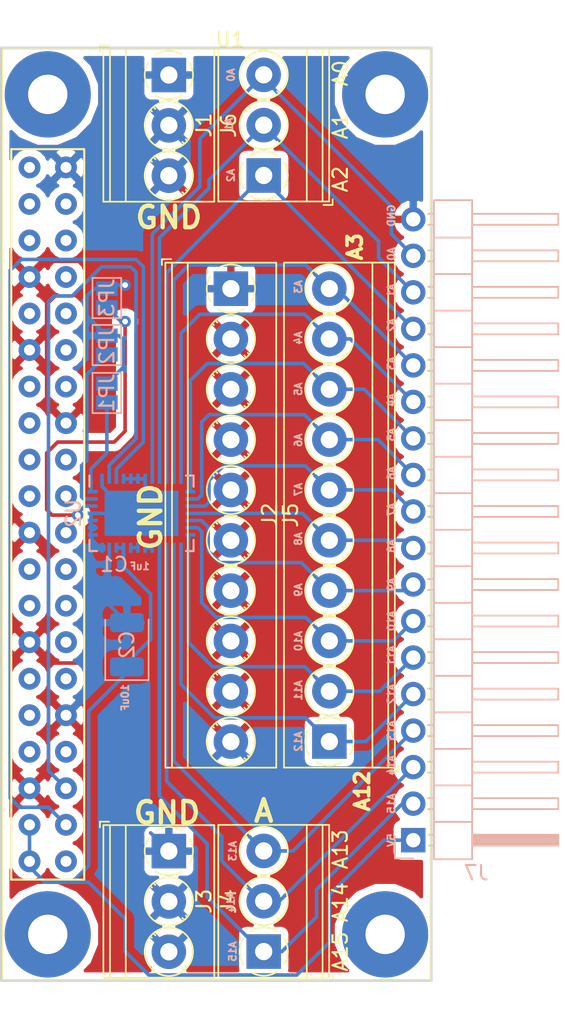
<source format=kicad_pcb>
(kicad_pcb (version 20171130) (host pcbnew "(5.0.0)")

  (general
    (thickness 1.6)
    (drawings 52)
    (tracks 236)
    (zones 0)
    (modules 14)
    (nets 54)
  )

  (page A4)
  (layers
    (0 F.Cu signal)
    (31 B.Cu signal)
    (32 B.Adhes user)
    (33 F.Adhes user)
    (34 B.Paste user)
    (35 F.Paste user)
    (36 B.SilkS user)
    (37 F.SilkS user)
    (38 B.Mask user)
    (39 F.Mask user)
    (40 Dwgs.User user)
    (41 Cmts.User user)
    (42 Eco1.User user)
    (43 Eco2.User user)
    (44 Edge.Cuts user)
    (45 Margin user)
    (46 B.CrtYd user)
    (47 F.CrtYd user)
    (48 B.Fab user)
    (49 F.Fab user)
  )

  (setup
    (last_trace_width 0.25)
    (trace_clearance 0.2)
    (zone_clearance 0.508)
    (zone_45_only no)
    (trace_min 0.2)
    (segment_width 0.2)
    (edge_width 0.15)
    (via_size 0.8)
    (via_drill 0.4)
    (via_min_size 0.4)
    (via_min_drill 0.3)
    (uvia_size 0.3)
    (uvia_drill 0.1)
    (uvias_allowed no)
    (uvia_min_size 0.2)
    (uvia_min_drill 0.1)
    (pcb_text_width 0.3)
    (pcb_text_size 1.5 1.5)
    (mod_edge_width 0.15)
    (mod_text_size 1 1)
    (mod_text_width 0.15)
    (pad_size 1.524 1.524)
    (pad_drill 0.762)
    (pad_to_mask_clearance 0.1)
    (aux_axis_origin 0 0)
    (visible_elements 7FFFFFFF)
    (pcbplotparams
      (layerselection 0x010fc_ffffffff)
      (usegerberextensions true)
      (usegerberattributes false)
      (usegerberadvancedattributes false)
      (creategerberjobfile false)
      (excludeedgelayer true)
      (linewidth 0.100000)
      (plotframeref false)
      (viasonmask false)
      (mode 1)
      (useauxorigin false)
      (hpglpennumber 1)
      (hpglpenspeed 20)
      (hpglpendiameter 15.000000)
      (psnegative false)
      (psa4output false)
      (plotreference true)
      (plotvalue true)
      (plotinvisibletext false)
      (padsonsilk false)
      (subtractmaskfromsilk false)
      (outputformat 1)
      (mirror false)
      (drillshape 0)
      (scaleselection 1)
      (outputdirectory "Gerber"))
  )

  (net 0 "")
  (net 1 "Net-(U1-Pad40)")
  (net 2 GND)
  (net 3 "Net-(U1-Pad38)")
  (net 4 "Net-(U1-Pad37)")
  (net 5 "Net-(U1-Pad36)")
  (net 6 "Net-(U1-Pad35)")
  (net 7 "Net-(U1-Pad33)")
  (net 8 "Net-(U1-Pad32)")
  (net 9 "Net-(U1-Pad31)")
  (net 10 "Net-(U1-Pad29)")
  (net 11 "Net-(U1-Pad28)")
  (net 12 "Net-(U1-Pad27)")
  (net 13 "Net-(U1-Pad26)")
  (net 14 "Net-(U1-Pad24)")
  (net 15 "Net-(U1-Pad23)")
  (net 16 "Net-(U1-Pad22)")
  (net 17 "Net-(U1-Pad21)")
  (net 18 "Net-(U1-Pad19)")
  (net 19 "Net-(U1-Pad18)")
  (net 20 "Net-(U1-Pad17)")
  (net 21 "Net-(U1-Pad16)")
  (net 22 "Net-(U1-Pad15)")
  (net 23 "Net-(U1-Pad13)")
  (net 24 "Net-(U1-Pad12)")
  (net 25 "Net-(U1-Pad11)")
  (net 26 "Net-(U1-Pad10)")
  (net 27 "Net-(U1-Pad8)")
  (net 28 "Net-(U1-Pad7)")
  (net 29 SCL)
  (net 30 5V)
  (net 31 SDA)
  (net 32 "Net-(U1-Pad1)")
  (net 33 "Net-(U2-Pad24)")
  (net 34 "Net-(U2-Pad26)")
  (net 35 DIV0)
  (net 36 DIV2)
  (net 37 DIV1)
  (net 38 DIV12)
  (net 39 DIV11)
  (net 40 DIV10)
  (net 41 DIV9)
  (net 42 DIV8)
  (net 43 DIV7)
  (net 44 DIV6)
  (net 45 DIV5)
  (net 46 DIV4)
  (net 47 DIV3)
  (net 48 DIV13)
  (net 49 DIV14)
  (net 50 DIV15)
  (net 51 "Net-(JP1-Pad2)")
  (net 52 "Net-(JP2-Pad2)")
  (net 53 "Net-(JP3-Pad2)")

  (net_class Default "This is the default net class."
    (clearance 0.2)
    (trace_width 0.25)
    (via_dia 0.8)
    (via_drill 0.4)
    (uvia_dia 0.3)
    (uvia_drill 0.1)
    (add_net 5V)
    (add_net DIV0)
    (add_net DIV1)
    (add_net DIV10)
    (add_net DIV11)
    (add_net DIV12)
    (add_net DIV13)
    (add_net DIV14)
    (add_net DIV15)
    (add_net DIV2)
    (add_net DIV3)
    (add_net DIV4)
    (add_net DIV5)
    (add_net DIV6)
    (add_net DIV7)
    (add_net DIV8)
    (add_net DIV9)
    (add_net GND)
    (add_net "Net-(JP1-Pad2)")
    (add_net "Net-(JP2-Pad2)")
    (add_net "Net-(JP3-Pad2)")
    (add_net "Net-(U1-Pad1)")
    (add_net "Net-(U1-Pad10)")
    (add_net "Net-(U1-Pad11)")
    (add_net "Net-(U1-Pad12)")
    (add_net "Net-(U1-Pad13)")
    (add_net "Net-(U1-Pad15)")
    (add_net "Net-(U1-Pad16)")
    (add_net "Net-(U1-Pad17)")
    (add_net "Net-(U1-Pad18)")
    (add_net "Net-(U1-Pad19)")
    (add_net "Net-(U1-Pad21)")
    (add_net "Net-(U1-Pad22)")
    (add_net "Net-(U1-Pad23)")
    (add_net "Net-(U1-Pad24)")
    (add_net "Net-(U1-Pad26)")
    (add_net "Net-(U1-Pad27)")
    (add_net "Net-(U1-Pad28)")
    (add_net "Net-(U1-Pad29)")
    (add_net "Net-(U1-Pad31)")
    (add_net "Net-(U1-Pad32)")
    (add_net "Net-(U1-Pad33)")
    (add_net "Net-(U1-Pad35)")
    (add_net "Net-(U1-Pad36)")
    (add_net "Net-(U1-Pad37)")
    (add_net "Net-(U1-Pad38)")
    (add_net "Net-(U1-Pad40)")
    (add_net "Net-(U1-Pad7)")
    (add_net "Net-(U1-Pad8)")
    (add_net "Net-(U2-Pad24)")
    (add_net "Net-(U2-Pad26)")
    (add_net SCL)
    (add_net SDA)
  )

  (module Package_DFN_QFN:QFN-38-1EP_5x7mm_P0.5mm_EP3.15x5.15mm (layer B.Cu) (tedit 5A6526D5) (tstamp 5BF76AF3)
    (at 131.699 114.935 270)
    (descr "UHF Package; 38-Lead Plastic QFN (5mm x 7mm); (see Linear Technology QFN_38_05-08-1701.pdf)")
    (tags "QFN 0.5")
    (path /5BD33B9F)
    (attr smd)
    (fp_text reference U2 (at 0 4.75 270) (layer B.SilkS)
      (effects (font (size 1 1) (thickness 0.15)) (justify mirror))
    )
    (fp_text value LTC2495 (at 0 -4.75 270) (layer B.Fab)
      (effects (font (size 1 1) (thickness 0.15)) (justify mirror))
    )
    (fp_text user %R (at 0 0 270) (layer B.Fab)
      (effects (font (size 1 1) (thickness 0.15)) (justify mirror))
    )
    (fp_line (start -1.5 3.5) (end 2.5 3.5) (layer B.Fab) (width 0.15))
    (fp_line (start 2.5 3.5) (end 2.5 -3.5) (layer B.Fab) (width 0.15))
    (fp_line (start 2.5 -3.5) (end -2.5 -3.5) (layer B.Fab) (width 0.15))
    (fp_line (start -2.5 -3.5) (end -2.5 2.5) (layer B.Fab) (width 0.15))
    (fp_line (start -2.5 2.5) (end -1.5 3.5) (layer B.Fab) (width 0.15))
    (fp_line (start -3 4) (end -3 -4) (layer B.CrtYd) (width 0.05))
    (fp_line (start 3 4) (end 3 -4) (layer B.CrtYd) (width 0.05))
    (fp_line (start -3 4) (end 3 4) (layer B.CrtYd) (width 0.05))
    (fp_line (start -3 -4) (end 3 -4) (layer B.CrtYd) (width 0.05))
    (fp_line (start 2.625 3.625) (end 2.625 3.1) (layer B.SilkS) (width 0.15))
    (fp_line (start -2.625 -3.625) (end -2.625 -3.1) (layer B.SilkS) (width 0.15))
    (fp_line (start 2.625 -3.625) (end 2.625 -3.1) (layer B.SilkS) (width 0.15))
    (fp_line (start -2.625 3.625) (end -1.85 3.625) (layer B.SilkS) (width 0.15))
    (fp_line (start -2.625 -3.625) (end -1.85 -3.625) (layer B.SilkS) (width 0.15))
    (fp_line (start 2.625 -3.625) (end 1.85 -3.625) (layer B.SilkS) (width 0.15))
    (fp_line (start 2.625 3.625) (end 1.85 3.625) (layer B.SilkS) (width 0.15))
    (pad 1 smd rect (at -2.4 2.75 270) (size 0.7 0.25) (layers B.Cu B.Paste B.Mask)
      (net 2 GND))
    (pad 2 smd rect (at -2.4 2.25 270) (size 0.7 0.25) (layers B.Cu B.Paste B.Mask)
      (net 29 SCL))
    (pad 3 smd rect (at -2.4 1.75 270) (size 0.7 0.25) (layers B.Cu B.Paste B.Mask)
      (net 31 SDA))
    (pad 4 smd rect (at -2.4 1.25 270) (size 0.7 0.25) (layers B.Cu B.Paste B.Mask)
      (net 2 GND))
    (pad 5 smd rect (at -2.4 0.75 270) (size 0.7 0.25) (layers B.Cu B.Paste B.Mask)
      (net 2 GND))
    (pad 6 smd rect (at -2.4 0.25 270) (size 0.7 0.25) (layers B.Cu B.Paste B.Mask)
      (net 2 GND))
    (pad 7 smd rect (at -2.4 -0.25 270) (size 0.7 0.25) (layers B.Cu B.Paste B.Mask)
      (net 2 GND))
    (pad 8 smd rect (at -2.4 -0.75 270) (size 0.7 0.25) (layers B.Cu B.Paste B.Mask)
      (net 35 DIV0))
    (pad 9 smd rect (at -2.4 -1.25 270) (size 0.7 0.25) (layers B.Cu B.Paste B.Mask)
      (net 37 DIV1))
    (pad 10 smd rect (at -2.4 -1.75 270) (size 0.7 0.25) (layers B.Cu B.Paste B.Mask)
      (net 36 DIV2))
    (pad 11 smd rect (at -2.4 -2.25 270) (size 0.7 0.25) (layers B.Cu B.Paste B.Mask)
      (net 47 DIV3))
    (pad 12 smd rect (at -2.4 -2.75 270) (size 0.7 0.25) (layers B.Cu B.Paste B.Mask)
      (net 46 DIV4))
    (pad 13 smd rect (at -1.5 -3.4 180) (size 0.7 0.25) (layers B.Cu B.Paste B.Mask)
      (net 45 DIV5))
    (pad 14 smd rect (at -1 -3.4 180) (size 0.7 0.25) (layers B.Cu B.Paste B.Mask)
      (net 44 DIV6))
    (pad 15 smd rect (at -0.5 -3.4 180) (size 0.7 0.25) (layers B.Cu B.Paste B.Mask)
      (net 43 DIV7))
    (pad 16 smd rect (at 0 -3.4 180) (size 0.7 0.25) (layers B.Cu B.Paste B.Mask)
      (net 42 DIV8))
    (pad 17 smd rect (at 0.5 -3.4 180) (size 0.7 0.25) (layers B.Cu B.Paste B.Mask)
      (net 41 DIV9))
    (pad 18 smd rect (at 1 -3.4 180) (size 0.7 0.25) (layers B.Cu B.Paste B.Mask)
      (net 40 DIV10))
    (pad 19 smd rect (at 1.5 -3.4 180) (size 0.7 0.25) (layers B.Cu B.Paste B.Mask)
      (net 39 DIV11))
    (pad 20 smd rect (at 2.4 -2.75 270) (size 0.7 0.25) (layers B.Cu B.Paste B.Mask)
      (net 38 DIV12))
    (pad 21 smd rect (at 2.4 -2.25 270) (size 0.7 0.25) (layers B.Cu B.Paste B.Mask)
      (net 48 DIV13))
    (pad 22 smd rect (at 2.4 -1.75 270) (size 0.7 0.25) (layers B.Cu B.Paste B.Mask)
      (net 49 DIV14))
    (pad 23 smd rect (at 2.4 -1.25 270) (size 0.7 0.25) (layers B.Cu B.Paste B.Mask)
      (net 50 DIV15))
    (pad 24 smd rect (at 2.4 -0.75 270) (size 0.7 0.25) (layers B.Cu B.Paste B.Mask)
      (net 33 "Net-(U2-Pad24)"))
    (pad 25 smd rect (at 2.4 -0.25 270) (size 0.7 0.25) (layers B.Cu B.Paste B.Mask)
      (net 33 "Net-(U2-Pad24)"))
    (pad 26 smd rect (at 2.4 0.25 270) (size 0.7 0.25) (layers B.Cu B.Paste B.Mask)
      (net 34 "Net-(U2-Pad26)"))
    (pad 27 smd rect (at 2.4 0.75 270) (size 0.7 0.25) (layers B.Cu B.Paste B.Mask)
      (net 34 "Net-(U2-Pad26)"))
    (pad 28 smd rect (at 2.4 1.25 270) (size 0.7 0.25) (layers B.Cu B.Paste B.Mask)
      (net 30 5V))
    (pad 29 smd rect (at 2.4 1.75 270) (size 0.7 0.25) (layers B.Cu B.Paste B.Mask)
      (net 30 5V))
    (pad 30 smd rect (at 2.4 2.25 270) (size 0.7 0.25) (layers B.Cu B.Paste B.Mask)
      (net 2 GND))
    (pad 31 smd rect (at 2.4 2.75 270) (size 0.7 0.25) (layers B.Cu B.Paste B.Mask)
      (net 2 GND))
    (pad 32 smd rect (at 1.5 3.4 180) (size 0.7 0.25) (layers B.Cu B.Paste B.Mask)
      (net 2 GND))
    (pad 33 smd rect (at 1 3.4 180) (size 0.7 0.25) (layers B.Cu B.Paste B.Mask)
      (net 2 GND))
    (pad 34 smd rect (at 0.5 3.4 180) (size 0.7 0.25) (layers B.Cu B.Paste B.Mask)
      (net 2 GND))
    (pad 35 smd rect (at 0 3.4 180) (size 0.7 0.25) (layers B.Cu B.Paste B.Mask)
      (net 2 GND))
    (pad 36 smd rect (at -0.5 3.4 180) (size 0.7 0.25) (layers B.Cu B.Paste B.Mask)
      (net 53 "Net-(JP3-Pad2)"))
    (pad 37 smd rect (at -1 3.4 180) (size 0.7 0.25) (layers B.Cu B.Paste B.Mask)
      (net 52 "Net-(JP2-Pad2)"))
    (pad 38 smd rect (at -1.5 3.4 180) (size 0.7 0.25) (layers B.Cu B.Paste B.Mask)
      (net 51 "Net-(JP1-Pad2)"))
    (pad "" smd rect (at 1.05 -2.06 270) (size 0.84 0.84) (layers B.Paste))
    (pad 39 smd rect (at 0 0 270) (size 3.15 5.15) (layers B.Cu B.Mask)
      (net 2 GND))
    (pad "" smd rect (at 0 -2.06 270) (size 0.84 0.84) (layers B.Paste))
    (pad "" smd rect (at -1.05 -2.06 270) (size 0.84 0.84) (layers B.Paste))
    (pad "" smd rect (at -1.05 -1.03 270) (size 0.84 0.84) (layers B.Paste))
    (pad "" smd rect (at 0 -1.03 270) (size 0.84 0.84) (layers B.Paste))
    (pad "" smd rect (at 1.05 -1.03 270) (size 0.84 0.84) (layers B.Paste))
    (pad "" smd rect (at -1.05 0 270) (size 0.84 0.84) (layers B.Paste))
    (pad "" smd rect (at 0 0 270) (size 0.84 0.84) (layers B.Paste))
    (pad "" smd rect (at 1.05 0 270) (size 0.84 0.84) (layers B.Paste))
    (pad "" smd rect (at -1.05 1.03 270) (size 0.84 0.84) (layers B.Paste))
    (pad "" smd rect (at 0 1.03 270) (size 0.84 0.84) (layers B.Paste))
    (pad "" smd rect (at 1.05 1.03 270) (size 0.84 0.84) (layers B.Paste))
    (pad "" smd rect (at -1.05 2.06 270) (size 0.84 0.84) (layers B.Paste))
    (pad "" smd rect (at 0 2.06 270) (size 0.84 0.84) (layers B.Paste))
    (pad "" smd rect (at 1.05 2.06 270) (size 0.84 0.84) (layers B.Paste))
    (model ${KISYS3DMOD}/Package_DFN_QFN.3dshapes/QFN-38-1EP_5x7mm_P0.5mm_EP3.15x5.15mm.wrl
      (at (xyz 0 0 0))
      (scale (xyz 1 1 1))
      (rotate (xyz 0 0 0))
    )
  )

  (module Jumper:SolderJumper-2_P1.3mm_Open_Pad1.0x1.5mm (layer B.Cu) (tedit 5A3EABFC) (tstamp 5C15D3F3)
    (at 129.286 99.964 270)
    (descr "SMD Solder Jumper, 1x1.5mm Pads, 0.3mm gap, open")
    (tags "solder jumper open")
    (path /5BD9B751)
    (attr virtual)
    (fp_text reference JP3 (at -0.015 0 270) (layer B.SilkS)
      (effects (font (size 1 1) (thickness 0.15)) (justify mirror))
    )
    (fp_text value SolderJumper_2_Open (at 0 -1.9 270) (layer B.Fab)
      (effects (font (size 1 1) (thickness 0.15)) (justify mirror))
    )
    (fp_line (start -1.4 -1) (end -1.4 1) (layer B.SilkS) (width 0.12))
    (fp_line (start 1.4 -1) (end -1.4 -1) (layer B.SilkS) (width 0.12))
    (fp_line (start 1.4 1) (end 1.4 -1) (layer B.SilkS) (width 0.12))
    (fp_line (start -1.4 1) (end 1.4 1) (layer B.SilkS) (width 0.12))
    (fp_line (start -1.65 1.25) (end 1.65 1.25) (layer B.CrtYd) (width 0.05))
    (fp_line (start -1.65 1.25) (end -1.65 -1.25) (layer B.CrtYd) (width 0.05))
    (fp_line (start 1.65 -1.25) (end 1.65 1.25) (layer B.CrtYd) (width 0.05))
    (fp_line (start 1.65 -1.25) (end -1.65 -1.25) (layer B.CrtYd) (width 0.05))
    (pad 2 smd rect (at 0.65 0 270) (size 1 1.5) (layers B.Cu B.Mask)
      (net 53 "Net-(JP3-Pad2)"))
    (pad 1 smd rect (at -0.65 0 270) (size 1 1.5) (layers B.Cu B.Mask)
      (net 2 GND))
  )

  (module Capacitor_Tantalum_SMD:CP_EIA-3528-21_Kemet-B (layer B.Cu) (tedit 5B342532) (tstamp 5BF1C7ED)
    (at 130.683 124.079 90)
    (descr "Tantalum Capacitor SMD Kemet-B (3528-21 Metric), IPC_7351 nominal, (Body size from: http://www.kemet.com/Lists/ProductCatalog/Attachments/253/KEM_TC101_STD.pdf), generated with kicad-footprint-generator")
    (tags "capacitor tantalum")
    (path /5BD74AA3)
    (attr smd)
    (fp_text reference C2 (at 0 0 90) (layer B.SilkS)
      (effects (font (size 1 1) (thickness 0.15)) (justify mirror))
    )
    (fp_text value 10uF (at 0 -2.35 90) (layer B.Fab)
      (effects (font (size 1 1) (thickness 0.15)) (justify mirror))
    )
    (fp_line (start 1.75 1.4) (end -1.05 1.4) (layer B.Fab) (width 0.1))
    (fp_line (start -1.05 1.4) (end -1.75 0.7) (layer B.Fab) (width 0.1))
    (fp_line (start -1.75 0.7) (end -1.75 -1.4) (layer B.Fab) (width 0.1))
    (fp_line (start -1.75 -1.4) (end 1.75 -1.4) (layer B.Fab) (width 0.1))
    (fp_line (start 1.75 -1.4) (end 1.75 1.4) (layer B.Fab) (width 0.1))
    (fp_line (start 1.75 1.51) (end -2.46 1.51) (layer B.SilkS) (width 0.12))
    (fp_line (start -2.46 1.51) (end -2.46 -1.51) (layer B.SilkS) (width 0.12))
    (fp_line (start -2.46 -1.51) (end 1.75 -1.51) (layer B.SilkS) (width 0.12))
    (fp_line (start -2.45 -1.65) (end -2.45 1.65) (layer B.CrtYd) (width 0.05))
    (fp_line (start -2.45 1.65) (end 2.45 1.65) (layer B.CrtYd) (width 0.05))
    (fp_line (start 2.45 1.65) (end 2.45 -1.65) (layer B.CrtYd) (width 0.05))
    (fp_line (start 2.45 -1.65) (end -2.45 -1.65) (layer B.CrtYd) (width 0.05))
    (fp_text user %R (at 0 0 90) (layer B.Fab)
      (effects (font (size 0.88 0.88) (thickness 0.13)) (justify mirror))
    )
    (pad 1 smd roundrect (at -1.5375 0 90) (size 1.325 2.35) (layers B.Cu B.Paste B.Mask) (roundrect_rratio 0.188679)
      (net 30 5V))
    (pad 2 smd roundrect (at 1.5375 0 90) (size 1.325 2.35) (layers B.Cu B.Paste B.Mask) (roundrect_rratio 0.188679)
      (net 2 GND))
    (model ${KISYS3DMOD}/Capacitor_Tantalum_SMD.3dshapes/CP_EIA-3528-21_Kemet-B.wrl
      (at (xyz 0 0 0))
      (scale (xyz 1 1 1))
      (rotate (xyz 0 0 0))
    )
  )

  (module TerminalBlock_Phoenix:TerminalBlock_Phoenix_PT-1,5-3-3.5-H_1x03_P3.50mm_Horizontal (layer F.Cu) (tedit 5B294F3F) (tstamp 5BF7859B)
    (at 140.208 145.415 90)
    (descr "Terminal Block Phoenix PT-1,5-3-3.5-H, 3 pins, pitch 3.5mm, size 10.5x7.6mm^2, drill diamater 1.2mm, pad diameter 2.4mm, see , script-generated using https://github.com/pointhi/kicad-footprint-generator/scripts/TerminalBlock_Phoenix")
    (tags "THT Terminal Block Phoenix PT-1,5-3-3.5-H pitch 3.5mm size 10.5x7.6mm^2 drill 1.2mm pad 2.4mm")
    (path /5BD340F5)
    (fp_text reference J3 (at 3.5 -4.16 90) (layer F.SilkS)
      (effects (font (size 1 1) (thickness 0.15)))
    )
    (fp_text value Screw_Terminal_01x03 (at 3.5 5.56 90) (layer F.Fab)
      (effects (font (size 1 1) (thickness 0.15)))
    )
    (fp_text user %R (at 3.5 2.4 90) (layer F.Fab)
      (effects (font (size 1 1) (thickness 0.15)))
    )
    (fp_line (start 9.25 -3.6) (end -2.25 -3.6) (layer F.CrtYd) (width 0.05))
    (fp_line (start 9.25 5) (end 9.25 -3.6) (layer F.CrtYd) (width 0.05))
    (fp_line (start -2.25 5) (end 9.25 5) (layer F.CrtYd) (width 0.05))
    (fp_line (start -2.25 -3.6) (end -2.25 5) (layer F.CrtYd) (width 0.05))
    (fp_line (start -2.05 4.8) (end -1.65 4.8) (layer F.SilkS) (width 0.12))
    (fp_line (start -2.05 4.16) (end -2.05 4.8) (layer F.SilkS) (width 0.12))
    (fp_line (start 5.855 0.941) (end 5.726 1.069) (layer F.SilkS) (width 0.12))
    (fp_line (start 8.07 -1.275) (end 7.976 -1.181) (layer F.SilkS) (width 0.12))
    (fp_line (start 6.025 1.181) (end 5.931 1.274) (layer F.SilkS) (width 0.12))
    (fp_line (start 8.275 -1.069) (end 8.146 -0.941) (layer F.SilkS) (width 0.12))
    (fp_line (start 7.955 -1.138) (end 5.863 0.955) (layer F.Fab) (width 0.1))
    (fp_line (start 8.138 -0.955) (end 6.046 1.138) (layer F.Fab) (width 0.1))
    (fp_line (start 2.355 0.941) (end 2.226 1.069) (layer F.SilkS) (width 0.12))
    (fp_line (start 4.57 -1.275) (end 4.476 -1.181) (layer F.SilkS) (width 0.12))
    (fp_line (start 2.525 1.181) (end 2.431 1.274) (layer F.SilkS) (width 0.12))
    (fp_line (start 4.775 -1.069) (end 4.646 -0.941) (layer F.SilkS) (width 0.12))
    (fp_line (start 4.455 -1.138) (end 2.363 0.955) (layer F.Fab) (width 0.1))
    (fp_line (start 4.638 -0.955) (end 2.546 1.138) (layer F.Fab) (width 0.1))
    (fp_line (start 0.955 -1.138) (end -1.138 0.955) (layer F.Fab) (width 0.1))
    (fp_line (start 1.138 -0.955) (end -0.955 1.138) (layer F.Fab) (width 0.1))
    (fp_line (start 8.81 -3.16) (end 8.81 4.56) (layer F.SilkS) (width 0.12))
    (fp_line (start -1.81 -3.16) (end -1.81 4.56) (layer F.SilkS) (width 0.12))
    (fp_line (start -1.81 4.56) (end 8.81 4.56) (layer F.SilkS) (width 0.12))
    (fp_line (start -1.81 -3.16) (end 8.81 -3.16) (layer F.SilkS) (width 0.12))
    (fp_line (start -1.81 3) (end 8.81 3) (layer F.SilkS) (width 0.12))
    (fp_line (start -1.75 3) (end 8.75 3) (layer F.Fab) (width 0.1))
    (fp_line (start -1.81 4.1) (end 8.81 4.1) (layer F.SilkS) (width 0.12))
    (fp_line (start -1.75 4.1) (end 8.75 4.1) (layer F.Fab) (width 0.1))
    (fp_line (start -1.75 4.1) (end -1.75 -3.1) (layer F.Fab) (width 0.1))
    (fp_line (start -1.35 4.5) (end -1.75 4.1) (layer F.Fab) (width 0.1))
    (fp_line (start 8.75 4.5) (end -1.35 4.5) (layer F.Fab) (width 0.1))
    (fp_line (start 8.75 -3.1) (end 8.75 4.5) (layer F.Fab) (width 0.1))
    (fp_line (start -1.75 -3.1) (end 8.75 -3.1) (layer F.Fab) (width 0.1))
    (fp_circle (center 7 0) (end 8.68 0) (layer F.SilkS) (width 0.12))
    (fp_circle (center 7 0) (end 8.5 0) (layer F.Fab) (width 0.1))
    (fp_circle (center 3.5 0) (end 5.18 0) (layer F.SilkS) (width 0.12))
    (fp_circle (center 3.5 0) (end 5 0) (layer F.Fab) (width 0.1))
    (fp_circle (center 0 0) (end 1.5 0) (layer F.Fab) (width 0.1))
    (fp_arc (start 0 0) (end -0.866 1.44) (angle -32) (layer F.SilkS) (width 0.12))
    (fp_arc (start 0 0) (end -1.44 -0.866) (angle -63) (layer F.SilkS) (width 0.12))
    (fp_arc (start 0 0) (end 0.866 -1.44) (angle -63) (layer F.SilkS) (width 0.12))
    (fp_arc (start 0 0) (end 1.425 0.891) (angle -64) (layer F.SilkS) (width 0.12))
    (fp_arc (start 0 0) (end 0 1.68) (angle -32) (layer F.SilkS) (width 0.12))
    (pad 3 thru_hole circle (at 7 0 90) (size 2.4 2.4) (drill 1.2) (layers *.Cu *.Mask)
      (net 48 DIV13))
    (pad 2 thru_hole circle (at 3.5 0 90) (size 2.4 2.4) (drill 1.2) (layers *.Cu *.Mask)
      (net 49 DIV14))
    (pad 1 thru_hole rect (at 0 0 90) (size 2.4 2.4) (drill 1.2) (layers *.Cu *.Mask)
      (net 50 DIV15))
    (model ${KISYS3DMOD}/TerminalBlock_Phoenix.3dshapes/TerminalBlock_Phoenix_PT-1,5-3-3.5-H_1x03_P3.50mm_Horizontal.wrl
      (at (xyz 0 0 0))
      (scale (xyz 1 1 1))
      (rotate (xyz 0 0 0))
    )
    (model ${KISYS3DMOD}/Terminal_Blocks.3dshapes/Pheonix_PT-3-3.5mm.wrl
      (at (xyz 0 0 0))
      (scale (xyz 1 1 1))
      (rotate (xyz 0 0 0))
    )
  )

  (module TerminalBlock_Phoenix:TerminalBlock_Phoenix_PT-1,5-3-3.5-H_1x03_P3.50mm_Horizontal (layer F.Cu) (tedit 5B294F3F) (tstamp 5C1428EC)
    (at 133.604 138.43 270)
    (descr "Terminal Block Phoenix PT-1,5-3-3.5-H, 3 pins, pitch 3.5mm, size 10.5x7.6mm^2, drill diamater 1.2mm, pad diameter 2.4mm, see , script-generated using https://github.com/pointhi/kicad-footprint-generator/scripts/TerminalBlock_Phoenix")
    (tags "THT Terminal Block Phoenix PT-1,5-3-3.5-H pitch 3.5mm size 10.5x7.6mm^2 drill 1.2mm pad 2.4mm")
    (path /5BD76CF2)
    (fp_text reference J4 (at 3.5 -4.16 270) (layer F.SilkS)
      (effects (font (size 1 1) (thickness 0.15)))
    )
    (fp_text value Screw_Terminal_01x03 (at 3.5 5.56 270) (layer F.Fab)
      (effects (font (size 1 1) (thickness 0.15)))
    )
    (fp_arc (start 0 0) (end 0 1.68) (angle -32) (layer F.SilkS) (width 0.12))
    (fp_arc (start 0 0) (end 1.425 0.891) (angle -64) (layer F.SilkS) (width 0.12))
    (fp_arc (start 0 0) (end 0.866 -1.44) (angle -63) (layer F.SilkS) (width 0.12))
    (fp_arc (start 0 0) (end -1.44 -0.866) (angle -63) (layer F.SilkS) (width 0.12))
    (fp_arc (start 0 0) (end -0.866 1.44) (angle -32) (layer F.SilkS) (width 0.12))
    (fp_circle (center 0 0) (end 1.5 0) (layer F.Fab) (width 0.1))
    (fp_circle (center 3.5 0) (end 5 0) (layer F.Fab) (width 0.1))
    (fp_circle (center 3.5 0) (end 5.18 0) (layer F.SilkS) (width 0.12))
    (fp_circle (center 7 0) (end 8.5 0) (layer F.Fab) (width 0.1))
    (fp_circle (center 7 0) (end 8.68 0) (layer F.SilkS) (width 0.12))
    (fp_line (start -1.75 -3.1) (end 8.75 -3.1) (layer F.Fab) (width 0.1))
    (fp_line (start 8.75 -3.1) (end 8.75 4.5) (layer F.Fab) (width 0.1))
    (fp_line (start 8.75 4.5) (end -1.35 4.5) (layer F.Fab) (width 0.1))
    (fp_line (start -1.35 4.5) (end -1.75 4.1) (layer F.Fab) (width 0.1))
    (fp_line (start -1.75 4.1) (end -1.75 -3.1) (layer F.Fab) (width 0.1))
    (fp_line (start -1.75 4.1) (end 8.75 4.1) (layer F.Fab) (width 0.1))
    (fp_line (start -1.81 4.1) (end 8.81 4.1) (layer F.SilkS) (width 0.12))
    (fp_line (start -1.75 3) (end 8.75 3) (layer F.Fab) (width 0.1))
    (fp_line (start -1.81 3) (end 8.81 3) (layer F.SilkS) (width 0.12))
    (fp_line (start -1.81 -3.16) (end 8.81 -3.16) (layer F.SilkS) (width 0.12))
    (fp_line (start -1.81 4.56) (end 8.81 4.56) (layer F.SilkS) (width 0.12))
    (fp_line (start -1.81 -3.16) (end -1.81 4.56) (layer F.SilkS) (width 0.12))
    (fp_line (start 8.81 -3.16) (end 8.81 4.56) (layer F.SilkS) (width 0.12))
    (fp_line (start 1.138 -0.955) (end -0.955 1.138) (layer F.Fab) (width 0.1))
    (fp_line (start 0.955 -1.138) (end -1.138 0.955) (layer F.Fab) (width 0.1))
    (fp_line (start 4.638 -0.955) (end 2.546 1.138) (layer F.Fab) (width 0.1))
    (fp_line (start 4.455 -1.138) (end 2.363 0.955) (layer F.Fab) (width 0.1))
    (fp_line (start 4.775 -1.069) (end 4.646 -0.941) (layer F.SilkS) (width 0.12))
    (fp_line (start 2.525 1.181) (end 2.431 1.274) (layer F.SilkS) (width 0.12))
    (fp_line (start 4.57 -1.275) (end 4.476 -1.181) (layer F.SilkS) (width 0.12))
    (fp_line (start 2.355 0.941) (end 2.226 1.069) (layer F.SilkS) (width 0.12))
    (fp_line (start 8.138 -0.955) (end 6.046 1.138) (layer F.Fab) (width 0.1))
    (fp_line (start 7.955 -1.138) (end 5.863 0.955) (layer F.Fab) (width 0.1))
    (fp_line (start 8.275 -1.069) (end 8.146 -0.941) (layer F.SilkS) (width 0.12))
    (fp_line (start 6.025 1.181) (end 5.931 1.274) (layer F.SilkS) (width 0.12))
    (fp_line (start 8.07 -1.275) (end 7.976 -1.181) (layer F.SilkS) (width 0.12))
    (fp_line (start 5.855 0.941) (end 5.726 1.069) (layer F.SilkS) (width 0.12))
    (fp_line (start -2.05 4.16) (end -2.05 4.8) (layer F.SilkS) (width 0.12))
    (fp_line (start -2.05 4.8) (end -1.65 4.8) (layer F.SilkS) (width 0.12))
    (fp_line (start -2.25 -3.6) (end -2.25 5) (layer F.CrtYd) (width 0.05))
    (fp_line (start -2.25 5) (end 9.25 5) (layer F.CrtYd) (width 0.05))
    (fp_line (start 9.25 5) (end 9.25 -3.6) (layer F.CrtYd) (width 0.05))
    (fp_line (start 9.25 -3.6) (end -2.25 -3.6) (layer F.CrtYd) (width 0.05))
    (fp_text user %R (at 3.5 2.4 270) (layer F.Fab)
      (effects (font (size 1 1) (thickness 0.15)))
    )
    (pad 1 thru_hole rect (at 0 0 270) (size 2.4 2.4) (drill 1.2) (layers *.Cu *.Mask)
      (net 2 GND))
    (pad 2 thru_hole circle (at 3.5 0 270) (size 2.4 2.4) (drill 1.2) (layers *.Cu *.Mask)
      (net 2 GND))
    (pad 3 thru_hole circle (at 7 0 270) (size 2.4 2.4) (drill 1.2) (layers *.Cu *.Mask)
      (net 2 GND))
    (model ${KISYS3DMOD}/TerminalBlock_Phoenix.3dshapes/TerminalBlock_Phoenix_PT-1,5-3-3.5-H_1x03_P3.50mm_Horizontal.wrl
      (at (xyz 0 0 0))
      (scale (xyz 1 1 1))
      (rotate (xyz 0 0 0))
    )
    (model ${KISYS3DMOD}/Terminal_Blocks.3dshapes/Pheonix_PT-3-3.5mm.wrl
      (at (xyz 0 0 0))
      (scale (xyz 1 1 1))
      (rotate (xyz 0 0 0))
    )
  )

  (module TerminalBlock_Phoenix:TerminalBlock_Phoenix_PT-1,5-3-3.5-H_1x03_P3.50mm_Horizontal (layer F.Cu) (tedit 5B294F3F) (tstamp 5BF769CB)
    (at 140.208 91.44 90)
    (descr "Terminal Block Phoenix PT-1,5-3-3.5-H, 3 pins, pitch 3.5mm, size 10.5x7.6mm^2, drill diamater 1.2mm, pad diameter 2.4mm, see , script-generated using https://github.com/pointhi/kicad-footprint-generator/scripts/TerminalBlock_Phoenix")
    (tags "THT Terminal Block Phoenix PT-1,5-3-3.5-H pitch 3.5mm size 10.5x7.6mm^2 drill 1.2mm pad 2.4mm")
    (path /5BD340B6)
    (fp_text reference J1 (at 3.5 -4.16 90) (layer F.SilkS)
      (effects (font (size 1 1) (thickness 0.15)))
    )
    (fp_text value Screw_Terminal_01x03 (at 3.5 5.56 90) (layer F.Fab)
      (effects (font (size 1 1) (thickness 0.15)))
    )
    (fp_arc (start 0 0) (end 0 1.68) (angle -32) (layer F.SilkS) (width 0.12))
    (fp_arc (start 0 0) (end 1.425 0.891) (angle -64) (layer F.SilkS) (width 0.12))
    (fp_arc (start 0 0) (end 0.866 -1.44) (angle -63) (layer F.SilkS) (width 0.12))
    (fp_arc (start 0 0) (end -1.44 -0.866) (angle -63) (layer F.SilkS) (width 0.12))
    (fp_arc (start 0 0) (end -0.866 1.44) (angle -32) (layer F.SilkS) (width 0.12))
    (fp_circle (center 0 0) (end 1.5 0) (layer F.Fab) (width 0.1))
    (fp_circle (center 3.5 0) (end 5 0) (layer F.Fab) (width 0.1))
    (fp_circle (center 3.5 0) (end 5.18 0) (layer F.SilkS) (width 0.12))
    (fp_circle (center 7 0) (end 8.5 0) (layer F.Fab) (width 0.1))
    (fp_circle (center 7 0) (end 8.68 0) (layer F.SilkS) (width 0.12))
    (fp_line (start -1.75 -3.1) (end 8.75 -3.1) (layer F.Fab) (width 0.1))
    (fp_line (start 8.75 -3.1) (end 8.75 4.5) (layer F.Fab) (width 0.1))
    (fp_line (start 8.75 4.5) (end -1.35 4.5) (layer F.Fab) (width 0.1))
    (fp_line (start -1.35 4.5) (end -1.75 4.1) (layer F.Fab) (width 0.1))
    (fp_line (start -1.75 4.1) (end -1.75 -3.1) (layer F.Fab) (width 0.1))
    (fp_line (start -1.75 4.1) (end 8.75 4.1) (layer F.Fab) (width 0.1))
    (fp_line (start -1.81 4.1) (end 8.81 4.1) (layer F.SilkS) (width 0.12))
    (fp_line (start -1.75 3) (end 8.75 3) (layer F.Fab) (width 0.1))
    (fp_line (start -1.81 3) (end 8.81 3) (layer F.SilkS) (width 0.12))
    (fp_line (start -1.81 -3.16) (end 8.81 -3.16) (layer F.SilkS) (width 0.12))
    (fp_line (start -1.81 4.56) (end 8.81 4.56) (layer F.SilkS) (width 0.12))
    (fp_line (start -1.81 -3.16) (end -1.81 4.56) (layer F.SilkS) (width 0.12))
    (fp_line (start 8.81 -3.16) (end 8.81 4.56) (layer F.SilkS) (width 0.12))
    (fp_line (start 1.138 -0.955) (end -0.955 1.138) (layer F.Fab) (width 0.1))
    (fp_line (start 0.955 -1.138) (end -1.138 0.955) (layer F.Fab) (width 0.1))
    (fp_line (start 4.638 -0.955) (end 2.546 1.138) (layer F.Fab) (width 0.1))
    (fp_line (start 4.455 -1.138) (end 2.363 0.955) (layer F.Fab) (width 0.1))
    (fp_line (start 4.775 -1.069) (end 4.646 -0.941) (layer F.SilkS) (width 0.12))
    (fp_line (start 2.525 1.181) (end 2.431 1.274) (layer F.SilkS) (width 0.12))
    (fp_line (start 4.57 -1.275) (end 4.476 -1.181) (layer F.SilkS) (width 0.12))
    (fp_line (start 2.355 0.941) (end 2.226 1.069) (layer F.SilkS) (width 0.12))
    (fp_line (start 8.138 -0.955) (end 6.046 1.138) (layer F.Fab) (width 0.1))
    (fp_line (start 7.955 -1.138) (end 5.863 0.955) (layer F.Fab) (width 0.1))
    (fp_line (start 8.275 -1.069) (end 8.146 -0.941) (layer F.SilkS) (width 0.12))
    (fp_line (start 6.025 1.181) (end 5.931 1.274) (layer F.SilkS) (width 0.12))
    (fp_line (start 8.07 -1.275) (end 7.976 -1.181) (layer F.SilkS) (width 0.12))
    (fp_line (start 5.855 0.941) (end 5.726 1.069) (layer F.SilkS) (width 0.12))
    (fp_line (start -2.05 4.16) (end -2.05 4.8) (layer F.SilkS) (width 0.12))
    (fp_line (start -2.05 4.8) (end -1.65 4.8) (layer F.SilkS) (width 0.12))
    (fp_line (start -2.25 -3.6) (end -2.25 5) (layer F.CrtYd) (width 0.05))
    (fp_line (start -2.25 5) (end 9.25 5) (layer F.CrtYd) (width 0.05))
    (fp_line (start 9.25 5) (end 9.25 -3.6) (layer F.CrtYd) (width 0.05))
    (fp_line (start 9.25 -3.6) (end -2.25 -3.6) (layer F.CrtYd) (width 0.05))
    (fp_text user %R (at 3.5 2.4 90) (layer F.Fab)
      (effects (font (size 1 1) (thickness 0.15)))
    )
    (pad 1 thru_hole rect (at 0 0 90) (size 2.4 2.4) (drill 1.2) (layers *.Cu *.Mask)
      (net 36 DIV2))
    (pad 2 thru_hole circle (at 3.5 0 90) (size 2.4 2.4) (drill 1.2) (layers *.Cu *.Mask)
      (net 37 DIV1))
    (pad 3 thru_hole circle (at 7 0 90) (size 2.4 2.4) (drill 1.2) (layers *.Cu *.Mask)
      (net 35 DIV0))
    (model ${KISYS3DMOD}/TerminalBlock_Phoenix.3dshapes/TerminalBlock_Phoenix_PT-1,5-3-3.5-H_1x03_P3.50mm_Horizontal.wrl
      (at (xyz 0 0 0))
      (scale (xyz 1 1 1))
      (rotate (xyz 0 0 0))
    )
    (model ${KISYS3DMOD}/Terminal_Blocks.3dshapes/Pheonix_PT-3-3.5mm.wrl
      (at (xyz 0 0 0))
      (scale (xyz 1 1 1))
      (rotate (xyz 0 0 0))
    )
  )

  (module TerminalBlock_Phoenix:TerminalBlock_Phoenix_PT-1,5-10-3.5-H_1x10_P3.50mm_Horizontal (layer F.Cu) (tedit 5B294F49) (tstamp 5BF773EB)
    (at 144.78 130.81 90)
    (descr "Terminal Block Phoenix PT-1,5-10-3.5-H, 10 pins, pitch 3.5mm, size 35x7.6mm^2, drill diamater 1.2mm, pad diameter 2.4mm, see , script-generated using https://github.com/pointhi/kicad-footprint-generator/scripts/TerminalBlock_Phoenix")
    (tags "THT Terminal Block Phoenix PT-1,5-10-3.5-H pitch 3.5mm size 35x7.6mm^2 drill 1.2mm pad 2.4mm")
    (path /5BD33FCE)
    (fp_text reference J2 (at 15.75 -4.16 90) (layer F.SilkS)
      (effects (font (size 1 1) (thickness 0.15)))
    )
    (fp_text value Screw_Terminal_01x10 (at 15.75 5.56 90) (layer F.Fab)
      (effects (font (size 1 1) (thickness 0.15)))
    )
    (fp_arc (start 0 0) (end 0 1.68) (angle -32) (layer F.SilkS) (width 0.12))
    (fp_arc (start 0 0) (end 1.425 0.891) (angle -64) (layer F.SilkS) (width 0.12))
    (fp_arc (start 0 0) (end 0.866 -1.44) (angle -63) (layer F.SilkS) (width 0.12))
    (fp_arc (start 0 0) (end -1.44 -0.866) (angle -63) (layer F.SilkS) (width 0.12))
    (fp_arc (start 0 0) (end -0.866 1.44) (angle -32) (layer F.SilkS) (width 0.12))
    (fp_circle (center 0 0) (end 1.5 0) (layer F.Fab) (width 0.1))
    (fp_circle (center 3.5 0) (end 5 0) (layer F.Fab) (width 0.1))
    (fp_circle (center 3.5 0) (end 5.18 0) (layer F.SilkS) (width 0.12))
    (fp_circle (center 7 0) (end 8.5 0) (layer F.Fab) (width 0.1))
    (fp_circle (center 7 0) (end 8.68 0) (layer F.SilkS) (width 0.12))
    (fp_circle (center 10.5 0) (end 12 0) (layer F.Fab) (width 0.1))
    (fp_circle (center 10.5 0) (end 12.18 0) (layer F.SilkS) (width 0.12))
    (fp_circle (center 14 0) (end 15.5 0) (layer F.Fab) (width 0.1))
    (fp_circle (center 14 0) (end 15.68 0) (layer F.SilkS) (width 0.12))
    (fp_circle (center 17.5 0) (end 19 0) (layer F.Fab) (width 0.1))
    (fp_circle (center 17.5 0) (end 19.18 0) (layer F.SilkS) (width 0.12))
    (fp_circle (center 21 0) (end 22.5 0) (layer F.Fab) (width 0.1))
    (fp_circle (center 21 0) (end 22.68 0) (layer F.SilkS) (width 0.12))
    (fp_circle (center 24.5 0) (end 26 0) (layer F.Fab) (width 0.1))
    (fp_circle (center 24.5 0) (end 26.18 0) (layer F.SilkS) (width 0.12))
    (fp_circle (center 28 0) (end 29.5 0) (layer F.Fab) (width 0.1))
    (fp_circle (center 28 0) (end 29.68 0) (layer F.SilkS) (width 0.12))
    (fp_circle (center 31.5 0) (end 33 0) (layer F.Fab) (width 0.1))
    (fp_circle (center 31.5 0) (end 33.18 0) (layer F.SilkS) (width 0.12))
    (fp_line (start -1.75 -3.1) (end 33.25 -3.1) (layer F.Fab) (width 0.1))
    (fp_line (start 33.25 -3.1) (end 33.25 4.5) (layer F.Fab) (width 0.1))
    (fp_line (start 33.25 4.5) (end -1.35 4.5) (layer F.Fab) (width 0.1))
    (fp_line (start -1.35 4.5) (end -1.75 4.1) (layer F.Fab) (width 0.1))
    (fp_line (start -1.75 4.1) (end -1.75 -3.1) (layer F.Fab) (width 0.1))
    (fp_line (start -1.75 4.1) (end 33.25 4.1) (layer F.Fab) (width 0.1))
    (fp_line (start -1.81 4.1) (end 33.31 4.1) (layer F.SilkS) (width 0.12))
    (fp_line (start -1.75 3) (end 33.25 3) (layer F.Fab) (width 0.1))
    (fp_line (start -1.81 3) (end 33.31 3) (layer F.SilkS) (width 0.12))
    (fp_line (start -1.81 -3.16) (end 33.31 -3.16) (layer F.SilkS) (width 0.12))
    (fp_line (start -1.81 4.56) (end 33.31 4.56) (layer F.SilkS) (width 0.12))
    (fp_line (start -1.81 -3.16) (end -1.81 4.56) (layer F.SilkS) (width 0.12))
    (fp_line (start 33.31 -3.16) (end 33.31 4.56) (layer F.SilkS) (width 0.12))
    (fp_line (start 1.138 -0.955) (end -0.955 1.138) (layer F.Fab) (width 0.1))
    (fp_line (start 0.955 -1.138) (end -1.138 0.955) (layer F.Fab) (width 0.1))
    (fp_line (start 4.638 -0.955) (end 2.546 1.138) (layer F.Fab) (width 0.1))
    (fp_line (start 4.455 -1.138) (end 2.363 0.955) (layer F.Fab) (width 0.1))
    (fp_line (start 4.775 -1.069) (end 4.646 -0.941) (layer F.SilkS) (width 0.12))
    (fp_line (start 2.525 1.181) (end 2.431 1.274) (layer F.SilkS) (width 0.12))
    (fp_line (start 4.57 -1.275) (end 4.476 -1.181) (layer F.SilkS) (width 0.12))
    (fp_line (start 2.355 0.941) (end 2.226 1.069) (layer F.SilkS) (width 0.12))
    (fp_line (start 8.138 -0.955) (end 6.046 1.138) (layer F.Fab) (width 0.1))
    (fp_line (start 7.955 -1.138) (end 5.863 0.955) (layer F.Fab) (width 0.1))
    (fp_line (start 8.275 -1.069) (end 8.146 -0.941) (layer F.SilkS) (width 0.12))
    (fp_line (start 6.025 1.181) (end 5.931 1.274) (layer F.SilkS) (width 0.12))
    (fp_line (start 8.07 -1.275) (end 7.976 -1.181) (layer F.SilkS) (width 0.12))
    (fp_line (start 5.855 0.941) (end 5.726 1.069) (layer F.SilkS) (width 0.12))
    (fp_line (start 11.638 -0.955) (end 9.546 1.138) (layer F.Fab) (width 0.1))
    (fp_line (start 11.455 -1.138) (end 9.363 0.955) (layer F.Fab) (width 0.1))
    (fp_line (start 11.775 -1.069) (end 11.646 -0.941) (layer F.SilkS) (width 0.12))
    (fp_line (start 9.525 1.181) (end 9.431 1.274) (layer F.SilkS) (width 0.12))
    (fp_line (start 11.57 -1.275) (end 11.476 -1.181) (layer F.SilkS) (width 0.12))
    (fp_line (start 9.355 0.941) (end 9.226 1.069) (layer F.SilkS) (width 0.12))
    (fp_line (start 15.138 -0.955) (end 13.046 1.138) (layer F.Fab) (width 0.1))
    (fp_line (start 14.955 -1.138) (end 12.863 0.955) (layer F.Fab) (width 0.1))
    (fp_line (start 15.275 -1.069) (end 15.146 -0.941) (layer F.SilkS) (width 0.12))
    (fp_line (start 13.025 1.181) (end 12.931 1.274) (layer F.SilkS) (width 0.12))
    (fp_line (start 15.07 -1.275) (end 14.976 -1.181) (layer F.SilkS) (width 0.12))
    (fp_line (start 12.855 0.941) (end 12.726 1.069) (layer F.SilkS) (width 0.12))
    (fp_line (start 18.638 -0.955) (end 16.546 1.138) (layer F.Fab) (width 0.1))
    (fp_line (start 18.455 -1.138) (end 16.363 0.955) (layer F.Fab) (width 0.1))
    (fp_line (start 18.775 -1.069) (end 18.646 -0.941) (layer F.SilkS) (width 0.12))
    (fp_line (start 16.525 1.181) (end 16.431 1.274) (layer F.SilkS) (width 0.12))
    (fp_line (start 18.57 -1.275) (end 18.476 -1.181) (layer F.SilkS) (width 0.12))
    (fp_line (start 16.355 0.941) (end 16.226 1.069) (layer F.SilkS) (width 0.12))
    (fp_line (start 22.138 -0.955) (end 20.046 1.138) (layer F.Fab) (width 0.1))
    (fp_line (start 21.955 -1.138) (end 19.863 0.955) (layer F.Fab) (width 0.1))
    (fp_line (start 22.275 -1.069) (end 22.146 -0.941) (layer F.SilkS) (width 0.12))
    (fp_line (start 20.025 1.181) (end 19.931 1.274) (layer F.SilkS) (width 0.12))
    (fp_line (start 22.07 -1.275) (end 21.976 -1.181) (layer F.SilkS) (width 0.12))
    (fp_line (start 19.855 0.941) (end 19.726 1.069) (layer F.SilkS) (width 0.12))
    (fp_line (start 25.638 -0.955) (end 23.546 1.138) (layer F.Fab) (width 0.1))
    (fp_line (start 25.455 -1.138) (end 23.363 0.955) (layer F.Fab) (width 0.1))
    (fp_line (start 25.775 -1.069) (end 25.646 -0.941) (layer F.SilkS) (width 0.12))
    (fp_line (start 23.525 1.181) (end 23.431 1.274) (layer F.SilkS) (width 0.12))
    (fp_line (start 25.57 -1.275) (end 25.476 -1.181) (layer F.SilkS) (width 0.12))
    (fp_line (start 23.355 0.941) (end 23.226 1.069) (layer F.SilkS) (width 0.12))
    (fp_line (start 29.138 -0.955) (end 27.046 1.138) (layer F.Fab) (width 0.1))
    (fp_line (start 28.955 -1.138) (end 26.863 0.955) (layer F.Fab) (width 0.1))
    (fp_line (start 29.275 -1.069) (end 29.146 -0.941) (layer F.SilkS) (width 0.12))
    (fp_line (start 27.025 1.181) (end 26.931 1.274) (layer F.SilkS) (width 0.12))
    (fp_line (start 29.07 -1.275) (end 28.976 -1.181) (layer F.SilkS) (width 0.12))
    (fp_line (start 26.855 0.941) (end 26.726 1.069) (layer F.SilkS) (width 0.12))
    (fp_line (start 32.638 -0.955) (end 30.546 1.138) (layer F.Fab) (width 0.1))
    (fp_line (start 32.455 -1.138) (end 30.363 0.955) (layer F.Fab) (width 0.1))
    (fp_line (start 32.775 -1.069) (end 32.646 -0.941) (layer F.SilkS) (width 0.12))
    (fp_line (start 30.525 1.181) (end 30.431 1.274) (layer F.SilkS) (width 0.12))
    (fp_line (start 32.57 -1.275) (end 32.476 -1.181) (layer F.SilkS) (width 0.12))
    (fp_line (start 30.355 0.941) (end 30.226 1.069) (layer F.SilkS) (width 0.12))
    (fp_line (start -2.05 4.16) (end -2.05 4.8) (layer F.SilkS) (width 0.12))
    (fp_line (start -2.05 4.8) (end -1.65 4.8) (layer F.SilkS) (width 0.12))
    (fp_line (start -2.25 -3.6) (end -2.25 5) (layer F.CrtYd) (width 0.05))
    (fp_line (start -2.25 5) (end 33.75 5) (layer F.CrtYd) (width 0.05))
    (fp_line (start 33.75 5) (end 33.75 -3.6) (layer F.CrtYd) (width 0.05))
    (fp_line (start 33.75 -3.6) (end -2.25 -3.6) (layer F.CrtYd) (width 0.05))
    (fp_text user %R (at 15.75 2.4 90) (layer F.Fab)
      (effects (font (size 1 1) (thickness 0.15)))
    )
    (pad 1 thru_hole rect (at 0 0 90) (size 2.4 2.4) (drill 1.2) (layers *.Cu *.Mask)
      (net 38 DIV12))
    (pad 2 thru_hole circle (at 3.5 0 90) (size 2.4 2.4) (drill 1.2) (layers *.Cu *.Mask)
      (net 39 DIV11))
    (pad 3 thru_hole circle (at 7 0 90) (size 2.4 2.4) (drill 1.2) (layers *.Cu *.Mask)
      (net 40 DIV10))
    (pad 4 thru_hole circle (at 10.5 0 90) (size 2.4 2.4) (drill 1.2) (layers *.Cu *.Mask)
      (net 41 DIV9))
    (pad 5 thru_hole circle (at 14 0 90) (size 2.4 2.4) (drill 1.2) (layers *.Cu *.Mask)
      (net 42 DIV8))
    (pad 6 thru_hole circle (at 17.5 0 90) (size 2.4 2.4) (drill 1.2) (layers *.Cu *.Mask)
      (net 43 DIV7))
    (pad 7 thru_hole circle (at 21 0 90) (size 2.4 2.4) (drill 1.2) (layers *.Cu *.Mask)
      (net 44 DIV6))
    (pad 8 thru_hole circle (at 24.5 0 90) (size 2.4 2.4) (drill 1.2) (layers *.Cu *.Mask)
      (net 45 DIV5))
    (pad 9 thru_hole circle (at 28 0 90) (size 2.4 2.4) (drill 1.2) (layers *.Cu *.Mask)
      (net 46 DIV4))
    (pad 10 thru_hole circle (at 31.5 0 90) (size 2.4 2.4) (drill 1.2) (layers *.Cu *.Mask)
      (net 47 DIV3))
    (model ${KISYS3DMOD}/TerminalBlock_Phoenix.3dshapes/TerminalBlock_Phoenix_PT-1,5-10-3.5-H_1x10_P3.50mm_Horizontal.wrl
      (at (xyz 0 0 0))
      (scale (xyz 1 1 1))
      (rotate (xyz 0 0 0))
    )
    (model ${KISYS3DMOD}/Terminal_Blocks.3dshapes/Pheonix_PT-10-3.5mm.wrl
      (offset (xyz 15.8 -0.5 0))
      (scale (xyz 1 1 1))
      (rotate (xyz 0 0 0))
    )
  )

  (module Rob-5.0:RPi0_Template (layer F.Cu) (tedit 5BC70233) (tstamp 5BF782BD)
    (at 132.155001 117.550001)
    (path /5BD32615)
    (fp_text reference U1 (at 5.715 -35.56) (layer F.SilkS)
      (effects (font (size 1 1) (thickness 0.15)))
    )
    (fp_text value RPI0-Template (at 5.715 -37.465) (layer F.Fab)
      (effects (font (size 1 1) (thickness 0.15)))
    )
    (fp_line (start -4.445 22.86) (end -9.525 22.86) (layer F.SilkS) (width 0.15))
    (fp_line (start -4.445 -27.94) (end -4.445 22.86) (layer F.SilkS) (width 0.15))
    (fp_line (start -9.525 -27.94) (end -4.445 -27.94) (layer F.SilkS) (width 0.15))
    (fp_line (start -9.525 22.86) (end -9.525 -27.94) (layer F.SilkS) (width 0.15))
    (fp_line (start 19.685 29.845) (end -10.16 29.845) (layer F.SilkS) (width 0.15))
    (fp_line (start 19.685 -34.925) (end 19.685 29.845) (layer F.SilkS) (width 0.15))
    (fp_line (start -10.16 -34.925) (end 19.685 -34.925) (layer F.SilkS) (width 0.15))
    (fp_line (start -10.16 29.845) (end -10.16 -34.925) (layer F.SilkS) (width 0.15))
    (pad "" thru_hole circle (at 16.51 -31.75) (size 6 6) (drill 2.74) (layers *.Cu *.Mask))
    (pad "" thru_hole circle (at 16.51 26.67) (size 6 6) (drill 2.74) (layers *.Cu *.Mask))
    (pad "" thru_hole circle (at -6.985 -31.75) (size 6 6) (drill 2.74) (layers *.Cu *.Mask))
    (pad "" thru_hole circle (at -6.985 26.67) (size 6 6) (drill 2.74) (layers *.Cu *.Mask))
    (pad 40 thru_hole circle (at -8.255 -26.67) (size 1.524 1.524) (drill 0.762) (layers *.Cu *.Mask)
      (net 1 "Net-(U1-Pad40)"))
    (pad 39 thru_hole circle (at -5.715 -26.67) (size 1.524 1.524) (drill 0.762) (layers *.Cu *.Mask)
      (net 2 GND))
    (pad 38 thru_hole circle (at -8.255 -24.13) (size 1.524 1.524) (drill 0.762) (layers *.Cu *.Mask)
      (net 3 "Net-(U1-Pad38)"))
    (pad 37 thru_hole circle (at -5.715 -24.13) (size 1.524 1.524) (drill 0.762) (layers *.Cu *.Mask)
      (net 4 "Net-(U1-Pad37)"))
    (pad 36 thru_hole circle (at -8.255 -21.59) (size 1.524 1.524) (drill 0.762) (layers *.Cu *.Mask)
      (net 5 "Net-(U1-Pad36)"))
    (pad 35 thru_hole circle (at -5.715 -21.59) (size 1.524 1.524) (drill 0.762) (layers *.Cu *.Mask)
      (net 6 "Net-(U1-Pad35)"))
    (pad 34 thru_hole circle (at -8.255 -19.05) (size 1.524 1.524) (drill 0.762) (layers *.Cu *.Mask)
      (net 2 GND))
    (pad 33 thru_hole circle (at -5.715 -19.05) (size 1.524 1.524) (drill 0.762) (layers *.Cu *.Mask)
      (net 7 "Net-(U1-Pad33)"))
    (pad 32 thru_hole circle (at -8.255 -16.51) (size 1.524 1.524) (drill 0.762) (layers *.Cu *.Mask)
      (net 8 "Net-(U1-Pad32)"))
    (pad 31 thru_hole circle (at -5.715 -16.51) (size 1.524 1.524) (drill 0.762) (layers *.Cu *.Mask)
      (net 9 "Net-(U1-Pad31)"))
    (pad 30 thru_hole circle (at -8.255 -13.97) (size 1.524 1.524) (drill 0.762) (layers *.Cu *.Mask)
      (net 2 GND))
    (pad 29 thru_hole circle (at -5.715 -13.97) (size 1.524 1.524) (drill 0.762) (layers *.Cu *.Mask)
      (net 10 "Net-(U1-Pad29)"))
    (pad 28 thru_hole circle (at -8.255 -11.43) (size 1.524 1.524) (drill 0.762) (layers *.Cu *.Mask)
      (net 11 "Net-(U1-Pad28)"))
    (pad 27 thru_hole circle (at -5.715 -11.43) (size 1.524 1.524) (drill 0.762) (layers *.Cu *.Mask)
      (net 12 "Net-(U1-Pad27)"))
    (pad 26 thru_hole circle (at -8.255 -8.89) (size 1.524 1.524) (drill 0.762) (layers *.Cu *.Mask)
      (net 13 "Net-(U1-Pad26)"))
    (pad 25 thru_hole circle (at -5.715 -8.89) (size 1.524 1.524) (drill 0.762) (layers *.Cu *.Mask)
      (net 2 GND))
    (pad 24 thru_hole circle (at -8.255 -6.35) (size 1.524 1.524) (drill 0.762) (layers *.Cu *.Mask)
      (net 14 "Net-(U1-Pad24)"))
    (pad 23 thru_hole circle (at -5.715 -6.35) (size 1.524 1.524) (drill 0.762) (layers *.Cu *.Mask)
      (net 15 "Net-(U1-Pad23)"))
    (pad 22 thru_hole circle (at -8.255 -3.81) (size 1.524 1.524) (drill 0.762) (layers *.Cu *.Mask)
      (net 16 "Net-(U1-Pad22)"))
    (pad 21 thru_hole circle (at -5.715 -3.81) (size 1.524 1.524) (drill 0.762) (layers *.Cu *.Mask)
      (net 17 "Net-(U1-Pad21)"))
    (pad 20 thru_hole circle (at -8.255 -1.27) (size 1.524 1.524) (drill 0.762) (layers *.Cu *.Mask)
      (net 2 GND))
    (pad 19 thru_hole circle (at -5.715 -1.27) (size 1.524 1.524) (drill 0.762) (layers *.Cu *.Mask)
      (net 18 "Net-(U1-Pad19)"))
    (pad 18 thru_hole circle (at -8.255 1.27) (size 1.524 1.524) (drill 0.762) (layers *.Cu *.Mask)
      (net 19 "Net-(U1-Pad18)"))
    (pad 17 thru_hole circle (at -5.715 1.27) (size 1.524 1.524) (drill 0.762) (layers *.Cu *.Mask)
      (net 20 "Net-(U1-Pad17)"))
    (pad 16 thru_hole circle (at -8.255 3.81) (size 1.524 1.524) (drill 0.762) (layers *.Cu *.Mask)
      (net 21 "Net-(U1-Pad16)"))
    (pad 15 thru_hole circle (at -5.715 3.81) (size 1.524 1.524) (drill 0.762) (layers *.Cu *.Mask)
      (net 22 "Net-(U1-Pad15)"))
    (pad 14 thru_hole circle (at -8.255 6.35) (size 1.524 1.524) (drill 0.762) (layers *.Cu *.Mask)
      (net 2 GND))
    (pad 13 thru_hole circle (at -5.715 6.35) (size 1.524 1.524) (drill 0.762) (layers *.Cu *.Mask)
      (net 23 "Net-(U1-Pad13)"))
    (pad 12 thru_hole circle (at -8.255 8.89) (size 1.524 1.524) (drill 0.762) (layers *.Cu *.Mask)
      (net 24 "Net-(U1-Pad12)"))
    (pad 11 thru_hole circle (at -5.715 8.89) (size 1.524 1.524) (drill 0.762) (layers *.Cu *.Mask)
      (net 25 "Net-(U1-Pad11)"))
    (pad 10 thru_hole circle (at -8.255 11.43) (size 1.524 1.524) (drill 0.762) (layers *.Cu *.Mask)
      (net 26 "Net-(U1-Pad10)"))
    (pad 9 thru_hole circle (at -5.715 11.43) (size 1.524 1.524) (drill 0.762) (layers *.Cu *.Mask)
      (net 2 GND))
    (pad 8 thru_hole circle (at -8.255 13.97) (size 1.524 1.524) (drill 0.762) (layers *.Cu *.Mask)
      (net 27 "Net-(U1-Pad8)"))
    (pad 7 thru_hole circle (at -5.715 13.97) (size 1.524 1.524) (drill 0.762) (layers *.Cu *.Mask)
      (net 28 "Net-(U1-Pad7)"))
    (pad 6 thru_hole circle (at -8.255 16.51) (size 1.524 1.524) (drill 0.762) (layers *.Cu *.Mask)
      (net 2 GND))
    (pad 5 thru_hole circle (at -5.715 16.51) (size 1.524 1.524) (drill 0.762) (layers *.Cu *.Mask)
      (net 29 SCL))
    (pad 4 thru_hole circle (at -8.255 19.05) (size 1.524 1.524) (drill 0.762) (layers *.Cu *.Mask)
      (net 30 5V))
    (pad 3 thru_hole circle (at -5.715 19.05) (size 1.524 1.524) (drill 0.762) (layers *.Cu *.Mask)
      (net 31 SDA))
    (pad 2 thru_hole circle (at -8.255 21.59) (size 1.524 1.524) (drill 0.762) (layers *.Cu *.Mask)
      (net 30 5V))
    (pad 1 thru_hole circle (at -5.715 21.59) (size 1.524 1.524) (drill 0.762) (layers *.Cu *.Mask)
      (net 32 "Net-(U1-Pad1)"))
    (model ${KISYS3DMOD}/Connector_PinSocket_2.54mm.3dshapes/PinSocket_2x20_P2.54mm_Vertical.step
      (offset (xyz -8.25 26.75 -1.5))
      (scale (xyz 1 1 1))
      (rotate (xyz 0 180 0))
    )
  )

  (module Capacitor_SMD:C_0402_1005Metric (layer B.Cu) (tedit 5B301BBE) (tstamp 5C0F7ECD)
    (at 129.794 118.491 180)
    (descr "Capacitor SMD 0402 (1005 Metric), square (rectangular) end terminal, IPC_7351 nominal, (Body size source: http://www.tortai-tech.com/upload/download/2011102023233369053.pdf), generated with kicad-footprint-generator")
    (tags capacitor)
    (path /5BD6FAC5)
    (attr smd)
    (fp_text reference C1 (at 0 0 180) (layer B.SilkS)
      (effects (font (size 1 1) (thickness 0.15)) (justify mirror))
    )
    (fp_text value 0.1uF (at 0 -1.17 180) (layer B.Fab)
      (effects (font (size 1 1) (thickness 0.15)) (justify mirror))
    )
    (fp_line (start -0.5 -0.25) (end -0.5 0.25) (layer B.Fab) (width 0.1))
    (fp_line (start -0.5 0.25) (end 0.5 0.25) (layer B.Fab) (width 0.1))
    (fp_line (start 0.5 0.25) (end 0.5 -0.25) (layer B.Fab) (width 0.1))
    (fp_line (start 0.5 -0.25) (end -0.5 -0.25) (layer B.Fab) (width 0.1))
    (fp_line (start -0.93 -0.47) (end -0.93 0.47) (layer B.CrtYd) (width 0.05))
    (fp_line (start -0.93 0.47) (end 0.93 0.47) (layer B.CrtYd) (width 0.05))
    (fp_line (start 0.93 0.47) (end 0.93 -0.47) (layer B.CrtYd) (width 0.05))
    (fp_line (start 0.93 -0.47) (end -0.93 -0.47) (layer B.CrtYd) (width 0.05))
    (fp_text user %R (at 0 0 180) (layer B.Fab)
      (effects (font (size 0.25 0.25) (thickness 0.04)) (justify mirror))
    )
    (pad 1 smd roundrect (at -0.485 0 180) (size 0.59 0.64) (layers B.Cu B.Paste B.Mask) (roundrect_rratio 0.25)
      (net 30 5V))
    (pad 2 smd roundrect (at 0.485 0 180) (size 0.59 0.64) (layers B.Cu B.Paste B.Mask) (roundrect_rratio 0.25)
      (net 2 GND))
    (model ${KISYS3DMOD}/Capacitor_SMD.3dshapes/C_0402_1005Metric.wrl
      (at (xyz 0 0 0))
      (scale (xyz 1 1 1))
      (rotate (xyz 0 0 0))
    )
  )

  (module TerminalBlock_Phoenix:TerminalBlock_Phoenix_PT-1,5-10-3.5-H_1x10_P3.50mm_Horizontal (layer F.Cu) (tedit 5BD98CC8) (tstamp 5C14295E)
    (at 137.922 99.314 270)
    (descr "Terminal Block Phoenix PT-1,5-10-3.5-H, 10 pins, pitch 3.5mm, size 35x7.6mm^2, drill diamater 1.2mm, pad diameter 2.4mm, see , script-generated using https://github.com/pointhi/kicad-footprint-generator/scripts/TerminalBlock_Phoenix")
    (tags "THT Terminal Block Phoenix PT-1,5-10-3.5-H pitch 3.5mm size 35x7.6mm^2 drill 1.2mm pad 2.4mm")
    (path /5BD76CBE)
    (fp_text reference J5 (at 15.75 -4.16 270) (layer F.SilkS)
      (effects (font (size 1 1) (thickness 0.15)))
    )
    (fp_text value Screw_Terminal_01x10 (at 15.75 5.56 270) (layer F.Fab)
      (effects (font (size 1 1) (thickness 0.15)))
    )
    (fp_arc (start 0 0) (end 0 1.68) (angle -32) (layer F.SilkS) (width 0.12))
    (fp_arc (start 0 0) (end 1.425 0.891) (angle -64) (layer F.SilkS) (width 0.12))
    (fp_arc (start 0 0) (end 0.866 -1.44) (angle -63) (layer F.SilkS) (width 0.12))
    (fp_arc (start 0 0) (end -1.44 -0.866) (angle -63) (layer F.SilkS) (width 0.12))
    (fp_arc (start 0 0) (end -0.866 1.44) (angle -32) (layer F.SilkS) (width 0.12))
    (fp_circle (center 0 0) (end 1.5 0) (layer F.Fab) (width 0.1))
    (fp_circle (center 3.5 0) (end 5 0) (layer F.Fab) (width 0.1))
    (fp_circle (center 3.5 0) (end 5.18 0) (layer F.SilkS) (width 0.12))
    (fp_circle (center 7 0) (end 8.5 0) (layer F.Fab) (width 0.1))
    (fp_circle (center 7 0) (end 8.68 0) (layer F.SilkS) (width 0.12))
    (fp_circle (center 10.5 0) (end 12 0) (layer F.Fab) (width 0.1))
    (fp_circle (center 10.5 0) (end 12.18 0) (layer F.SilkS) (width 0.12))
    (fp_circle (center 14 0) (end 15.5 0) (layer F.Fab) (width 0.1))
    (fp_circle (center 14 0) (end 15.68 0) (layer F.SilkS) (width 0.12))
    (fp_circle (center 17.5 0) (end 19 0) (layer F.Fab) (width 0.1))
    (fp_circle (center 17.5 0) (end 19.18 0) (layer F.SilkS) (width 0.12))
    (fp_circle (center 21 0) (end 22.5 0) (layer F.Fab) (width 0.1))
    (fp_circle (center 21 0) (end 22.68 0) (layer F.SilkS) (width 0.12))
    (fp_circle (center 24.5 0) (end 26 0) (layer F.Fab) (width 0.1))
    (fp_circle (center 24.5 0) (end 26.18 0) (layer F.SilkS) (width 0.12))
    (fp_circle (center 28 0) (end 29.5 0) (layer F.Fab) (width 0.1))
    (fp_circle (center 28 0) (end 29.68 0) (layer F.SilkS) (width 0.12))
    (fp_circle (center 31.5 0) (end 33 0) (layer F.Fab) (width 0.1))
    (fp_circle (center 31.5 0) (end 33.18 0) (layer F.SilkS) (width 0.12))
    (fp_line (start -1.75 -3.1) (end 33.25 -3.1) (layer F.Fab) (width 0.1))
    (fp_line (start 33.25 -3.1) (end 33.25 4.5) (layer F.Fab) (width 0.1))
    (fp_line (start 33.25 4.5) (end -1.35 4.5) (layer F.Fab) (width 0.1))
    (fp_line (start -1.35 4.5) (end -1.75 4.1) (layer F.Fab) (width 0.1))
    (fp_line (start -1.75 4.1) (end -1.75 -3.1) (layer F.Fab) (width 0.1))
    (fp_line (start -1.75 4.1) (end 33.25 4.1) (layer F.Fab) (width 0.1))
    (fp_line (start -1.81 4.1) (end 33.31 4.1) (layer F.SilkS) (width 0.12))
    (fp_line (start -1.75 3) (end 33.25 3) (layer F.Fab) (width 0.1))
    (fp_line (start -1.81 3) (end 33.31 3) (layer F.SilkS) (width 0.12))
    (fp_line (start -1.81 -3.16) (end 33.31 -3.16) (layer F.SilkS) (width 0.12))
    (fp_line (start -1.81 4.56) (end 33.31 4.56) (layer F.SilkS) (width 0.12))
    (fp_line (start -1.81 -3.16) (end -1.81 4.56) (layer F.SilkS) (width 0.12))
    (fp_line (start 33.31 -3.16) (end 33.31 4.56) (layer F.SilkS) (width 0.12))
    (fp_line (start 1.138 -0.955) (end -0.955 1.138) (layer F.Fab) (width 0.1))
    (fp_line (start 0.955 -1.138) (end -1.138 0.955) (layer F.Fab) (width 0.1))
    (fp_line (start 4.638 -0.955) (end 2.546 1.138) (layer F.Fab) (width 0.1))
    (fp_line (start 4.455 -1.138) (end 2.363 0.955) (layer F.Fab) (width 0.1))
    (fp_line (start 4.775 -1.069) (end 4.646 -0.941) (layer F.SilkS) (width 0.12))
    (fp_line (start 2.525 1.181) (end 2.431 1.274) (layer F.SilkS) (width 0.12))
    (fp_line (start 4.57 -1.275) (end 4.476 -1.181) (layer F.SilkS) (width 0.12))
    (fp_line (start 2.355 0.941) (end 2.226 1.069) (layer F.SilkS) (width 0.12))
    (fp_line (start 8.138 -0.955) (end 6.046 1.138) (layer F.Fab) (width 0.1))
    (fp_line (start 7.955 -1.138) (end 5.863 0.955) (layer F.Fab) (width 0.1))
    (fp_line (start 8.275 -1.069) (end 8.146 -0.941) (layer F.SilkS) (width 0.12))
    (fp_line (start 6.025 1.181) (end 5.931 1.274) (layer F.SilkS) (width 0.12))
    (fp_line (start 8.07 -1.275) (end 7.976 -1.181) (layer F.SilkS) (width 0.12))
    (fp_line (start 5.855 0.941) (end 5.726 1.069) (layer F.SilkS) (width 0.12))
    (fp_line (start 11.638 -0.955) (end 9.546 1.138) (layer F.Fab) (width 0.1))
    (fp_line (start 11.455 -1.138) (end 9.363 0.955) (layer F.Fab) (width 0.1))
    (fp_line (start 11.775 -1.069) (end 11.646 -0.941) (layer F.SilkS) (width 0.12))
    (fp_line (start 9.525 1.181) (end 9.431 1.274) (layer F.SilkS) (width 0.12))
    (fp_line (start 11.57 -1.275) (end 11.476 -1.181) (layer F.SilkS) (width 0.12))
    (fp_line (start 9.355 0.941) (end 9.226 1.069) (layer F.SilkS) (width 0.12))
    (fp_line (start 15.138 -0.955) (end 13.046 1.138) (layer F.Fab) (width 0.1))
    (fp_line (start 14.955 -1.138) (end 12.863 0.955) (layer F.Fab) (width 0.1))
    (fp_line (start 15.275 -1.069) (end 15.146 -0.941) (layer F.SilkS) (width 0.12))
    (fp_line (start 13.025 1.181) (end 12.931 1.274) (layer F.SilkS) (width 0.12))
    (fp_line (start 15.07 -1.275) (end 14.976 -1.181) (layer F.SilkS) (width 0.12))
    (fp_line (start 12.855 0.941) (end 12.726 1.069) (layer F.SilkS) (width 0.12))
    (fp_line (start 18.638 -0.955) (end 16.546 1.138) (layer F.Fab) (width 0.1))
    (fp_line (start 18.455 -1.138) (end 16.363 0.955) (layer F.Fab) (width 0.1))
    (fp_line (start 18.775 -1.069) (end 18.646 -0.941) (layer F.SilkS) (width 0.12))
    (fp_line (start 16.525 1.181) (end 16.431 1.274) (layer F.SilkS) (width 0.12))
    (fp_line (start 18.57 -1.275) (end 18.476 -1.181) (layer F.SilkS) (width 0.12))
    (fp_line (start 16.355 0.941) (end 16.226 1.069) (layer F.SilkS) (width 0.12))
    (fp_line (start 22.138 -0.955) (end 20.046 1.138) (layer F.Fab) (width 0.1))
    (fp_line (start 21.955 -1.138) (end 19.863 0.955) (layer F.Fab) (width 0.1))
    (fp_line (start 22.275 -1.069) (end 22.146 -0.941) (layer F.SilkS) (width 0.12))
    (fp_line (start 20.025 1.181) (end 19.931 1.274) (layer F.SilkS) (width 0.12))
    (fp_line (start 22.07 -1.275) (end 21.976 -1.181) (layer F.SilkS) (width 0.12))
    (fp_line (start 19.855 0.941) (end 19.726 1.069) (layer F.SilkS) (width 0.12))
    (fp_line (start 25.638 -0.955) (end 23.546 1.138) (layer F.Fab) (width 0.1))
    (fp_line (start 25.455 -1.138) (end 23.363 0.955) (layer F.Fab) (width 0.1))
    (fp_line (start 25.775 -1.069) (end 25.646 -0.941) (layer F.SilkS) (width 0.12))
    (fp_line (start 23.525 1.181) (end 23.431 1.274) (layer F.SilkS) (width 0.12))
    (fp_line (start 25.57 -1.275) (end 25.476 -1.181) (layer F.SilkS) (width 0.12))
    (fp_line (start 23.355 0.941) (end 23.226 1.069) (layer F.SilkS) (width 0.12))
    (fp_line (start 29.138 -0.955) (end 27.046 1.138) (layer F.Fab) (width 0.1))
    (fp_line (start 28.955 -1.138) (end 26.863 0.955) (layer F.Fab) (width 0.1))
    (fp_line (start 29.275 -1.069) (end 29.146 -0.941) (layer F.SilkS) (width 0.12))
    (fp_line (start 27.025 1.181) (end 26.931 1.274) (layer F.SilkS) (width 0.12))
    (fp_line (start 29.07 -1.275) (end 28.976 -1.181) (layer F.SilkS) (width 0.12))
    (fp_line (start 26.855 0.941) (end 26.726 1.069) (layer F.SilkS) (width 0.12))
    (fp_line (start 32.638 -0.955) (end 30.546 1.138) (layer F.Fab) (width 0.1))
    (fp_line (start 32.455 -1.138) (end 30.363 0.955) (layer F.Fab) (width 0.1))
    (fp_line (start 32.775 -1.069) (end 32.646 -0.941) (layer F.SilkS) (width 0.12))
    (fp_line (start 30.525 1.181) (end 30.431 1.274) (layer F.SilkS) (width 0.12))
    (fp_line (start 32.57 -1.275) (end 32.476 -1.181) (layer F.SilkS) (width 0.12))
    (fp_line (start 30.355 0.941) (end 30.226 1.069) (layer F.SilkS) (width 0.12))
    (fp_line (start -2.05 4.16) (end -2.05 4.8) (layer F.SilkS) (width 0.12))
    (fp_line (start -2.05 4.8) (end -1.65 4.8) (layer F.SilkS) (width 0.12))
    (fp_line (start -2.25 -3.6) (end -2.25 5) (layer F.CrtYd) (width 0.05))
    (fp_line (start -2.25 5) (end 33.75 5) (layer F.CrtYd) (width 0.05))
    (fp_line (start 33.75 5) (end 33.75 -3.6) (layer F.CrtYd) (width 0.05))
    (fp_line (start 33.75 -3.6) (end -2.25 -3.6) (layer F.CrtYd) (width 0.05))
    (fp_text user %R (at 15.75 2.4 270) (layer F.Fab)
      (effects (font (size 1 1) (thickness 0.15)))
    )
    (pad 1 thru_hole rect (at 0 0 270) (size 2.4 2.4) (drill 1.2) (layers *.Cu *.Mask)
      (net 2 GND))
    (pad 2 thru_hole circle (at 3.5 0 270) (size 2.4 2.4) (drill 1.2) (layers *.Cu *.Mask)
      (net 2 GND))
    (pad 3 thru_hole circle (at 7 0 270) (size 2.4 2.4) (drill 1.2) (layers *.Cu *.Mask)
      (net 2 GND))
    (pad 4 thru_hole circle (at 10.5 0 270) (size 2.4 2.4) (drill 1.2) (layers *.Cu *.Mask)
      (net 2 GND))
    (pad 5 thru_hole circle (at 14 0 270) (size 2.4 2.4) (drill 1.2) (layers *.Cu *.Mask)
      (net 2 GND))
    (pad 6 thru_hole circle (at 17.5 0 270) (size 2.4 2.4) (drill 1.2) (layers *.Cu *.Mask)
      (net 2 GND))
    (pad 7 thru_hole circle (at 21 0 270) (size 2.4 2.4) (drill 1.2) (layers *.Cu *.Mask)
      (net 2 GND))
    (pad 8 thru_hole circle (at 24.5 0 270) (size 2.4 2.4) (drill 1.2) (layers *.Cu *.Mask)
      (net 2 GND))
    (pad 9 thru_hole circle (at 28 0 270) (size 2.4 2.4) (drill 1.2) (layers *.Cu *.Mask)
      (net 2 GND))
    (pad 10 thru_hole circle (at 31.5 0 270) (size 2.4 2.4) (drill 1.2) (layers *.Cu *.Mask)
      (net 2 GND))
    (model ${KISYS3DMOD}/TerminalBlock_Phoenix.3dshapes/TerminalBlock_Phoenix_PT-1,5-10-3.5-H_1x10_P3.50mm_Horizontal.wrl
      (at (xyz 0 0 0))
      (scale (xyz 1 1 1))
      (rotate (xyz 0 0 0))
    )
    (model ${KISYS3DMOD}/Terminal_Blocks.3dshapes/Pheonix_PT-10-3.5mm.wrl
      (offset (xyz 15.8 -0.5 0))
      (scale (xyz 1 1 1))
      (rotate (xyz 0 0 0))
    )
  )

  (module TerminalBlock_Phoenix:TerminalBlock_Phoenix_PT-1,5-3-3.5-H_1x03_P3.50mm_Horizontal (layer F.Cu) (tedit 5B294F3F) (tstamp 5C145F05)
    (at 133.604 84.455 270)
    (descr "Terminal Block Phoenix PT-1,5-3-3.5-H, 3 pins, pitch 3.5mm, size 10.5x7.6mm^2, drill diamater 1.2mm, pad diameter 2.4mm, see , script-generated using https://github.com/pointhi/kicad-footprint-generator/scripts/TerminalBlock_Phoenix")
    (tags "THT Terminal Block Phoenix PT-1,5-3-3.5-H pitch 3.5mm size 10.5x7.6mm^2 drill 1.2mm pad 2.4mm")
    (path /5BD76D22)
    (fp_text reference J6 (at 3.5 -4.16 270) (layer F.SilkS)
      (effects (font (size 1 1) (thickness 0.15)))
    )
    (fp_text value Screw_Terminal_01x03 (at 3.5 5.56 270) (layer F.Fab)
      (effects (font (size 1 1) (thickness 0.15)))
    )
    (fp_text user %R (at 3.5 2.4 270) (layer F.Fab)
      (effects (font (size 1 1) (thickness 0.15)))
    )
    (fp_line (start 9.25 -3.6) (end -2.25 -3.6) (layer F.CrtYd) (width 0.05))
    (fp_line (start 9.25 5) (end 9.25 -3.6) (layer F.CrtYd) (width 0.05))
    (fp_line (start -2.25 5) (end 9.25 5) (layer F.CrtYd) (width 0.05))
    (fp_line (start -2.25 -3.6) (end -2.25 5) (layer F.CrtYd) (width 0.05))
    (fp_line (start -2.05 4.8) (end -1.65 4.8) (layer F.SilkS) (width 0.12))
    (fp_line (start -2.05 4.16) (end -2.05 4.8) (layer F.SilkS) (width 0.12))
    (fp_line (start 5.855 0.941) (end 5.726 1.069) (layer F.SilkS) (width 0.12))
    (fp_line (start 8.07 -1.275) (end 7.976 -1.181) (layer F.SilkS) (width 0.12))
    (fp_line (start 6.025 1.181) (end 5.931 1.274) (layer F.SilkS) (width 0.12))
    (fp_line (start 8.275 -1.069) (end 8.146 -0.941) (layer F.SilkS) (width 0.12))
    (fp_line (start 7.955 -1.138) (end 5.863 0.955) (layer F.Fab) (width 0.1))
    (fp_line (start 8.138 -0.955) (end 6.046 1.138) (layer F.Fab) (width 0.1))
    (fp_line (start 2.355 0.941) (end 2.226 1.069) (layer F.SilkS) (width 0.12))
    (fp_line (start 4.57 -1.275) (end 4.476 -1.181) (layer F.SilkS) (width 0.12))
    (fp_line (start 2.525 1.181) (end 2.431 1.274) (layer F.SilkS) (width 0.12))
    (fp_line (start 4.775 -1.069) (end 4.646 -0.941) (layer F.SilkS) (width 0.12))
    (fp_line (start 4.455 -1.138) (end 2.363 0.955) (layer F.Fab) (width 0.1))
    (fp_line (start 4.638 -0.955) (end 2.546 1.138) (layer F.Fab) (width 0.1))
    (fp_line (start 0.955 -1.138) (end -1.138 0.955) (layer F.Fab) (width 0.1))
    (fp_line (start 1.138 -0.955) (end -0.955 1.138) (layer F.Fab) (width 0.1))
    (fp_line (start 8.81 -3.16) (end 8.81 4.56) (layer F.SilkS) (width 0.12))
    (fp_line (start -1.81 -3.16) (end -1.81 4.56) (layer F.SilkS) (width 0.12))
    (fp_line (start -1.81 4.56) (end 8.81 4.56) (layer F.SilkS) (width 0.12))
    (fp_line (start -1.81 -3.16) (end 8.81 -3.16) (layer F.SilkS) (width 0.12))
    (fp_line (start -1.81 3) (end 8.81 3) (layer F.SilkS) (width 0.12))
    (fp_line (start -1.75 3) (end 8.75 3) (layer F.Fab) (width 0.1))
    (fp_line (start -1.81 4.1) (end 8.81 4.1) (layer F.SilkS) (width 0.12))
    (fp_line (start -1.75 4.1) (end 8.75 4.1) (layer F.Fab) (width 0.1))
    (fp_line (start -1.75 4.1) (end -1.75 -3.1) (layer F.Fab) (width 0.1))
    (fp_line (start -1.35 4.5) (end -1.75 4.1) (layer F.Fab) (width 0.1))
    (fp_line (start 8.75 4.5) (end -1.35 4.5) (layer F.Fab) (width 0.1))
    (fp_line (start 8.75 -3.1) (end 8.75 4.5) (layer F.Fab) (width 0.1))
    (fp_line (start -1.75 -3.1) (end 8.75 -3.1) (layer F.Fab) (width 0.1))
    (fp_circle (center 7 0) (end 8.68 0) (layer F.SilkS) (width 0.12))
    (fp_circle (center 7 0) (end 8.5 0) (layer F.Fab) (width 0.1))
    (fp_circle (center 3.5 0) (end 5.18 0) (layer F.SilkS) (width 0.12))
    (fp_circle (center 3.5 0) (end 5 0) (layer F.Fab) (width 0.1))
    (fp_circle (center 0 0) (end 1.5 0) (layer F.Fab) (width 0.1))
    (fp_arc (start 0 0) (end -0.866 1.44) (angle -32) (layer F.SilkS) (width 0.12))
    (fp_arc (start 0 0) (end -1.44 -0.866) (angle -63) (layer F.SilkS) (width 0.12))
    (fp_arc (start 0 0) (end 0.866 -1.44) (angle -63) (layer F.SilkS) (width 0.12))
    (fp_arc (start 0 0) (end 1.425 0.891) (angle -64) (layer F.SilkS) (width 0.12))
    (fp_arc (start 0 0) (end 0 1.68) (angle -32) (layer F.SilkS) (width 0.12))
    (pad 3 thru_hole circle (at 7 0 270) (size 2.4 2.4) (drill 1.2) (layers *.Cu *.Mask)
      (net 2 GND))
    (pad 2 thru_hole circle (at 3.5 0 270) (size 2.4 2.4) (drill 1.2) (layers *.Cu *.Mask)
      (net 2 GND))
    (pad 1 thru_hole rect (at 0 0 270) (size 2.4 2.4) (drill 1.2) (layers *.Cu *.Mask)
      (net 2 GND))
    (model ${KISYS3DMOD}/TerminalBlock_Phoenix.3dshapes/TerminalBlock_Phoenix_PT-1,5-3-3.5-H_1x03_P3.50mm_Horizontal.wrl
      (at (xyz 0 0 0))
      (scale (xyz 1 1 1))
      (rotate (xyz 0 0 0))
    )
    (model ${KISYS3DMOD}/Terminal_Blocks.3dshapes/Pheonix_PT-3-3.5mm.wrl
      (at (xyz 0 0 0))
      (scale (xyz 1 1 1))
      (rotate (xyz 0 0 0))
    )
  )

  (module Connector_PinHeader_2.54mm:PinHeader_1x18_P2.54mm_Horizontal (layer B.Cu) (tedit 59FED5CB) (tstamp 5C38A801)
    (at 150.622 137.668)
    (descr "Through hole angled pin header, 1x18, 2.54mm pitch, 6mm pin length, single row")
    (tags "Through hole angled pin header THT 1x18 2.54mm single row")
    (path /5C144BC0)
    (fp_text reference J7 (at 4.385 2.27) (layer B.SilkS)
      (effects (font (size 1 1) (thickness 0.15)) (justify mirror))
    )
    (fp_text value Conn_01x18 (at 4.385 -45.45) (layer B.Fab)
      (effects (font (size 1 1) (thickness 0.15)) (justify mirror))
    )
    (fp_line (start 2.135 1.27) (end 4.04 1.27) (layer B.Fab) (width 0.1))
    (fp_line (start 4.04 1.27) (end 4.04 -44.45) (layer B.Fab) (width 0.1))
    (fp_line (start 4.04 -44.45) (end 1.5 -44.45) (layer B.Fab) (width 0.1))
    (fp_line (start 1.5 -44.45) (end 1.5 0.635) (layer B.Fab) (width 0.1))
    (fp_line (start 1.5 0.635) (end 2.135 1.27) (layer B.Fab) (width 0.1))
    (fp_line (start -0.32 0.32) (end 1.5 0.32) (layer B.Fab) (width 0.1))
    (fp_line (start -0.32 0.32) (end -0.32 -0.32) (layer B.Fab) (width 0.1))
    (fp_line (start -0.32 -0.32) (end 1.5 -0.32) (layer B.Fab) (width 0.1))
    (fp_line (start 4.04 0.32) (end 10.04 0.32) (layer B.Fab) (width 0.1))
    (fp_line (start 10.04 0.32) (end 10.04 -0.32) (layer B.Fab) (width 0.1))
    (fp_line (start 4.04 -0.32) (end 10.04 -0.32) (layer B.Fab) (width 0.1))
    (fp_line (start -0.32 -2.22) (end 1.5 -2.22) (layer B.Fab) (width 0.1))
    (fp_line (start -0.32 -2.22) (end -0.32 -2.86) (layer B.Fab) (width 0.1))
    (fp_line (start -0.32 -2.86) (end 1.5 -2.86) (layer B.Fab) (width 0.1))
    (fp_line (start 4.04 -2.22) (end 10.04 -2.22) (layer B.Fab) (width 0.1))
    (fp_line (start 10.04 -2.22) (end 10.04 -2.86) (layer B.Fab) (width 0.1))
    (fp_line (start 4.04 -2.86) (end 10.04 -2.86) (layer B.Fab) (width 0.1))
    (fp_line (start -0.32 -4.76) (end 1.5 -4.76) (layer B.Fab) (width 0.1))
    (fp_line (start -0.32 -4.76) (end -0.32 -5.4) (layer B.Fab) (width 0.1))
    (fp_line (start -0.32 -5.4) (end 1.5 -5.4) (layer B.Fab) (width 0.1))
    (fp_line (start 4.04 -4.76) (end 10.04 -4.76) (layer B.Fab) (width 0.1))
    (fp_line (start 10.04 -4.76) (end 10.04 -5.4) (layer B.Fab) (width 0.1))
    (fp_line (start 4.04 -5.4) (end 10.04 -5.4) (layer B.Fab) (width 0.1))
    (fp_line (start -0.32 -7.3) (end 1.5 -7.3) (layer B.Fab) (width 0.1))
    (fp_line (start -0.32 -7.3) (end -0.32 -7.94) (layer B.Fab) (width 0.1))
    (fp_line (start -0.32 -7.94) (end 1.5 -7.94) (layer B.Fab) (width 0.1))
    (fp_line (start 4.04 -7.3) (end 10.04 -7.3) (layer B.Fab) (width 0.1))
    (fp_line (start 10.04 -7.3) (end 10.04 -7.94) (layer B.Fab) (width 0.1))
    (fp_line (start 4.04 -7.94) (end 10.04 -7.94) (layer B.Fab) (width 0.1))
    (fp_line (start -0.32 -9.84) (end 1.5 -9.84) (layer B.Fab) (width 0.1))
    (fp_line (start -0.32 -9.84) (end -0.32 -10.48) (layer B.Fab) (width 0.1))
    (fp_line (start -0.32 -10.48) (end 1.5 -10.48) (layer B.Fab) (width 0.1))
    (fp_line (start 4.04 -9.84) (end 10.04 -9.84) (layer B.Fab) (width 0.1))
    (fp_line (start 10.04 -9.84) (end 10.04 -10.48) (layer B.Fab) (width 0.1))
    (fp_line (start 4.04 -10.48) (end 10.04 -10.48) (layer B.Fab) (width 0.1))
    (fp_line (start -0.32 -12.38) (end 1.5 -12.38) (layer B.Fab) (width 0.1))
    (fp_line (start -0.32 -12.38) (end -0.32 -13.02) (layer B.Fab) (width 0.1))
    (fp_line (start -0.32 -13.02) (end 1.5 -13.02) (layer B.Fab) (width 0.1))
    (fp_line (start 4.04 -12.38) (end 10.04 -12.38) (layer B.Fab) (width 0.1))
    (fp_line (start 10.04 -12.38) (end 10.04 -13.02) (layer B.Fab) (width 0.1))
    (fp_line (start 4.04 -13.02) (end 10.04 -13.02) (layer B.Fab) (width 0.1))
    (fp_line (start -0.32 -14.92) (end 1.5 -14.92) (layer B.Fab) (width 0.1))
    (fp_line (start -0.32 -14.92) (end -0.32 -15.56) (layer B.Fab) (width 0.1))
    (fp_line (start -0.32 -15.56) (end 1.5 -15.56) (layer B.Fab) (width 0.1))
    (fp_line (start 4.04 -14.92) (end 10.04 -14.92) (layer B.Fab) (width 0.1))
    (fp_line (start 10.04 -14.92) (end 10.04 -15.56) (layer B.Fab) (width 0.1))
    (fp_line (start 4.04 -15.56) (end 10.04 -15.56) (layer B.Fab) (width 0.1))
    (fp_line (start -0.32 -17.46) (end 1.5 -17.46) (layer B.Fab) (width 0.1))
    (fp_line (start -0.32 -17.46) (end -0.32 -18.1) (layer B.Fab) (width 0.1))
    (fp_line (start -0.32 -18.1) (end 1.5 -18.1) (layer B.Fab) (width 0.1))
    (fp_line (start 4.04 -17.46) (end 10.04 -17.46) (layer B.Fab) (width 0.1))
    (fp_line (start 10.04 -17.46) (end 10.04 -18.1) (layer B.Fab) (width 0.1))
    (fp_line (start 4.04 -18.1) (end 10.04 -18.1) (layer B.Fab) (width 0.1))
    (fp_line (start -0.32 -20) (end 1.5 -20) (layer B.Fab) (width 0.1))
    (fp_line (start -0.32 -20) (end -0.32 -20.64) (layer B.Fab) (width 0.1))
    (fp_line (start -0.32 -20.64) (end 1.5 -20.64) (layer B.Fab) (width 0.1))
    (fp_line (start 4.04 -20) (end 10.04 -20) (layer B.Fab) (width 0.1))
    (fp_line (start 10.04 -20) (end 10.04 -20.64) (layer B.Fab) (width 0.1))
    (fp_line (start 4.04 -20.64) (end 10.04 -20.64) (layer B.Fab) (width 0.1))
    (fp_line (start -0.32 -22.54) (end 1.5 -22.54) (layer B.Fab) (width 0.1))
    (fp_line (start -0.32 -22.54) (end -0.32 -23.18) (layer B.Fab) (width 0.1))
    (fp_line (start -0.32 -23.18) (end 1.5 -23.18) (layer B.Fab) (width 0.1))
    (fp_line (start 4.04 -22.54) (end 10.04 -22.54) (layer B.Fab) (width 0.1))
    (fp_line (start 10.04 -22.54) (end 10.04 -23.18) (layer B.Fab) (width 0.1))
    (fp_line (start 4.04 -23.18) (end 10.04 -23.18) (layer B.Fab) (width 0.1))
    (fp_line (start -0.32 -25.08) (end 1.5 -25.08) (layer B.Fab) (width 0.1))
    (fp_line (start -0.32 -25.08) (end -0.32 -25.72) (layer B.Fab) (width 0.1))
    (fp_line (start -0.32 -25.72) (end 1.5 -25.72) (layer B.Fab) (width 0.1))
    (fp_line (start 4.04 -25.08) (end 10.04 -25.08) (layer B.Fab) (width 0.1))
    (fp_line (start 10.04 -25.08) (end 10.04 -25.72) (layer B.Fab) (width 0.1))
    (fp_line (start 4.04 -25.72) (end 10.04 -25.72) (layer B.Fab) (width 0.1))
    (fp_line (start -0.32 -27.62) (end 1.5 -27.62) (layer B.Fab) (width 0.1))
    (fp_line (start -0.32 -27.62) (end -0.32 -28.26) (layer B.Fab) (width 0.1))
    (fp_line (start -0.32 -28.26) (end 1.5 -28.26) (layer B.Fab) (width 0.1))
    (fp_line (start 4.04 -27.62) (end 10.04 -27.62) (layer B.Fab) (width 0.1))
    (fp_line (start 10.04 -27.62) (end 10.04 -28.26) (layer B.Fab) (width 0.1))
    (fp_line (start 4.04 -28.26) (end 10.04 -28.26) (layer B.Fab) (width 0.1))
    (fp_line (start -0.32 -30.16) (end 1.5 -30.16) (layer B.Fab) (width 0.1))
    (fp_line (start -0.32 -30.16) (end -0.32 -30.8) (layer B.Fab) (width 0.1))
    (fp_line (start -0.32 -30.8) (end 1.5 -30.8) (layer B.Fab) (width 0.1))
    (fp_line (start 4.04 -30.16) (end 10.04 -30.16) (layer B.Fab) (width 0.1))
    (fp_line (start 10.04 -30.16) (end 10.04 -30.8) (layer B.Fab) (width 0.1))
    (fp_line (start 4.04 -30.8) (end 10.04 -30.8) (layer B.Fab) (width 0.1))
    (fp_line (start -0.32 -32.7) (end 1.5 -32.7) (layer B.Fab) (width 0.1))
    (fp_line (start -0.32 -32.7) (end -0.32 -33.34) (layer B.Fab) (width 0.1))
    (fp_line (start -0.32 -33.34) (end 1.5 -33.34) (layer B.Fab) (width 0.1))
    (fp_line (start 4.04 -32.7) (end 10.04 -32.7) (layer B.Fab) (width 0.1))
    (fp_line (start 10.04 -32.7) (end 10.04 -33.34) (layer B.Fab) (width 0.1))
    (fp_line (start 4.04 -33.34) (end 10.04 -33.34) (layer B.Fab) (width 0.1))
    (fp_line (start -0.32 -35.24) (end 1.5 -35.24) (layer B.Fab) (width 0.1))
    (fp_line (start -0.32 -35.24) (end -0.32 -35.88) (layer B.Fab) (width 0.1))
    (fp_line (start -0.32 -35.88) (end 1.5 -35.88) (layer B.Fab) (width 0.1))
    (fp_line (start 4.04 -35.24) (end 10.04 -35.24) (layer B.Fab) (width 0.1))
    (fp_line (start 10.04 -35.24) (end 10.04 -35.88) (layer B.Fab) (width 0.1))
    (fp_line (start 4.04 -35.88) (end 10.04 -35.88) (layer B.Fab) (width 0.1))
    (fp_line (start -0.32 -37.78) (end 1.5 -37.78) (layer B.Fab) (width 0.1))
    (fp_line (start -0.32 -37.78) (end -0.32 -38.42) (layer B.Fab) (width 0.1))
    (fp_line (start -0.32 -38.42) (end 1.5 -38.42) (layer B.Fab) (width 0.1))
    (fp_line (start 4.04 -37.78) (end 10.04 -37.78) (layer B.Fab) (width 0.1))
    (fp_line (start 10.04 -37.78) (end 10.04 -38.42) (layer B.Fab) (width 0.1))
    (fp_line (start 4.04 -38.42) (end 10.04 -38.42) (layer B.Fab) (width 0.1))
    (fp_line (start -0.32 -40.32) (end 1.5 -40.32) (layer B.Fab) (width 0.1))
    (fp_line (start -0.32 -40.32) (end -0.32 -40.96) (layer B.Fab) (width 0.1))
    (fp_line (start -0.32 -40.96) (end 1.5 -40.96) (layer B.Fab) (width 0.1))
    (fp_line (start 4.04 -40.32) (end 10.04 -40.32) (layer B.Fab) (width 0.1))
    (fp_line (start 10.04 -40.32) (end 10.04 -40.96) (layer B.Fab) (width 0.1))
    (fp_line (start 4.04 -40.96) (end 10.04 -40.96) (layer B.Fab) (width 0.1))
    (fp_line (start -0.32 -42.86) (end 1.5 -42.86) (layer B.Fab) (width 0.1))
    (fp_line (start -0.32 -42.86) (end -0.32 -43.5) (layer B.Fab) (width 0.1))
    (fp_line (start -0.32 -43.5) (end 1.5 -43.5) (layer B.Fab) (width 0.1))
    (fp_line (start 4.04 -42.86) (end 10.04 -42.86) (layer B.Fab) (width 0.1))
    (fp_line (start 10.04 -42.86) (end 10.04 -43.5) (layer B.Fab) (width 0.1))
    (fp_line (start 4.04 -43.5) (end 10.04 -43.5) (layer B.Fab) (width 0.1))
    (fp_line (start 1.44 1.33) (end 1.44 -44.51) (layer B.SilkS) (width 0.12))
    (fp_line (start 1.44 -44.51) (end 4.1 -44.51) (layer B.SilkS) (width 0.12))
    (fp_line (start 4.1 -44.51) (end 4.1 1.33) (layer B.SilkS) (width 0.12))
    (fp_line (start 4.1 1.33) (end 1.44 1.33) (layer B.SilkS) (width 0.12))
    (fp_line (start 4.1 0.38) (end 10.1 0.38) (layer B.SilkS) (width 0.12))
    (fp_line (start 10.1 0.38) (end 10.1 -0.38) (layer B.SilkS) (width 0.12))
    (fp_line (start 10.1 -0.38) (end 4.1 -0.38) (layer B.SilkS) (width 0.12))
    (fp_line (start 4.1 0.32) (end 10.1 0.32) (layer B.SilkS) (width 0.12))
    (fp_line (start 4.1 0.2) (end 10.1 0.2) (layer B.SilkS) (width 0.12))
    (fp_line (start 4.1 0.08) (end 10.1 0.08) (layer B.SilkS) (width 0.12))
    (fp_line (start 4.1 -0.04) (end 10.1 -0.04) (layer B.SilkS) (width 0.12))
    (fp_line (start 4.1 -0.16) (end 10.1 -0.16) (layer B.SilkS) (width 0.12))
    (fp_line (start 4.1 -0.28) (end 10.1 -0.28) (layer B.SilkS) (width 0.12))
    (fp_line (start 1.11 0.38) (end 1.44 0.38) (layer B.SilkS) (width 0.12))
    (fp_line (start 1.11 -0.38) (end 1.44 -0.38) (layer B.SilkS) (width 0.12))
    (fp_line (start 1.44 -1.27) (end 4.1 -1.27) (layer B.SilkS) (width 0.12))
    (fp_line (start 4.1 -2.16) (end 10.1 -2.16) (layer B.SilkS) (width 0.12))
    (fp_line (start 10.1 -2.16) (end 10.1 -2.92) (layer B.SilkS) (width 0.12))
    (fp_line (start 10.1 -2.92) (end 4.1 -2.92) (layer B.SilkS) (width 0.12))
    (fp_line (start 1.042929 -2.16) (end 1.44 -2.16) (layer B.SilkS) (width 0.12))
    (fp_line (start 1.042929 -2.92) (end 1.44 -2.92) (layer B.SilkS) (width 0.12))
    (fp_line (start 1.44 -3.81) (end 4.1 -3.81) (layer B.SilkS) (width 0.12))
    (fp_line (start 4.1 -4.7) (end 10.1 -4.7) (layer B.SilkS) (width 0.12))
    (fp_line (start 10.1 -4.7) (end 10.1 -5.46) (layer B.SilkS) (width 0.12))
    (fp_line (start 10.1 -5.46) (end 4.1 -5.46) (layer B.SilkS) (width 0.12))
    (fp_line (start 1.042929 -4.7) (end 1.44 -4.7) (layer B.SilkS) (width 0.12))
    (fp_line (start 1.042929 -5.46) (end 1.44 -5.46) (layer B.SilkS) (width 0.12))
    (fp_line (start 1.44 -6.35) (end 4.1 -6.35) (layer B.SilkS) (width 0.12))
    (fp_line (start 4.1 -7.24) (end 10.1 -7.24) (layer B.SilkS) (width 0.12))
    (fp_line (start 10.1 -7.24) (end 10.1 -8) (layer B.SilkS) (width 0.12))
    (fp_line (start 10.1 -8) (end 4.1 -8) (layer B.SilkS) (width 0.12))
    (fp_line (start 1.042929 -7.24) (end 1.44 -7.24) (layer B.SilkS) (width 0.12))
    (fp_line (start 1.042929 -8) (end 1.44 -8) (layer B.SilkS) (width 0.12))
    (fp_line (start 1.44 -8.89) (end 4.1 -8.89) (layer B.SilkS) (width 0.12))
    (fp_line (start 4.1 -9.78) (end 10.1 -9.78) (layer B.SilkS) (width 0.12))
    (fp_line (start 10.1 -9.78) (end 10.1 -10.54) (layer B.SilkS) (width 0.12))
    (fp_line (start 10.1 -10.54) (end 4.1 -10.54) (layer B.SilkS) (width 0.12))
    (fp_line (start 1.042929 -9.78) (end 1.44 -9.78) (layer B.SilkS) (width 0.12))
    (fp_line (start 1.042929 -10.54) (end 1.44 -10.54) (layer B.SilkS) (width 0.12))
    (fp_line (start 1.44 -11.43) (end 4.1 -11.43) (layer B.SilkS) (width 0.12))
    (fp_line (start 4.1 -12.32) (end 10.1 -12.32) (layer B.SilkS) (width 0.12))
    (fp_line (start 10.1 -12.32) (end 10.1 -13.08) (layer B.SilkS) (width 0.12))
    (fp_line (start 10.1 -13.08) (end 4.1 -13.08) (layer B.SilkS) (width 0.12))
    (fp_line (start 1.042929 -12.32) (end 1.44 -12.32) (layer B.SilkS) (width 0.12))
    (fp_line (start 1.042929 -13.08) (end 1.44 -13.08) (layer B.SilkS) (width 0.12))
    (fp_line (start 1.44 -13.97) (end 4.1 -13.97) (layer B.SilkS) (width 0.12))
    (fp_line (start 4.1 -14.86) (end 10.1 -14.86) (layer B.SilkS) (width 0.12))
    (fp_line (start 10.1 -14.86) (end 10.1 -15.62) (layer B.SilkS) (width 0.12))
    (fp_line (start 10.1 -15.62) (end 4.1 -15.62) (layer B.SilkS) (width 0.12))
    (fp_line (start 1.042929 -14.86) (end 1.44 -14.86) (layer B.SilkS) (width 0.12))
    (fp_line (start 1.042929 -15.62) (end 1.44 -15.62) (layer B.SilkS) (width 0.12))
    (fp_line (start 1.44 -16.51) (end 4.1 -16.51) (layer B.SilkS) (width 0.12))
    (fp_line (start 4.1 -17.4) (end 10.1 -17.4) (layer B.SilkS) (width 0.12))
    (fp_line (start 10.1 -17.4) (end 10.1 -18.16) (layer B.SilkS) (width 0.12))
    (fp_line (start 10.1 -18.16) (end 4.1 -18.16) (layer B.SilkS) (width 0.12))
    (fp_line (start 1.042929 -17.4) (end 1.44 -17.4) (layer B.SilkS) (width 0.12))
    (fp_line (start 1.042929 -18.16) (end 1.44 -18.16) (layer B.SilkS) (width 0.12))
    (fp_line (start 1.44 -19.05) (end 4.1 -19.05) (layer B.SilkS) (width 0.12))
    (fp_line (start 4.1 -19.94) (end 10.1 -19.94) (layer B.SilkS) (width 0.12))
    (fp_line (start 10.1 -19.94) (end 10.1 -20.7) (layer B.SilkS) (width 0.12))
    (fp_line (start 10.1 -20.7) (end 4.1 -20.7) (layer B.SilkS) (width 0.12))
    (fp_line (start 1.042929 -19.94) (end 1.44 -19.94) (layer B.SilkS) (width 0.12))
    (fp_line (start 1.042929 -20.7) (end 1.44 -20.7) (layer B.SilkS) (width 0.12))
    (fp_line (start 1.44 -21.59) (end 4.1 -21.59) (layer B.SilkS) (width 0.12))
    (fp_line (start 4.1 -22.48) (end 10.1 -22.48) (layer B.SilkS) (width 0.12))
    (fp_line (start 10.1 -22.48) (end 10.1 -23.24) (layer B.SilkS) (width 0.12))
    (fp_line (start 10.1 -23.24) (end 4.1 -23.24) (layer B.SilkS) (width 0.12))
    (fp_line (start 1.042929 -22.48) (end 1.44 -22.48) (layer B.SilkS) (width 0.12))
    (fp_line (start 1.042929 -23.24) (end 1.44 -23.24) (layer B.SilkS) (width 0.12))
    (fp_line (start 1.44 -24.13) (end 4.1 -24.13) (layer B.SilkS) (width 0.12))
    (fp_line (start 4.1 -25.02) (end 10.1 -25.02) (layer B.SilkS) (width 0.12))
    (fp_line (start 10.1 -25.02) (end 10.1 -25.78) (layer B.SilkS) (width 0.12))
    (fp_line (start 10.1 -25.78) (end 4.1 -25.78) (layer B.SilkS) (width 0.12))
    (fp_line (start 1.042929 -25.02) (end 1.44 -25.02) (layer B.SilkS) (width 0.12))
    (fp_line (start 1.042929 -25.78) (end 1.44 -25.78) (layer B.SilkS) (width 0.12))
    (fp_line (start 1.44 -26.67) (end 4.1 -26.67) (layer B.SilkS) (width 0.12))
    (fp_line (start 4.1 -27.56) (end 10.1 -27.56) (layer B.SilkS) (width 0.12))
    (fp_line (start 10.1 -27.56) (end 10.1 -28.32) (layer B.SilkS) (width 0.12))
    (fp_line (start 10.1 -28.32) (end 4.1 -28.32) (layer B.SilkS) (width 0.12))
    (fp_line (start 1.042929 -27.56) (end 1.44 -27.56) (layer B.SilkS) (width 0.12))
    (fp_line (start 1.042929 -28.32) (end 1.44 -28.32) (layer B.SilkS) (width 0.12))
    (fp_line (start 1.44 -29.21) (end 4.1 -29.21) (layer B.SilkS) (width 0.12))
    (fp_line (start 4.1 -30.1) (end 10.1 -30.1) (layer B.SilkS) (width 0.12))
    (fp_line (start 10.1 -30.1) (end 10.1 -30.86) (layer B.SilkS) (width 0.12))
    (fp_line (start 10.1 -30.86) (end 4.1 -30.86) (layer B.SilkS) (width 0.12))
    (fp_line (start 1.042929 -30.1) (end 1.44 -30.1) (layer B.SilkS) (width 0.12))
    (fp_line (start 1.042929 -30.86) (end 1.44 -30.86) (layer B.SilkS) (width 0.12))
    (fp_line (start 1.44 -31.75) (end 4.1 -31.75) (layer B.SilkS) (width 0.12))
    (fp_line (start 4.1 -32.64) (end 10.1 -32.64) (layer B.SilkS) (width 0.12))
    (fp_line (start 10.1 -32.64) (end 10.1 -33.4) (layer B.SilkS) (width 0.12))
    (fp_line (start 10.1 -33.4) (end 4.1 -33.4) (layer B.SilkS) (width 0.12))
    (fp_line (start 1.042929 -32.64) (end 1.44 -32.64) (layer B.SilkS) (width 0.12))
    (fp_line (start 1.042929 -33.4) (end 1.44 -33.4) (layer B.SilkS) (width 0.12))
    (fp_line (start 1.44 -34.29) (end 4.1 -34.29) (layer B.SilkS) (width 0.12))
    (fp_line (start 4.1 -35.18) (end 10.1 -35.18) (layer B.SilkS) (width 0.12))
    (fp_line (start 10.1 -35.18) (end 10.1 -35.94) (layer B.SilkS) (width 0.12))
    (fp_line (start 10.1 -35.94) (end 4.1 -35.94) (layer B.SilkS) (width 0.12))
    (fp_line (start 1.042929 -35.18) (end 1.44 -35.18) (layer B.SilkS) (width 0.12))
    (fp_line (start 1.042929 -35.94) (end 1.44 -35.94) (layer B.SilkS) (width 0.12))
    (fp_line (start 1.44 -36.83) (end 4.1 -36.83) (layer B.SilkS) (width 0.12))
    (fp_line (start 4.1 -37.72) (end 10.1 -37.72) (layer B.SilkS) (width 0.12))
    (fp_line (start 10.1 -37.72) (end 10.1 -38.48) (layer B.SilkS) (width 0.12))
    (fp_line (start 10.1 -38.48) (end 4.1 -38.48) (layer B.SilkS) (width 0.12))
    (fp_line (start 1.042929 -37.72) (end 1.44 -37.72) (layer B.SilkS) (width 0.12))
    (fp_line (start 1.042929 -38.48) (end 1.44 -38.48) (layer B.SilkS) (width 0.12))
    (fp_line (start 1.44 -39.37) (end 4.1 -39.37) (layer B.SilkS) (width 0.12))
    (fp_line (start 4.1 -40.26) (end 10.1 -40.26) (layer B.SilkS) (width 0.12))
    (fp_line (start 10.1 -40.26) (end 10.1 -41.02) (layer B.SilkS) (width 0.12))
    (fp_line (start 10.1 -41.02) (end 4.1 -41.02) (layer B.SilkS) (width 0.12))
    (fp_line (start 1.042929 -40.26) (end 1.44 -40.26) (layer B.SilkS) (width 0.12))
    (fp_line (start 1.042929 -41.02) (end 1.44 -41.02) (layer B.SilkS) (width 0.12))
    (fp_line (start 1.44 -41.91) (end 4.1 -41.91) (layer B.SilkS) (width 0.12))
    (fp_line (start 4.1 -42.8) (end 10.1 -42.8) (layer B.SilkS) (width 0.12))
    (fp_line (start 10.1 -42.8) (end 10.1 -43.56) (layer B.SilkS) (width 0.12))
    (fp_line (start 10.1 -43.56) (end 4.1 -43.56) (layer B.SilkS) (width 0.12))
    (fp_line (start 1.042929 -42.8) (end 1.44 -42.8) (layer B.SilkS) (width 0.12))
    (fp_line (start 1.042929 -43.56) (end 1.44 -43.56) (layer B.SilkS) (width 0.12))
    (fp_line (start -1.27 0) (end -1.27 1.27) (layer B.SilkS) (width 0.12))
    (fp_line (start -1.27 1.27) (end 0 1.27) (layer B.SilkS) (width 0.12))
    (fp_line (start -1.8 1.8) (end -1.8 -44.95) (layer B.CrtYd) (width 0.05))
    (fp_line (start -1.8 -44.95) (end 10.55 -44.95) (layer B.CrtYd) (width 0.05))
    (fp_line (start 10.55 -44.95) (end 10.55 1.8) (layer B.CrtYd) (width 0.05))
    (fp_line (start 10.55 1.8) (end -1.8 1.8) (layer B.CrtYd) (width 0.05))
    (fp_text user %R (at 2.77 -21.59 -90) (layer B.Fab)
      (effects (font (size 1 1) (thickness 0.15)) (justify mirror))
    )
    (pad 1 thru_hole rect (at 0 0) (size 1.7 1.7) (drill 1) (layers *.Cu *.Mask)
      (net 30 5V))
    (pad 2 thru_hole oval (at 0 -2.54) (size 1.7 1.7) (drill 1) (layers *.Cu *.Mask)
      (net 50 DIV15))
    (pad 3 thru_hole oval (at 0 -5.08) (size 1.7 1.7) (drill 1) (layers *.Cu *.Mask)
      (net 49 DIV14))
    (pad 4 thru_hole oval (at 0 -7.62) (size 1.7 1.7) (drill 1) (layers *.Cu *.Mask)
      (net 48 DIV13))
    (pad 5 thru_hole oval (at 0 -10.16) (size 1.7 1.7) (drill 1) (layers *.Cu *.Mask)
      (net 38 DIV12))
    (pad 6 thru_hole oval (at 0 -12.7) (size 1.7 1.7) (drill 1) (layers *.Cu *.Mask)
      (net 39 DIV11))
    (pad 7 thru_hole oval (at 0 -15.24) (size 1.7 1.7) (drill 1) (layers *.Cu *.Mask)
      (net 40 DIV10))
    (pad 8 thru_hole oval (at 0 -17.78) (size 1.7 1.7) (drill 1) (layers *.Cu *.Mask)
      (net 41 DIV9))
    (pad 9 thru_hole oval (at 0 -20.32) (size 1.7 1.7) (drill 1) (layers *.Cu *.Mask)
      (net 42 DIV8))
    (pad 10 thru_hole oval (at 0 -22.86) (size 1.7 1.7) (drill 1) (layers *.Cu *.Mask)
      (net 43 DIV7))
    (pad 11 thru_hole oval (at 0 -25.4) (size 1.7 1.7) (drill 1) (layers *.Cu *.Mask)
      (net 44 DIV6))
    (pad 12 thru_hole oval (at 0 -27.94) (size 1.7 1.7) (drill 1) (layers *.Cu *.Mask)
      (net 45 DIV5))
    (pad 13 thru_hole oval (at 0 -30.48) (size 1.7 1.7) (drill 1) (layers *.Cu *.Mask)
      (net 46 DIV4))
    (pad 14 thru_hole oval (at 0 -33.02) (size 1.7 1.7) (drill 1) (layers *.Cu *.Mask)
      (net 47 DIV3))
    (pad 15 thru_hole oval (at 0 -35.56) (size 1.7 1.7) (drill 1) (layers *.Cu *.Mask)
      (net 36 DIV2))
    (pad 16 thru_hole oval (at 0 -38.1) (size 1.7 1.7) (drill 1) (layers *.Cu *.Mask)
      (net 37 DIV1))
    (pad 17 thru_hole oval (at 0 -40.64) (size 1.7 1.7) (drill 1) (layers *.Cu *.Mask)
      (net 35 DIV0))
    (pad 18 thru_hole oval (at 0 -43.18) (size 1.7 1.7) (drill 1) (layers *.Cu *.Mask)
      (net 2 GND))
    (model ${KISYS3DMOD}/Connector_PinHeader_2.54mm.3dshapes/PinHeader_1x18_P2.54mm_Horizontal.wrl
      (at (xyz 0 0 0))
      (scale (xyz 1 1 1))
      (rotate (xyz 0 0 0))
    )
  )

  (module Jumper:SolderJumper-2_P1.3mm_Open_Pad1.0x1.5mm (layer B.Cu) (tedit 5A3EABFC) (tstamp 5C15D3D7)
    (at 129.286 106.568 270)
    (descr "SMD Solder Jumper, 1x1.5mm Pads, 0.3mm gap, open")
    (tags "solder jumper open")
    (path /5BD9B67D)
    (attr virtual)
    (fp_text reference JP1 (at 0 0 270) (layer B.SilkS)
      (effects (font (size 1 1) (thickness 0.15)) (justify mirror))
    )
    (fp_text value SolderJumper_2_Open (at 0 -1.9 270) (layer B.Fab)
      (effects (font (size 1 1) (thickness 0.15)) (justify mirror))
    )
    (fp_line (start -1.4 -1) (end -1.4 1) (layer B.SilkS) (width 0.12))
    (fp_line (start 1.4 -1) (end -1.4 -1) (layer B.SilkS) (width 0.12))
    (fp_line (start 1.4 1) (end 1.4 -1) (layer B.SilkS) (width 0.12))
    (fp_line (start -1.4 1) (end 1.4 1) (layer B.SilkS) (width 0.12))
    (fp_line (start -1.65 1.25) (end 1.65 1.25) (layer B.CrtYd) (width 0.05))
    (fp_line (start -1.65 1.25) (end -1.65 -1.25) (layer B.CrtYd) (width 0.05))
    (fp_line (start 1.65 -1.25) (end 1.65 1.25) (layer B.CrtYd) (width 0.05))
    (fp_line (start 1.65 -1.25) (end -1.65 -1.25) (layer B.CrtYd) (width 0.05))
    (pad 2 smd rect (at 0.65 0 270) (size 1 1.5) (layers B.Cu B.Mask)
      (net 51 "Net-(JP1-Pad2)"))
    (pad 1 smd rect (at -0.65 0 270) (size 1 1.5) (layers B.Cu B.Mask)
      (net 2 GND))
  )

  (module Jumper:SolderJumper-2_P1.3mm_Open_Pad1.0x1.5mm (layer B.Cu) (tedit 5A3EABFC) (tstamp 5C15D3E5)
    (at 129.286 103.236 270)
    (descr "SMD Solder Jumper, 1x1.5mm Pads, 0.3mm gap, open")
    (tags "solder jumper open")
    (path /5BD9B6F0)
    (attr virtual)
    (fp_text reference JP2 (at 0 0 270) (layer B.SilkS)
      (effects (font (size 1 1) (thickness 0.15)) (justify mirror))
    )
    (fp_text value SolderJumper_2_Open (at 0 -1.9 270) (layer B.Fab)
      (effects (font (size 1 1) (thickness 0.15)) (justify mirror))
    )
    (fp_line (start 1.65 -1.25) (end -1.65 -1.25) (layer B.CrtYd) (width 0.05))
    (fp_line (start 1.65 -1.25) (end 1.65 1.25) (layer B.CrtYd) (width 0.05))
    (fp_line (start -1.65 1.25) (end -1.65 -1.25) (layer B.CrtYd) (width 0.05))
    (fp_line (start -1.65 1.25) (end 1.65 1.25) (layer B.CrtYd) (width 0.05))
    (fp_line (start -1.4 1) (end 1.4 1) (layer B.SilkS) (width 0.12))
    (fp_line (start 1.4 1) (end 1.4 -1) (layer B.SilkS) (width 0.12))
    (fp_line (start 1.4 -1) (end -1.4 -1) (layer B.SilkS) (width 0.12))
    (fp_line (start -1.4 -1) (end -1.4 1) (layer B.SilkS) (width 0.12))
    (pad 1 smd rect (at -0.65 0 270) (size 1 1.5) (layers B.Cu B.Mask)
      (net 2 GND))
    (pad 2 smd rect (at 0.65 0 270) (size 1 1.5) (layers B.Cu B.Mask)
      (net 52 "Net-(JP2-Pad2)"))
  )

  (gr_text GND (at 133.477 135.763) (layer F.SilkS)
    (effects (font (size 1.5 1.5) (thickness 0.3)))
  )
  (gr_text 1uF (at 131.572 118.618) (layer B.SilkS)
    (effects (font (size 0.5 0.5) (thickness 0.125)) (justify mirror))
  )
  (gr_text 10uF (at 130.556 127.762 90) (layer B.SilkS)
    (effects (font (size 0.5 0.5) (thickness 0.125)) (justify mirror))
  )
  (gr_text A0 (at 137.922 84.455 90) (layer B.SilkS) (tstamp 5BF1DC06)
    (effects (font (size 0.5 0.5) (thickness 0.125)) (justify mirror))
  )
  (gr_text A1 (at 137.795 87.884 90) (layer B.SilkS) (tstamp 5BF1DC04)
    (effects (font (size 0.5 0.5) (thickness 0.125)) (justify mirror))
  )
  (gr_text A2 (at 137.922 91.44 90) (layer B.SilkS) (tstamp 5BF1DC02)
    (effects (font (size 0.5 0.5) (thickness 0.125)) (justify mirror))
  )
  (gr_text A15 (at 138.049 145.415 90) (layer B.SilkS) (tstamp 5BF1DBF9)
    (effects (font (size 0.5 0.5) (thickness 0.125)) (justify mirror))
  )
  (gr_text A14 (at 137.922 141.986 90) (layer B.SilkS) (tstamp 5BF1DBF7)
    (effects (font (size 0.5 0.5) (thickness 0.125)) (justify mirror))
  )
  (gr_text A13 (at 138.049 138.43 90) (layer B.SilkS) (tstamp 5BF1DBF5)
    (effects (font (size 0.5 0.5) (thickness 0.125)) (justify mirror))
  )
  (gr_text A8 (at 142.621 116.713 90) (layer B.SilkS) (tstamp 5BF1DBF1)
    (effects (font (size 0.5 0.5) (thickness 0.125)) (justify mirror))
  )
  (gr_text A6 (at 142.621 109.855 90) (layer B.SilkS) (tstamp 5BF1DBD0)
    (effects (font (size 0.5 0.5) (thickness 0.125)) (justify mirror))
  )
  (gr_text A5 (at 142.621 106.299 90) (layer B.SilkS) (tstamp 5BF1DBCF)
    (effects (font (size 0.5 0.5) (thickness 0.125)) (justify mirror))
  )
  (gr_text A7 (at 142.621 113.284 90) (layer B.SilkS) (tstamp 5BF1DBCE)
    (effects (font (size 0.5 0.5) (thickness 0.125)) (justify mirror))
  )
  (gr_text A3 (at 142.621 99.187 90) (layer B.SilkS) (tstamp 5BF1DBCD)
    (effects (font (size 0.5 0.5) (thickness 0.125)) (justify mirror))
  )
  (gr_text A4 (at 142.621 102.743 90) (layer B.SilkS) (tstamp 5BF1DBCC)
    (effects (font (size 0.5 0.5) (thickness 0.125)) (justify mirror))
  )
  (gr_text A12 (at 142.621 130.81 90) (layer B.SilkS) (tstamp 5BF1DBCB)
    (effects (font (size 0.5 0.5) (thickness 0.125)) (justify mirror))
  )
  (gr_text A11 (at 142.621 127.254 90) (layer B.SilkS) (tstamp 5BF1DBC9)
    (effects (font (size 0.5 0.5) (thickness 0.125)) (justify mirror))
  )
  (gr_text A9 (at 142.621 120.269 90) (layer B.SilkS) (tstamp 5BF1DBC8)
    (effects (font (size 0.5 0.5) (thickness 0.125)) (justify mirror))
  )
  (gr_text A10 (at 142.621 123.825 90) (layer B.SilkS) (tstamp 5BF1DBC7)
    (effects (font (size 0.5 0.5) (thickness 0.125)) (justify mirror))
  )
  (gr_text A15 (at 149.098 135.128 90) (layer B.SilkS) (tstamp 5BF1D9A6)
    (effects (font (size 0.5 0.5) (thickness 0.125)) (justify mirror))
  )
  (gr_text 5V (at 149.098 137.668 90) (layer B.SilkS) (tstamp 5BF1D9A5)
    (effects (font (size 0.5 0.5) (thickness 0.125)) (justify mirror))
  )
  (gr_text A14 (at 149.098 132.461 90) (layer B.SilkS) (tstamp 5BF1D9A4)
    (effects (font (size 0.5 0.5) (thickness 0.125)) (justify mirror))
  )
  (gr_text A12 (at 149.098 127.508 90) (layer B.SilkS) (tstamp 5BF1D9A0)
    (effects (font (size 0.5 0.5) (thickness 0.125)) (justify mirror))
  )
  (gr_text A13 (at 149.098 130.048 90) (layer B.SilkS) (tstamp 5BF1D99F)
    (effects (font (size 0.5 0.5) (thickness 0.125)) (justify mirror))
  )
  (gr_text A11 (at 149.098 124.841 90) (layer B.SilkS) (tstamp 5BF1D99E)
    (effects (font (size 0.5 0.5) (thickness 0.125)) (justify mirror))
  )
  (gr_text A9 (at 149.098 119.888 90) (layer B.SilkS) (tstamp 5BF1D99A)
    (effects (font (size 0.5 0.5) (thickness 0.125)) (justify mirror))
  )
  (gr_text A8 (at 149.098 117.221 90) (layer B.SilkS) (tstamp 5BF1D999)
    (effects (font (size 0.5 0.5) (thickness 0.125)) (justify mirror))
  )
  (gr_text A10 (at 149.098 122.428 90) (layer B.SilkS) (tstamp 5BF1D998)
    (effects (font (size 0.5 0.5) (thickness 0.125)) (justify mirror))
  )
  (gr_text A6 (at 149.098 112.141 90) (layer B.SilkS) (tstamp 5BF1D994)
    (effects (font (size 0.5 0.5) (thickness 0.125)) (justify mirror))
  )
  (gr_text A7 (at 149.098 114.681 90) (layer B.SilkS) (tstamp 5BF1D993)
    (effects (font (size 0.5 0.5) (thickness 0.125)) (justify mirror))
  )
  (gr_text A5 (at 149.098 109.474 90) (layer B.SilkS) (tstamp 5BF1D992)
    (effects (font (size 0.5 0.5) (thickness 0.125)) (justify mirror))
  )
  (gr_text A3 (at 149.098 104.521 90) (layer B.SilkS) (tstamp 5BF1D98E)
    (effects (font (size 0.5 0.5) (thickness 0.125)) (justify mirror))
  )
  (gr_text A4 (at 149.098 107.061 90) (layer B.SilkS) (tstamp 5BF1D98D)
    (effects (font (size 0.5 0.5) (thickness 0.125)) (justify mirror))
  )
  (gr_text A2 (at 149.098 101.854 90) (layer B.SilkS) (tstamp 5BF1D98C)
    (effects (font (size 0.5 0.5) (thickness 0.125)) (justify mirror))
  )
  (gr_text A1 (at 149.098 99.441 90) (layer B.SilkS) (tstamp 5BF1D987)
    (effects (font (size 0.5 0.5) (thickness 0.125)) (justify mirror))
  )
  (gr_text A0 (at 149.098 96.901 90) (layer B.SilkS) (tstamp 5BF1D985)
    (effects (font (size 0.5 0.5) (thickness 0.125)) (justify mirror))
  )
  (gr_text GND (at 149.098 94.234 90) (layer B.SilkS)
    (effects (font (size 0.5 0.5) (thickness 0.125)) (justify mirror))
  )
  (gr_text A13 (at 145.542 138.303 90) (layer F.SilkS)
    (effects (font (size 1 1) (thickness 0.15)))
  )
  (gr_text A14 (at 145.542 141.986 90) (layer F.SilkS)
    (effects (font (size 1 1) (thickness 0.15)))
  )
  (gr_text A15 (at 145.542 145.415 90) (layer F.SilkS)
    (effects (font (size 1 1) (thickness 0.15)))
  )
  (gr_text A0 (at 145.542 84.328 90) (layer F.SilkS)
    (effects (font (size 1 1) (thickness 0.15)))
  )
  (gr_text A1 (at 145.542 88.011 90) (layer F.SilkS)
    (effects (font (size 1 1) (thickness 0.15)))
  )
  (gr_text GND (at 132.334 115.189 90) (layer F.SilkS)
    (effects (font (size 1.5 1.5) (thickness 0.3)))
  )
  (gr_text A (at 140.208 135.636) (layer F.SilkS)
    (effects (font (size 1.5 1.5) (thickness 0.3)))
  )
  (gr_text GND (at 133.604 94.361) (layer F.SilkS)
    (effects (font (size 1.5 1.5) (thickness 0.3)))
  )
  (gr_text A2 (at 145.542 91.694 90) (layer F.SilkS)
    (effects (font (size 1 1) (thickness 0.15)))
  )
  (gr_text A3 (at 146.558 96.393 90) (layer F.SilkS)
    (effects (font (size 1 1) (thickness 0.25)))
  )
  (gr_text A12 (at 147.066 134.239 90) (layer F.SilkS)
    (effects (font (size 1 1) (thickness 0.25)))
  )
  (gr_line (start 121.92 147.447) (end 121.92 82.55) (layer Edge.Cuts) (width 0.15))
  (gr_line (start 151.892 147.447) (end 121.92 147.447) (layer Edge.Cuts) (width 0.15))
  (gr_line (start 151.892 82.55) (end 151.892 147.447) (layer Edge.Cuts) (width 0.15))
  (gr_line (start 121.92 82.55) (end 151.892 82.55) (layer Edge.Cuts) (width 0.15))

  (segment (start 129.322 118.478) (end 129.309 118.491) (width 0.25) (layer B.Cu) (net 2))
  (segment (start 123.900001 123.900001) (end 124.154001 123.900001) (width 0.25) (layer F.Cu) (net 2))
  (segment (start 124.154001 123.900001) (end 125.222 124.968) (width 0.25) (layer F.Cu) (net 2))
  (segment (start 125.222 127.762) (end 126.440001 128.980001) (width 0.25) (layer F.Cu) (net 2))
  (segment (start 125.222 124.968) (end 125.222 127.762) (width 0.25) (layer F.Cu) (net 2))
  (segment (start 123.900001 134.060001) (end 123.900001 133.909999) (width 0.25) (layer F.Cu) (net 2))
  (segment (start 125.222 132.588) (end 125.222 127.762) (width 0.25) (layer F.Cu) (net 2))
  (segment (start 123.900001 133.909999) (end 125.222 132.588) (width 0.25) (layer F.Cu) (net 2))
  (segment (start 133.604 135.132) (end 137.922 130.814) (width 0.25) (layer F.Cu) (net 2))
  (segment (start 133.604 138.43) (end 133.604 135.132) (width 0.25) (layer F.Cu) (net 2))
  (segment (start 128.172 115.935) (end 128.172 116.435) (width 0.25) (layer B.Cu) (net 2))
  (segment (start 136.387 125.349) (end 137.922 123.814) (width 0.25) (layer F.Cu) (net 2))
  (segment (start 125.222 124.968) (end 125.603 125.349) (width 0.25) (layer F.Cu) (net 2))
  (segment (start 125.603 125.349) (end 136.387 125.349) (width 0.25) (layer F.Cu) (net 2))
  (segment (start 132.334 137.16) (end 133.604 138.43) (width 0.25) (layer B.Cu) (net 2))
  (segment (start 123.900001 116.280001) (end 124.408001 116.280001) (width 0.25) (layer F.Cu) (net 2))
  (segment (start 125.222 117.094) (end 125.222 124.968) (width 0.25) (layer F.Cu) (net 2))
  (segment (start 124.408001 116.280001) (end 125.222 117.094) (width 0.25) (layer F.Cu) (net 2))
  (segment (start 128.172 116.685) (end 128.822 117.335) (width 0.25) (layer B.Cu) (net 2))
  (segment (start 128.172 116.435) (end 128.172 116.685) (width 0.25) (layer B.Cu) (net 2))
  (segment (start 123.900001 103.580001) (end 124.154001 103.580001) (width 0.25) (layer F.Cu) (net 2))
  (segment (start 124.154001 103.580001) (end 125.095 104.521) (width 0.25) (layer F.Cu) (net 2))
  (segment (start 125.095 107.315) (end 126.440001 108.660001) (width 0.25) (layer F.Cu) (net 2))
  (segment (start 125.095 104.521) (end 125.095 107.315) (width 0.25) (layer F.Cu) (net 2))
  (segment (start 123.900001 98.500001) (end 123.900001 98.627001) (width 0.25) (layer F.Cu) (net 2))
  (segment (start 125.095 99.822) (end 125.095 104.521) (width 0.25) (layer F.Cu) (net 2))
  (segment (start 123.900001 98.627001) (end 125.095 99.822) (width 0.25) (layer F.Cu) (net 2))
  (segment (start 130.937 122.5415) (end 131.8125 122.5415) (width 0.25) (layer B.Cu) (net 2))
  (segment (start 130.683 122.5415) (end 131.3045 122.5415) (width 0.25) (layer B.Cu) (net 2))
  (segment (start 129.309 121.1675) (end 130.683 122.5415) (width 0.25) (layer B.Cu) (net 2))
  (segment (start 129.309 118.491) (end 129.309 121.1675) (width 0.25) (layer B.Cu) (net 2))
  (segment (start 128.172 114.935) (end 128.172 115.435) (width 0.25) (layer B.Cu) (net 2))
  (segment (start 128.172 115.435) (end 128.172 115.935) (width 0.25) (layer B.Cu) (net 2))
  (segment (start 129.449 118.351) (end 129.309 118.491) (width 0.25) (layer B.Cu) (net 2))
  (segment (start 129.449 117.335) (end 129.449 118.351) (width 0.25) (layer B.Cu) (net 2))
  (segment (start 131.949 114.685) (end 131.699 114.935) (width 0.25) (layer B.Cu) (net 2))
  (segment (start 131.949 112.535) (end 131.949 114.685) (width 0.25) (layer B.Cu) (net 2))
  (segment (start 130.449 112.535) (end 131.949 112.535) (width 0.25) (layer B.Cu) (net 2))
  (segment (start 128.299 114.935) (end 131.699 114.935) (width 0.25) (layer B.Cu) (net 2))
  (segment (start 128.949 112.535) (end 128.949 113.074) (width 0.25) (layer B.Cu) (net 2))
  (segment (start 130.81 114.935) (end 131.699 114.935) (width 0.25) (layer B.Cu) (net 2))
  (segment (start 128.949 113.074) (end 130.81 114.935) (width 0.25) (layer B.Cu) (net 2))
  (segment (start 129.286 102.586) (end 130.145 102.586) (width 0.25) (layer B.Cu) (net 2))
  (segment (start 130.145 102.586) (end 130.429 102.87) (width 0.25) (layer B.Cu) (net 2))
  (segment (start 130.429 104.775) (end 129.286 105.918) (width 0.25) (layer B.Cu) (net 2))
  (segment (start 130.429 102.87) (end 130.429 104.775) (width 0.25) (layer B.Cu) (net 2))
  (segment (start 129.286 99.314) (end 128.397 99.314) (width 0.25) (layer B.Cu) (net 2))
  (segment (start 128.397 99.314) (end 127.889 99.822) (width 0.25) (layer B.Cu) (net 2))
  (segment (start 127.889 101.189) (end 129.286 102.586) (width 0.25) (layer B.Cu) (net 2))
  (segment (start 127.889 99.822) (end 127.889 101.189) (width 0.25) (layer B.Cu) (net 2))
  (segment (start 123.900001 98.500001) (end 123.900001 98.222999) (width 0.25) (layer F.Cu) (net 2))
  (segment (start 123.900001 98.222999) (end 124.714 97.409) (width 0.25) (layer F.Cu) (net 2))
  (segment (start 124.714 97.409) (end 129.794 97.409) (width 0.25) (layer F.Cu) (net 2))
  (via (at 130.556 99.06) (size 0.8) (drill 0.4) (layers F.Cu B.Cu) (net 2))
  (segment (start 129.794 97.409) (end 130.556 98.171) (width 0.25) (layer F.Cu) (net 2))
  (segment (start 130.556 98.171) (end 130.556 99.06) (width 0.25) (layer F.Cu) (net 2))
  (segment (start 129.54 99.06) (end 129.286 99.314) (width 0.25) (layer B.Cu) (net 2))
  (segment (start 130.556 99.06) (end 129.54 99.06) (width 0.25) (layer B.Cu) (net 2))
  (segment (start 125.222 100.203) (end 125.222 132.842) (width 0.25) (layer B.Cu) (net 29))
  (segment (start 125.603 99.822) (end 125.222 100.203) (width 0.25) (layer B.Cu) (net 29))
  (segment (start 126.873 99.822) (end 125.603 99.822) (width 0.25) (layer B.Cu) (net 29))
  (segment (start 125.222 132.842) (end 126.440001 134.060001) (width 0.25) (layer B.Cu) (net 29))
  (segment (start 131.318 109.728) (end 131.318 98.171) (width 0.25) (layer B.Cu) (net 29))
  (segment (start 131.318 98.171) (end 130.937 97.79) (width 0.25) (layer B.Cu) (net 29))
  (segment (start 130.937 97.79) (end 128.905 97.79) (width 0.25) (layer B.Cu) (net 29))
  (segment (start 128.905 97.79) (end 126.873 99.822) (width 0.25) (layer B.Cu) (net 29))
  (segment (start 129.449 111.597) (end 131.318 109.728) (width 0.25) (layer B.Cu) (net 29))
  (segment (start 129.449 112.535) (end 129.449 111.597) (width 0.25) (layer B.Cu) (net 29))
  (segment (start 123.900001 139.140001) (end 123.900001 136.600001) (width 0.25) (layer B.Cu) (net 30))
  (segment (start 123.900001 139.140001) (end 123.900001 139.521001) (width 0.25) (layer B.Cu) (net 30))
  (segment (start 123.900001 139.521001) (end 124.968 140.589) (width 0.25) (layer B.Cu) (net 30))
  (segment (start 124.968 140.589) (end 126.873 140.589) (width 0.25) (layer B.Cu) (net 30))
  (segment (start 126.873 140.589) (end 128.016 139.446) (width 0.25) (layer B.Cu) (net 30))
  (segment (start 128.016 128.692) (end 131.064 125.644) (width 0.25) (layer B.Cu) (net 30))
  (segment (start 128.016 139.446) (end 128.016 128.692) (width 0.25) (layer B.Cu) (net 30))
  (segment (start 126.873 140.589) (end 128.016 140.589) (width 0.25) (layer B.Cu) (net 30))
  (segment (start 128.016 140.589) (end 130.556 143.129) (width 0.25) (layer B.Cu) (net 30))
  (segment (start 130.556 143.129) (end 130.556 145.39599) (width 0.25) (layer B.Cu) (net 30))
  (segment (start 130.556 145.39599) (end 132.207 147.04699) (width 0.25) (layer B.Cu) (net 30))
  (segment (start 132.207 147.04699) (end 142.51301 147.04699) (width 0.25) (layer B.Cu) (net 30))
  (segment (start 142.51301 147.04699) (end 144.78 144.78) (width 0.25) (layer B.Cu) (net 30))
  (segment (start 144.78 144.78) (end 144.78 141.478) (width 0.25) (layer B.Cu) (net 30))
  (segment (start 148.59 137.668) (end 150.622 137.668) (width 0.25) (layer B.Cu) (net 30))
  (segment (start 144.78 141.478) (end 148.59 137.668) (width 0.25) (layer B.Cu) (net 30))
  (segment (start 130.683 125.6165) (end 130.683 125.349) (width 0.25) (layer B.Cu) (net 30))
  (segment (start 130.683 125.349) (end 132.334 123.698) (width 0.25) (layer B.Cu) (net 30))
  (segment (start 132.334 120.546) (end 130.279 118.491) (width 0.25) (layer B.Cu) (net 30))
  (segment (start 132.334 123.698) (end 132.334 120.546) (width 0.25) (layer B.Cu) (net 30))
  (segment (start 130.449 118.321) (end 130.279 118.491) (width 0.25) (layer B.Cu) (net 30))
  (segment (start 130.449 117.335) (end 130.449 118.321) (width 0.25) (layer B.Cu) (net 30))
  (segment (start 129.949 117.335) (end 130.449 117.335) (width 0.25) (layer B.Cu) (net 30))
  (segment (start 123.19 135.382) (end 125.222 135.382) (width 0.25) (layer B.Cu) (net 31))
  (segment (start 122.555 134.747) (end 123.19 135.382) (width 0.25) (layer B.Cu) (net 31))
  (segment (start 122.555 98.044) (end 122.555 134.747) (width 0.25) (layer B.Cu) (net 31))
  (segment (start 131.826 109.982) (end 131.826 97.79) (width 0.25) (layer B.Cu) (net 31))
  (segment (start 131.826 97.79) (end 131.318 97.282) (width 0.25) (layer B.Cu) (net 31))
  (segment (start 125.222 135.382) (end 126.440001 136.600001) (width 0.25) (layer B.Cu) (net 31))
  (segment (start 131.318 97.282) (end 123.317 97.282) (width 0.25) (layer B.Cu) (net 31))
  (segment (start 123.317 97.282) (end 122.555 98.044) (width 0.25) (layer B.Cu) (net 31))
  (segment (start 129.949 111.859) (end 131.826 109.982) (width 0.25) (layer B.Cu) (net 31))
  (segment (start 129.949 112.535) (end 129.949 111.859) (width 0.25) (layer B.Cu) (net 31))
  (segment (start 131.949 117.335) (end 132.449 117.335) (width 0.25) (layer B.Cu) (net 33))
  (segment (start 130.949 117.335) (end 131.449 117.335) (width 0.25) (layer B.Cu) (net 34))
  (segment (start 135.763 88.885) (end 140.208 84.44) (width 0.25) (layer B.Cu) (net 35))
  (segment (start 135.763 92.202) (end 135.763 88.885) (width 0.25) (layer B.Cu) (net 35))
  (segment (start 140.208 84.44) (end 140.208 84.709) (width 0.25) (layer B.Cu) (net 35))
  (segment (start 140.208 84.709) (end 149.098 93.599) (width 0.25) (layer B.Cu) (net 35))
  (segment (start 149.098 95.504) (end 150.622 97.028) (width 0.25) (layer B.Cu) (net 35))
  (segment (start 149.098 93.599) (end 149.098 95.504) (width 0.25) (layer B.Cu) (net 35))
  (segment (start 132.449 95.516) (end 132.461 95.504) (width 0.25) (layer B.Cu) (net 35))
  (segment (start 132.449 112.535) (end 132.449 95.516) (width 0.25) (layer B.Cu) (net 35))
  (segment (start 132.461 95.504) (end 135.763 92.202) (width 0.25) (layer B.Cu) (net 35))
  (segment (start 140.208 91.694) (end 150.622 102.108) (width 0.25) (layer B.Cu) (net 36))
  (segment (start 140.208 91.44) (end 140.208 91.694) (width 0.25) (layer B.Cu) (net 36))
  (segment (start 133.449 98.199) (end 133.477 98.171) (width 0.25) (layer B.Cu) (net 36))
  (segment (start 133.449 112.535) (end 133.449 98.199) (width 0.25) (layer B.Cu) (net 36))
  (segment (start 133.477 98.171) (end 140.208 91.44) (width 0.25) (layer B.Cu) (net 36))
  (segment (start 136.398 91.75) (end 140.208 87.94) (width 0.25) (layer B.Cu) (net 37))
  (segment (start 136.398 92.329) (end 136.398 91.75) (width 0.25) (layer B.Cu) (net 37))
  (segment (start 140.208 87.94) (end 140.208 88.011) (width 0.25) (layer B.Cu) (net 37))
  (segment (start 140.208 88.011) (end 148.209 96.012) (width 0.25) (layer B.Cu) (net 37))
  (segment (start 148.209 97.155) (end 150.622 99.568) (width 0.25) (layer B.Cu) (net 37))
  (segment (start 148.209 96.012) (end 148.209 97.155) (width 0.25) (layer B.Cu) (net 37))
  (segment (start 132.949 95.778) (end 132.969 95.758) (width 0.25) (layer B.Cu) (net 37))
  (segment (start 132.949 112.535) (end 132.949 95.778) (width 0.25) (layer B.Cu) (net 37))
  (segment (start 132.969 95.758) (end 136.398 92.329) (width 0.25) (layer B.Cu) (net 37))
  (segment (start 143.129 129.159) (end 144.78 130.81) (width 0.25) (layer B.Cu) (net 38))
  (segment (start 136.779 129.159) (end 143.129 129.159) (width 0.25) (layer B.Cu) (net 38))
  (segment (start 147.32 130.81) (end 150.622 127.508) (width 0.25) (layer B.Cu) (net 38))
  (segment (start 144.78 130.81) (end 147.32 130.81) (width 0.25) (layer B.Cu) (net 38))
  (segment (start 134.449 126.829) (end 136.779 129.159) (width 0.25) (layer B.Cu) (net 38))
  (segment (start 134.449 117.335) (end 134.449 126.829) (width 0.25) (layer B.Cu) (net 38))
  (segment (start 134.972 116.435) (end 134.972 123.923) (width 0.25) (layer B.Cu) (net 39))
  (segment (start 134.972 123.923) (end 136.652 125.603) (width 0.25) (layer B.Cu) (net 39))
  (segment (start 143.073 125.603) (end 144.78 127.31) (width 0.25) (layer B.Cu) (net 39))
  (segment (start 136.652 125.603) (end 143.073 125.603) (width 0.25) (layer B.Cu) (net 39))
  (segment (start 148.28 127.31) (end 150.622 124.968) (width 0.25) (layer B.Cu) (net 39))
  (segment (start 144.78 127.31) (end 148.28 127.31) (width 0.25) (layer B.Cu) (net 39))
  (segment (start 143.144 122.174) (end 144.78 123.81) (width 0.25) (layer B.Cu) (net 40))
  (segment (start 136.906 122.174) (end 143.144 122.174) (width 0.25) (layer B.Cu) (net 40))
  (segment (start 149.24 123.81) (end 150.622 122.428) (width 0.25) (layer B.Cu) (net 40))
  (segment (start 144.78 123.81) (end 149.24 123.81) (width 0.25) (layer B.Cu) (net 40))
  (segment (start 135.099 115.935) (end 135.62 115.935) (width 0.25) (layer B.Cu) (net 40))
  (segment (start 135.89 116.205) (end 135.89 121.158) (width 0.25) (layer B.Cu) (net 40))
  (segment (start 135.62 115.935) (end 135.89 116.205) (width 0.25) (layer B.Cu) (net 40))
  (segment (start 135.89 121.158) (end 136.906 122.174) (width 0.25) (layer B.Cu) (net 40))
  (segment (start 142.834 118.364) (end 144.78 120.31) (width 0.25) (layer B.Cu) (net 41))
  (segment (start 137.16 118.364) (end 142.834 118.364) (width 0.25) (layer B.Cu) (net 41))
  (segment (start 150.2 120.31) (end 150.622 119.888) (width 0.25) (layer B.Cu) (net 41))
  (segment (start 144.78 120.31) (end 150.2 120.31) (width 0.25) (layer B.Cu) (net 41))
  (segment (start 135.099 115.435) (end 135.882 115.435) (width 0.25) (layer B.Cu) (net 41))
  (segment (start 135.882 115.435) (end 136.34001 115.89301) (width 0.25) (layer B.Cu) (net 41))
  (segment (start 136.34001 117.54401) (end 137.16 118.364) (width 0.25) (layer B.Cu) (net 41))
  (segment (start 136.34001 115.89301) (end 136.34001 117.54401) (width 0.25) (layer B.Cu) (net 41))
  (segment (start 142.905 114.935) (end 144.78 116.81) (width 0.25) (layer B.Cu) (net 42))
  (segment (start 134.972 114.935) (end 142.905 114.935) (width 0.25) (layer B.Cu) (net 42))
  (segment (start 150.084 116.81) (end 150.622 117.348) (width 0.25) (layer B.Cu) (net 42))
  (segment (start 144.78 116.81) (end 150.084 116.81) (width 0.25) (layer B.Cu) (net 42))
  (segment (start 143.103 111.633) (end 144.78 113.31) (width 0.25) (layer B.Cu) (net 43))
  (segment (start 149.124 113.31) (end 150.622 114.808) (width 0.25) (layer B.Cu) (net 43))
  (segment (start 144.78 113.31) (end 149.124 113.31) (width 0.25) (layer B.Cu) (net 43))
  (segment (start 137.414 111.633) (end 143.103 111.633) (width 0.25) (layer B.Cu) (net 43))
  (segment (start 135.099 114.435) (end 136.136 114.435) (width 0.25) (layer B.Cu) (net 43))
  (segment (start 136.136 114.435) (end 136.396999 114.174001) (width 0.25) (layer B.Cu) (net 43))
  (segment (start 136.396999 112.650001) (end 137.414 111.633) (width 0.25) (layer B.Cu) (net 43))
  (segment (start 136.396999 114.174001) (end 136.396999 112.650001) (width 0.25) (layer B.Cu) (net 43))
  (segment (start 143.047 108.077) (end 144.78 109.81) (width 0.25) (layer B.Cu) (net 44))
  (segment (start 136.398 108.077) (end 143.047 108.077) (width 0.25) (layer B.Cu) (net 44))
  (segment (start 148.164 109.81) (end 150.622 112.268) (width 0.25) (layer B.Cu) (net 44))
  (segment (start 144.78 109.81) (end 148.164 109.81) (width 0.25) (layer B.Cu) (net 44))
  (segment (start 135.099 113.935) (end 135.62 113.935) (width 0.25) (layer B.Cu) (net 44))
  (segment (start 135.89 113.665) (end 135.89 108.585) (width 0.25) (layer B.Cu) (net 44))
  (segment (start 135.62 113.935) (end 135.89 113.665) (width 0.25) (layer B.Cu) (net 44))
  (segment (start 135.89 108.585) (end 136.398 108.077) (width 0.25) (layer B.Cu) (net 44))
  (segment (start 142.991 104.521) (end 144.78 106.31) (width 0.25) (layer B.Cu) (net 45))
  (segment (start 136.271 104.521) (end 142.991 104.521) (width 0.25) (layer B.Cu) (net 45))
  (segment (start 147.204 106.31) (end 150.622 109.728) (width 0.25) (layer B.Cu) (net 45))
  (segment (start 144.78 106.31) (end 147.204 106.31) (width 0.25) (layer B.Cu) (net 45))
  (segment (start 135.099 105.693) (end 136.271 104.521) (width 0.25) (layer B.Cu) (net 45))
  (segment (start 135.099 113.435) (end 135.099 105.693) (width 0.25) (layer B.Cu) (net 45))
  (segment (start 143.062 101.092) (end 144.78 102.81) (width 0.25) (layer B.Cu) (net 46))
  (segment (start 135.763 101.092) (end 143.062 101.092) (width 0.25) (layer B.Cu) (net 46))
  (segment (start 146.244 102.81) (end 150.622 107.188) (width 0.25) (layer B.Cu) (net 46))
  (segment (start 144.78 102.81) (end 146.244 102.81) (width 0.25) (layer B.Cu) (net 46))
  (segment (start 134.449 102.406) (end 134.493 102.362) (width 0.25) (layer B.Cu) (net 46))
  (segment (start 134.449 112.535) (end 134.449 102.406) (width 0.25) (layer B.Cu) (net 46))
  (segment (start 134.493 102.362) (end 135.763 101.092) (width 0.25) (layer B.Cu) (net 46))
  (segment (start 143.133 97.663) (end 144.78 99.31) (width 0.25) (layer B.Cu) (net 47))
  (segment (start 135.001 97.663) (end 143.133 97.663) (width 0.25) (layer B.Cu) (net 47))
  (segment (start 145.284 99.31) (end 150.622 104.648) (width 0.25) (layer B.Cu) (net 47))
  (segment (start 144.78 99.31) (end 145.284 99.31) (width 0.25) (layer B.Cu) (net 47))
  (segment (start 133.949 98.715) (end 133.985 98.679) (width 0.25) (layer B.Cu) (net 47))
  (segment (start 133.949 112.535) (end 133.949 98.715) (width 0.25) (layer B.Cu) (net 47))
  (segment (start 133.985 98.679) (end 135.001 97.663) (width 0.25) (layer B.Cu) (net 47))
  (segment (start 142.255 138.415) (end 150.622 130.048) (width 0.25) (layer B.Cu) (net 48))
  (segment (start 140.208 138.415) (end 142.255 138.415) (width 0.25) (layer B.Cu) (net 48))
  (segment (start 133.949 132.156) (end 140.208 138.415) (width 0.25) (layer B.Cu) (net 48))
  (segment (start 133.949 117.335) (end 133.949 132.156) (width 0.25) (layer B.Cu) (net 48))
  (segment (start 137.287 139.121) (end 140.208 142.042) (width 0.25) (layer B.Cu) (net 49))
  (segment (start 137.287 137.414) (end 137.287 139.121) (width 0.25) (layer B.Cu) (net 49))
  (segment (start 141.295 141.915) (end 150.622 132.588) (width 0.25) (layer B.Cu) (net 49))
  (segment (start 140.208 141.915) (end 141.295 141.915) (width 0.25) (layer B.Cu) (net 49))
  (segment (start 133.449 133.576) (end 137.287 137.414) (width 0.25) (layer B.Cu) (net 49))
  (segment (start 133.449 117.335) (end 133.449 133.576) (width 0.25) (layer B.Cu) (net 49))
  (segment (start 136.271 141.605) (end 140.208 145.542) (width 0.25) (layer B.Cu) (net 50))
  (segment (start 136.271 137.922) (end 136.271 141.605) (width 0.25) (layer B.Cu) (net 50))
  (segment (start 140.208 145.415) (end 141.478 145.415) (width 0.25) (layer B.Cu) (net 50))
  (segment (start 141.478 145.415) (end 143.891 143.002) (width 0.25) (layer B.Cu) (net 50))
  (segment (start 143.891 143.002) (end 143.891 141.097) (width 0.25) (layer B.Cu) (net 50))
  (segment (start 149.86 135.128) (end 150.622 135.128) (width 0.25) (layer B.Cu) (net 50))
  (segment (start 143.891 141.097) (end 149.86 135.128) (width 0.25) (layer B.Cu) (net 50))
  (segment (start 132.949 134.6) (end 136.271 137.922) (width 0.25) (layer B.Cu) (net 50))
  (segment (start 132.949 117.335) (end 132.949 134.6) (width 0.25) (layer B.Cu) (net 50))
  (segment (start 128.172 113.435) (end 128.172 111.858) (width 0.25) (layer B.Cu) (net 51))
  (segment (start 129.286 110.744) (end 129.286 107.218) (width 0.25) (layer B.Cu) (net 51))
  (segment (start 128.172 111.858) (end 129.286 110.744) (width 0.25) (layer B.Cu) (net 51))
  (segment (start 127.889 105.283) (end 129.286 103.886) (width 0.25) (layer B.Cu) (net 52))
  (segment (start 127.889 111.252) (end 127.889 105.283) (width 0.25) (layer B.Cu) (net 52))
  (segment (start 127.527002 111.613998) (end 127.889 111.252) (width 0.25) (layer B.Cu) (net 52))
  (segment (start 127.527002 113.792) (end 127.527002 111.613998) (width 0.25) (layer B.Cu) (net 52))
  (segment (start 128.299 113.935) (end 127.670002 113.935) (width 0.25) (layer B.Cu) (net 52))
  (segment (start 127.670002 113.935) (end 127.527002 113.792) (width 0.25) (layer B.Cu) (net 52))
  (segment (start 128.299 114.435) (end 127.754 114.435) (width 0.25) (layer B.Cu) (net 53))
  (via (at 127.254 115.062) (size 0.8) (drill 0.4) (layers F.Cu B.Cu) (net 53))
  (segment (start 127.754 114.435) (end 127.254 114.935) (width 0.25) (layer B.Cu) (net 53))
  (segment (start 127.254 114.935) (end 127.254 115.062) (width 0.25) (layer B.Cu) (net 53))
  (segment (start 127.254 115.062) (end 125.476 115.062) (width 0.25) (layer F.Cu) (net 53))
  (segment (start 125.476 115.062) (end 125.095 114.681) (width 0.25) (layer F.Cu) (net 53))
  (segment (start 125.095 114.681) (end 125.095 110.744) (width 0.25) (layer F.Cu) (net 53))
  (segment (start 125.095 110.744) (end 125.857 109.982) (width 0.25) (layer F.Cu) (net 53))
  (segment (start 125.857 109.982) (end 129.794 109.982) (width 0.25) (layer F.Cu) (net 53))
  (via (at 130.556 101.6) (size 0.8) (drill 0.4) (layers F.Cu B.Cu) (net 53))
  (segment (start 129.794 109.982) (end 130.556 109.22) (width 0.25) (layer F.Cu) (net 53))
  (segment (start 130.556 109.22) (end 130.556 101.6) (width 0.25) (layer F.Cu) (net 53))
  (segment (start 130.272 101.6) (end 129.286 100.614) (width 0.25) (layer B.Cu) (net 53))
  (segment (start 130.556 101.6) (end 130.272 101.6) (width 0.25) (layer B.Cu) (net 53))

  (zone (net 2) (net_name GND) (layer B.Cu) (tstamp 5BD98661) (hatch edge 0.508)
    (connect_pads (clearance 0.508))
    (min_thickness 0.254)
    (fill yes (arc_segments 16) (thermal_gap 0.508) (thermal_bridge_width 0.508))
    (polygon
      (pts
        (xy 121.92 82.55) (xy 151.892 82.55) (xy 151.892 147.447) (xy 121.92 147.447)
      )
    )
    (filled_polygon
      (pts
        (xy 132.189001 134.525148) (xy 132.174112 134.6) (xy 132.189001 134.674852) (xy 132.233097 134.896537) (xy 132.401072 135.147929)
        (xy 132.464528 135.190329) (xy 133.879474 136.605276) (xy 133.731 136.75375) (xy 133.731 138.303) (xy 135.28025 138.303)
        (xy 135.428724 138.154526) (xy 135.511 138.236803) (xy 135.511001 141.530148) (xy 135.496112 141.605) (xy 135.555097 141.901537)
        (xy 135.648952 142.042) (xy 135.723072 142.152929) (xy 135.786528 142.195329) (xy 138.36056 144.769362) (xy 138.36056 146.28699)
        (xy 135.241157 146.28699) (xy 135.448707 145.742266) (xy 135.427786 145.012557) (xy 135.188788 144.435565) (xy 134.901175 144.31243)
        (xy 133.783605 145.43) (xy 133.797748 145.444143) (xy 133.618143 145.623748) (xy 133.604 145.609605) (xy 133.589858 145.623748)
        (xy 133.410253 145.444143) (xy 133.424395 145.43) (xy 132.306825 144.31243) (xy 132.019212 144.435565) (xy 131.759293 145.117734)
        (xy 131.771299 145.536487) (xy 131.316 145.081189) (xy 131.316 143.227175) (xy 132.48643 143.227175) (xy 132.609565 143.514788)
        (xy 133.025071 143.673104) (xy 132.609565 143.845212) (xy 132.48643 144.132825) (xy 133.604 145.250395) (xy 134.72157 144.132825)
        (xy 134.598435 143.845212) (xy 134.182929 143.686896) (xy 134.598435 143.514788) (xy 134.72157 143.227175) (xy 133.604 142.109605)
        (xy 132.48643 143.227175) (xy 131.316 143.227175) (xy 131.316 143.203846) (xy 131.330888 143.128999) (xy 131.316 143.054152)
        (xy 131.316 143.054148) (xy 131.271904 142.832463) (xy 131.222085 142.757904) (xy 131.146329 142.644526) (xy 131.146327 142.644524)
        (xy 131.103929 142.581071) (xy 131.040476 142.538673) (xy 130.119537 141.617734) (xy 131.759293 141.617734) (xy 131.780214 142.347443)
        (xy 132.019212 142.924435) (xy 132.306825 143.04757) (xy 133.424395 141.93) (xy 133.783605 141.93) (xy 134.901175 143.04757)
        (xy 135.188788 142.924435) (xy 135.448707 142.242266) (xy 135.427786 141.512557) (xy 135.188788 140.935565) (xy 134.901175 140.81243)
        (xy 133.783605 141.93) (xy 133.424395 141.93) (xy 132.306825 140.81243) (xy 132.019212 140.935565) (xy 131.759293 141.617734)
        (xy 130.119537 141.617734) (xy 128.606331 140.10453) (xy 128.563929 140.041071) (xy 128.528652 140.0175) (xy 128.563929 139.993929)
        (xy 128.731904 139.742537) (xy 128.776 139.520852) (xy 128.776 139.520848) (xy 128.790888 139.446001) (xy 128.776 139.371154)
        (xy 128.776 138.71575) (xy 131.769 138.71575) (xy 131.769 139.756309) (xy 131.865673 139.989698) (xy 132.044301 140.168327)
        (xy 132.27769 140.265) (xy 132.803214 140.265) (xy 132.609565 140.345212) (xy 132.48643 140.632825) (xy 133.604 141.750395)
        (xy 134.72157 140.632825) (xy 134.598435 140.345212) (xy 134.387915 140.265) (xy 134.93031 140.265) (xy 135.163699 140.168327)
        (xy 135.342327 139.989698) (xy 135.439 139.756309) (xy 135.439 138.71575) (xy 135.28025 138.557) (xy 133.731 138.557)
        (xy 133.731 138.577) (xy 133.477 138.577) (xy 133.477 138.557) (xy 131.92775 138.557) (xy 131.769 138.71575)
        (xy 128.776 138.71575) (xy 128.776 137.103691) (xy 131.769 137.103691) (xy 131.769 138.14425) (xy 131.92775 138.303)
        (xy 133.477 138.303) (xy 133.477 136.75375) (xy 133.31825 136.595) (xy 132.27769 136.595) (xy 132.044301 136.691673)
        (xy 131.865673 136.870302) (xy 131.769 137.103691) (xy 128.776 137.103691) (xy 128.776 129.006801) (xy 130.856362 126.92644)
        (xy 131.608001 126.92644) (xy 131.951436 126.858127) (xy 132.189001 126.699391)
      )
    )
    (filled_polygon
      (pts
        (xy 136.18867 129.643472) (xy 136.231071 129.706929) (xy 136.375262 129.803275) (xy 136.337212 129.819565) (xy 136.077293 130.501734)
        (xy 136.098214 131.231443) (xy 136.337212 131.808435) (xy 136.624825 131.93157) (xy 137.742395 130.814) (xy 137.728253 130.799858)
        (xy 137.907858 130.620253) (xy 137.922 130.634395) (xy 137.936143 130.620253) (xy 138.115748 130.799858) (xy 138.101605 130.814)
        (xy 139.219175 131.93157) (xy 139.506788 131.808435) (xy 139.766707 131.126266) (xy 139.745786 130.396557) (xy 139.547975 129.919)
        (xy 142.814199 129.919) (xy 142.93256 130.037361) (xy 142.93256 132.01) (xy 142.981843 132.257765) (xy 143.122191 132.467809)
        (xy 143.332235 132.608157) (xy 143.58 132.65744) (xy 145.98 132.65744) (xy 146.227765 132.608157) (xy 146.437809 132.467809)
        (xy 146.578157 132.257765) (xy 146.62744 132.01) (xy 146.62744 131.57) (xy 147.245153 131.57) (xy 147.32 131.584888)
        (xy 147.394847 131.57) (xy 147.394852 131.57) (xy 147.616537 131.525904) (xy 147.867929 131.357929) (xy 147.910331 131.29447)
        (xy 149.11602 130.088781) (xy 149.180791 130.414407) (xy 141.940199 137.655) (xy 141.879387 137.655) (xy 141.763638 137.375556)
        (xy 141.247444 136.859362) (xy 140.573004 136.58) (xy 139.842996 136.58) (xy 139.563551 136.69575) (xy 134.978976 132.111175)
        (xy 136.80443 132.111175) (xy 136.927565 132.398788) (xy 137.609734 132.658707) (xy 138.339443 132.637786) (xy 138.916435 132.398788)
        (xy 139.03957 132.111175) (xy 137.922 130.993605) (xy 136.80443 132.111175) (xy 134.978976 132.111175) (xy 134.709 131.841199)
        (xy 134.709 128.163801)
      )
    )
    (filled_polygon
      (pts
        (xy 124.093749 134.045859) (xy 124.079606 134.060001) (xy 124.093749 134.074144) (xy 123.914144 134.253749) (xy 123.900001 134.239606)
        (xy 123.885859 134.253749) (xy 123.706254 134.074144) (xy 123.720396 134.060001) (xy 123.706254 134.045859) (xy 123.885859 133.866254)
        (xy 123.900001 133.880396) (xy 123.914144 133.866254)
      )
    )
    (filled_polygon
      (pts
        (xy 128.189 116.858691) (xy 128.189 117.04925) (xy 128.34775 117.208) (xy 129.074 117.208) (xy 129.074 117.462)
        (xy 128.34775 117.462) (xy 128.189 117.62075) (xy 128.189 117.811309) (xy 128.285673 118.044698) (xy 128.379 118.138026)
        (xy 128.379 118.20525) (xy 128.53775 118.364) (xy 129.182 118.364) (xy 129.182 118.344) (xy 129.33656 118.344)
        (xy 129.33656 118.6635) (xy 129.397071 118.96771) (xy 129.436 119.025971) (xy 129.436 119.28725) (xy 129.59475 119.446)
        (xy 129.730309 119.446) (xy 129.840175 119.400492) (xy 130.1315 119.45844) (xy 130.171639 119.45844) (xy 131.574001 120.860803)
        (xy 131.574001 121.244) (xy 130.96875 121.244) (xy 130.81 121.40275) (xy 130.81 122.4145) (xy 130.83 122.4145)
        (xy 130.83 122.6685) (xy 130.81 122.6685) (xy 130.81 123.68025) (xy 130.96875 123.839) (xy 131.118198 123.839)
        (xy 130.650639 124.30656) (xy 129.757999 124.30656) (xy 129.414564 124.374873) (xy 129.123414 124.569414) (xy 128.928873 124.860564)
        (xy 128.86056 125.203999) (xy 128.86056 126.029001) (xy 128.928873 126.372436) (xy 129.06181 126.571389) (xy 127.531528 128.101671)
        (xy 127.468072 128.144071) (xy 127.440569 128.185231) (xy 127.420214 128.179393) (xy 126.619606 128.980001) (xy 126.633749 128.994144)
        (xy 126.454144 129.173749) (xy 126.440001 129.159606) (xy 126.425859 129.173749) (xy 126.246254 128.994144) (xy 126.260396 128.980001)
        (xy 126.246254 128.965859) (xy 126.425859 128.786254) (xy 126.440001 128.800396) (xy 127.240609 127.999788) (xy 127.171144 127.757604)
        (xy 127.030608 127.707466) (xy 127.231338 127.624321) (xy 127.624321 127.231338) (xy 127.837001 126.717882) (xy 127.837001 126.16212)
        (xy 127.624321 125.648664) (xy 127.231338 125.255681) (xy 127.024488 125.170001) (xy 127.231338 125.084321) (xy 127.624321 124.691338)
        (xy 127.837001 124.177882) (xy 127.837001 123.62212) (xy 127.624321 123.108664) (xy 127.342907 122.82725) (xy 128.873 122.82725)
        (xy 128.873 123.330309) (xy 128.969673 123.563698) (xy 129.148301 123.742327) (xy 129.38169 123.839) (xy 130.39725 123.839)
        (xy 130.556 123.68025) (xy 130.556 122.6685) (xy 129.03175 122.6685) (xy 128.873 122.82725) (xy 127.342907 122.82725)
        (xy 127.231338 122.715681) (xy 127.024488 122.630001) (xy 127.231338 122.544321) (xy 127.624321 122.151338) (xy 127.789445 121.752691)
        (xy 128.873 121.752691) (xy 128.873 122.25575) (xy 129.03175 122.4145) (xy 130.556 122.4145) (xy 130.556 121.40275)
        (xy 130.39725 121.244) (xy 129.38169 121.244) (xy 129.148301 121.340673) (xy 128.969673 121.519302) (xy 128.873 121.752691)
        (xy 127.789445 121.752691) (xy 127.837001 121.637882) (xy 127.837001 121.08212) (xy 127.624321 120.568664) (xy 127.231338 120.175681)
        (xy 127.024488 120.090001) (xy 127.231338 120.004321) (xy 127.624321 119.611338) (xy 127.837001 119.097882) (xy 127.837001 118.77675)
        (xy 128.379 118.77675) (xy 128.379 118.93731) (xy 128.475673 119.170699) (xy 128.654302 119.349327) (xy 128.887691 119.446)
        (xy 129.02325 119.446) (xy 129.182 119.28725) (xy 129.182 118.618) (xy 128.53775 118.618) (xy 128.379 118.77675)
        (xy 127.837001 118.77675) (xy 127.837001 118.54212) (xy 127.624321 118.028664) (xy 127.231338 117.635681) (xy 127.024488 117.550001)
        (xy 127.231338 117.464321) (xy 127.59498 117.100679) (xy 127.822691 117.195) (xy 128.01325 117.195) (xy 128.172 117.03625)
        (xy 128.172 116.695) (xy 128.256803 116.695)
      )
    )
    (filled_polygon
      (pts
        (xy 138.115748 127.299858) (xy 138.101605 127.314) (xy 138.115748 127.328143) (xy 137.936143 127.507748) (xy 137.922 127.493605)
        (xy 137.907858 127.507748) (xy 137.728253 127.328143) (xy 137.742395 127.314) (xy 137.728253 127.299858) (xy 137.907858 127.120253)
        (xy 137.922 127.134395) (xy 137.936143 127.120253)
      )
    )
    (filled_polygon
      (pts
        (xy 124.093749 123.885859) (xy 124.079606 123.900001) (xy 124.093749 123.914144) (xy 123.914144 124.093749) (xy 123.900001 124.079606)
        (xy 123.885859 124.093749) (xy 123.706254 123.914144) (xy 123.720396 123.900001) (xy 123.706254 123.885859) (xy 123.885859 123.706254)
        (xy 123.900001 123.720396) (xy 123.914144 123.706254)
      )
    )
    (filled_polygon
      (pts
        (xy 138.115748 123.799858) (xy 138.101605 123.814) (xy 138.115748 123.828143) (xy 137.936143 124.007748) (xy 137.922 123.993605)
        (xy 137.907858 124.007748) (xy 137.728253 123.828143) (xy 137.742395 123.814) (xy 137.728253 123.799858) (xy 137.907858 123.620253)
        (xy 137.922 123.634395) (xy 137.936143 123.620253)
      )
    )
    (filled_polygon
      (pts
        (xy 138.115748 120.299858) (xy 138.101605 120.314) (xy 138.115748 120.328143) (xy 137.936143 120.507748) (xy 137.922 120.493605)
        (xy 137.907858 120.507748) (xy 137.728253 120.328143) (xy 137.742395 120.314) (xy 137.728253 120.299858) (xy 137.907858 120.120253)
        (xy 137.922 120.134395) (xy 137.936143 120.120253)
      )
    )
    (filled_polygon
      (pts
        (xy 138.115748 116.799858) (xy 138.101605 116.814) (xy 138.115748 116.828143) (xy 137.936143 117.007748) (xy 137.922 116.993605)
        (xy 137.907858 117.007748) (xy 137.728253 116.828143) (xy 137.742395 116.814) (xy 137.728253 116.799858) (xy 137.907858 116.620253)
        (xy 137.922 116.634395) (xy 137.936143 116.620253)
      )
    )
    (filled_polygon
      (pts
        (xy 124.093749 116.265859) (xy 124.079606 116.280001) (xy 124.093749 116.294144) (xy 123.914144 116.473749) (xy 123.900001 116.459606)
        (xy 123.885859 116.473749) (xy 123.706254 116.294144) (xy 123.720396 116.280001) (xy 123.706254 116.265859) (xy 123.885859 116.086254)
        (xy 123.900001 116.100396) (xy 123.914144 116.086254)
      )
    )
    (filled_polygon
      (pts
        (xy 128.426 116.06) (xy 128.172 116.06) (xy 128.172 115.81) (xy 128.426 115.81)
      )
    )
    (filled_polygon
      (pts
        (xy 131.826 114.808) (xy 131.846 114.808) (xy 131.846 115.062) (xy 131.826 115.062) (xy 131.826 115.082)
        (xy 131.572 115.082) (xy 131.572 115.062) (xy 131.552 115.062) (xy 131.552 114.808) (xy 131.572 114.808)
        (xy 131.572 114.788) (xy 131.826 114.788)
      )
    )
    (filled_polygon
      (pts
        (xy 138.115748 113.299858) (xy 138.101605 113.314) (xy 138.115748 113.328143) (xy 137.936143 113.507748) (xy 137.922 113.493605)
        (xy 137.907858 113.507748) (xy 137.728253 113.328143) (xy 137.742395 113.314) (xy 137.728253 113.299858) (xy 137.907858 113.120253)
        (xy 137.922 113.134395) (xy 137.936143 113.120253)
      )
    )
    (filled_polygon
      (pts
        (xy 138.115748 109.799858) (xy 138.101605 109.814) (xy 138.115748 109.828143) (xy 137.936143 110.007748) (xy 137.922 109.993605)
        (xy 137.907858 110.007748) (xy 137.728253 109.828143) (xy 137.742395 109.814) (xy 137.728253 109.799858) (xy 137.907858 109.620253)
        (xy 137.922 109.634395) (xy 137.936143 109.620253)
      )
    )
    (filled_polygon
      (pts
        (xy 126.633749 108.645859) (xy 126.619606 108.660001) (xy 126.633749 108.674144) (xy 126.454144 108.853749) (xy 126.440001 108.839606)
        (xy 126.425859 108.853749) (xy 126.246254 108.674144) (xy 126.260396 108.660001) (xy 126.246254 108.645859) (xy 126.425859 108.466254)
        (xy 126.440001 108.480396) (xy 126.454144 108.466254)
      )
    )
    (filled_polygon
      (pts
        (xy 138.115748 106.299858) (xy 138.101605 106.314) (xy 138.115748 106.328143) (xy 137.936143 106.507748) (xy 137.922 106.493605)
        (xy 137.907858 106.507748) (xy 137.728253 106.328143) (xy 137.742395 106.314) (xy 137.728253 106.299858) (xy 137.907858 106.120253)
        (xy 137.922 106.134395) (xy 137.936143 106.120253)
      )
    )
    (filled_polygon
      (pts
        (xy 129.413 105.791) (xy 129.433 105.791) (xy 129.433 106.045) (xy 129.413 106.045) (xy 129.413 106.065)
        (xy 129.159 106.065) (xy 129.159 106.045) (xy 129.139 106.045) (xy 129.139 105.791) (xy 129.159 105.791)
        (xy 129.159 105.771) (xy 129.413 105.771)
      )
    )
    (filled_polygon
      (pts
        (xy 130.558 105.041975) (xy 130.413498 104.897472) (xy 130.493809 104.843809) (xy 130.558 104.74774)
      )
    )
    (filled_polygon
      (pts
        (xy 127.901 99.940309) (xy 127.915936 99.976368) (xy 127.88856 100.114) (xy 127.88856 101.114) (xy 127.937843 101.361765)
        (xy 128.078191 101.571809) (xy 128.122535 101.601439) (xy 127.997673 101.726302) (xy 127.901 101.959691) (xy 127.901 102.30025)
        (xy 128.05975 102.459) (xy 129.159 102.459) (xy 129.159 102.439) (xy 129.413 102.439) (xy 129.413 102.459)
        (xy 129.433 102.459) (xy 129.433 102.713) (xy 129.413 102.713) (xy 129.413 102.733) (xy 129.159 102.733)
        (xy 129.159 102.713) (xy 128.05975 102.713) (xy 127.901 102.87175) (xy 127.901 103.212309) (xy 127.915936 103.248368)
        (xy 127.88856 103.386) (xy 127.88856 104.208638) (xy 127.404528 104.692671) (xy 127.341072 104.735071) (xy 127.298672 104.798527)
        (xy 127.298671 104.798528) (xy 127.212298 104.927794) (xy 127.024488 104.850001) (xy 127.231338 104.764321) (xy 127.624321 104.371338)
        (xy 127.837001 103.857882) (xy 127.837001 103.30212) (xy 127.624321 102.788664) (xy 127.231338 102.395681) (xy 127.024488 102.310001)
        (xy 127.231338 102.224321) (xy 127.624321 101.831338) (xy 127.837001 101.317882) (xy 127.837001 100.76212) (xy 127.624321 100.248664)
        (xy 127.572729 100.197072) (xy 127.901 99.868801)
      )
    )
    (filled_polygon
      (pts
        (xy 124.093749 103.565859) (xy 124.079606 103.580001) (xy 124.093749 103.594144) (xy 123.914144 103.773749) (xy 123.900001 103.759606)
        (xy 123.885859 103.773749) (xy 123.706254 103.594144) (xy 123.720396 103.580001) (xy 123.706254 103.565859) (xy 123.885859 103.386254)
        (xy 123.900001 103.400396) (xy 123.914144 103.386254)
      )
    )
    (filled_polygon
      (pts
        (xy 138.115748 102.799858) (xy 138.101605 102.814) (xy 138.115748 102.828143) (xy 137.936143 103.007748) (xy 137.922 102.993605)
        (xy 137.907858 103.007748) (xy 137.728253 102.828143) (xy 137.742395 102.814) (xy 137.728253 102.799858) (xy 137.907858 102.620253)
        (xy 137.922 102.634395) (xy 137.936143 102.620253)
      )
    )
    (filled_polygon
      (pts
        (xy 130.558001 102.758751) (xy 130.512252 102.713002) (xy 130.558001 102.713002)
      )
    )
    (filled_polygon
      (pts
        (xy 136.087 99.02825) (xy 136.24575 99.187) (xy 137.795 99.187) (xy 137.795 99.167) (xy 138.049 99.167)
        (xy 138.049 99.187) (xy 139.59825 99.187) (xy 139.757 99.02825) (xy 139.757 98.423) (xy 142.818199 98.423)
        (xy 143.06075 98.665551) (xy 142.945 98.944996) (xy 142.945 99.675004) (xy 143.224345 100.349404) (xy 143.136852 100.332)
        (xy 143.136847 100.332) (xy 143.062 100.317112) (xy 142.987153 100.332) (xy 139.757 100.332) (xy 139.757 99.59975)
        (xy 139.59825 99.441) (xy 138.049 99.441) (xy 138.049 99.461) (xy 137.795 99.461) (xy 137.795 99.441)
        (xy 136.24575 99.441) (xy 136.087 99.59975) (xy 136.087 100.332) (xy 135.837846 100.332) (xy 135.762999 100.317112)
        (xy 135.688152 100.332) (xy 135.688148 100.332) (xy 135.466463 100.376096) (xy 135.215071 100.544071) (xy 135.172671 100.607527)
        (xy 134.709 101.071198) (xy 134.709 99.029801) (xy 135.315802 98.423) (xy 136.087 98.423)
      )
    )
    (filled_polygon
      (pts
        (xy 129.413 99.187) (xy 129.433 99.187) (xy 129.433 99.441) (xy 129.413 99.441) (xy 129.413 99.461)
        (xy 129.159 99.461) (xy 129.159 99.441) (xy 129.139 99.441) (xy 129.139 99.187) (xy 129.159 99.187)
        (xy 129.159 99.167) (xy 129.413 99.167)
      )
    )
    (filled_polygon
      (pts
        (xy 130.558001 99.186998) (xy 130.512252 99.186998) (xy 130.558001 99.141249)
      )
    )
    (filled_polygon
      (pts
        (xy 124.093749 98.485859) (xy 124.079606 98.500001) (xy 124.093749 98.514144) (xy 123.914144 98.693749) (xy 123.900001 98.679606)
        (xy 123.885859 98.693749) (xy 123.706254 98.514144) (xy 123.720396 98.500001) (xy 123.706254 98.485859) (xy 123.885859 98.306254)
        (xy 123.900001 98.320396) (xy 123.914144 98.306254)
      )
    )
    (filled_polygon
      (pts
        (xy 131.769 84.16925) (xy 131.92775 84.328) (xy 133.477 84.328) (xy 133.477 84.308) (xy 133.731 84.308)
        (xy 133.731 84.328) (xy 135.28025 84.328) (xy 135.439 84.16925) (xy 135.439 83.26) (xy 138.792918 83.26)
        (xy 138.652362 83.400556) (xy 138.373 84.074996) (xy 138.373 84.805004) (xy 138.48875 85.084449) (xy 135.444728 88.128471)
        (xy 135.427786 87.537557) (xy 135.188788 86.960565) (xy 134.901175 86.83743) (xy 133.783605 87.955) (xy 134.901175 89.07257)
        (xy 135.003001 89.028976) (xy 135.003001 90.381024) (xy 134.901175 90.33743) (xy 133.783605 91.455) (xy 133.797748 91.469143)
        (xy 133.618143 91.648748) (xy 133.604 91.634605) (xy 132.48643 92.752175) (xy 132.609565 93.039788) (xy 133.291734 93.299707)
        (xy 133.59931 93.290889) (xy 131.964528 94.925671) (xy 131.901072 94.968071) (xy 131.858672 95.031527) (xy 131.858671 95.031528)
        (xy 131.733097 95.219463) (xy 131.674112 95.516) (xy 131.689001 95.590852) (xy 131.689001 96.615851) (xy 131.614537 96.566096)
        (xy 131.392852 96.522) (xy 131.392847 96.522) (xy 131.318 96.507112) (xy 131.243153 96.522) (xy 127.719316 96.522)
        (xy 127.837001 96.237882) (xy 127.837001 95.68212) (xy 127.624321 95.168664) (xy 127.231338 94.775681) (xy 127.024488 94.690001)
        (xy 127.231338 94.604321) (xy 127.624321 94.211338) (xy 127.837001 93.697882) (xy 127.837001 93.14212) (xy 127.624321 92.628664)
        (xy 127.231338 92.235681) (xy 127.040354 92.156573) (xy 127.171144 92.102398) (xy 127.240609 91.860214) (xy 126.440001 91.059606)
        (xy 125.639393 91.860214) (xy 125.708858 92.102398) (xy 125.849394 92.152536) (xy 125.648664 92.235681) (xy 125.255681 92.628664)
        (xy 125.170001 92.835514) (xy 125.084321 92.628664) (xy 124.691338 92.235681) (xy 124.484488 92.150001) (xy 124.691338 92.064321)
        (xy 125.084321 91.671338) (xy 125.163429 91.480354) (xy 125.217604 91.611144) (xy 125.459788 91.680609) (xy 126.260396 90.880001)
        (xy 126.619606 90.880001) (xy 127.420214 91.680609) (xy 127.662398 91.611144) (xy 127.82951 91.142734) (xy 131.759293 91.142734)
        (xy 131.780214 91.872443) (xy 132.019212 92.449435) (xy 132.306825 92.57257) (xy 133.424395 91.455) (xy 132.306825 90.33743)
        (xy 132.019212 90.460565) (xy 131.759293 91.142734) (xy 127.82951 91.142734) (xy 127.849145 91.087699) (xy 127.821363 90.532633)
        (xy 127.662398 90.148858) (xy 127.420214 90.079393) (xy 126.619606 90.880001) (xy 126.260396 90.880001) (xy 125.459788 90.079393)
        (xy 125.217604 90.148858) (xy 125.167466 90.289394) (xy 125.084321 90.088664) (xy 124.895445 89.899788) (xy 125.639393 89.899788)
        (xy 126.440001 90.700396) (xy 127.240609 89.899788) (xy 127.171144 89.657604) (xy 126.647699 89.470857) (xy 126.092633 89.498639)
        (xy 125.708858 89.657604) (xy 125.639393 89.899788) (xy 124.895445 89.899788) (xy 124.691338 89.695681) (xy 124.177882 89.483001)
        (xy 123.62212 89.483001) (xy 123.108664 89.695681) (xy 122.715681 90.088664) (xy 122.63 90.295517) (xy 122.63 88.400666)
        (xy 123.110939 88.881605) (xy 124.446955 89.435001) (xy 125.893047 89.435001) (xy 126.334427 89.252175) (xy 132.48643 89.252175)
        (xy 132.609565 89.539788) (xy 133.025071 89.698104) (xy 132.609565 89.870212) (xy 132.48643 90.157825) (xy 133.604 91.275395)
        (xy 134.72157 90.157825) (xy 134.598435 89.870212) (xy 134.182929 89.711896) (xy 134.598435 89.539788) (xy 134.72157 89.252175)
        (xy 133.604 88.134605) (xy 132.48643 89.252175) (xy 126.334427 89.252175) (xy 127.229063 88.881605) (xy 128.251605 87.859063)
        (xy 128.341211 87.642734) (xy 131.759293 87.642734) (xy 131.780214 88.372443) (xy 132.019212 88.949435) (xy 132.306825 89.07257)
        (xy 133.424395 87.955) (xy 132.306825 86.83743) (xy 132.019212 86.960565) (xy 131.759293 87.642734) (xy 128.341211 87.642734)
        (xy 128.805001 86.523047) (xy 128.805001 85.076955) (xy 128.665741 84.74075) (xy 131.769 84.74075) (xy 131.769 85.781309)
        (xy 131.865673 86.014698) (xy 132.044301 86.193327) (xy 132.27769 86.29) (xy 132.803214 86.29) (xy 132.609565 86.370212)
        (xy 132.48643 86.657825) (xy 133.604 87.775395) (xy 134.72157 86.657825) (xy 134.598435 86.370212) (xy 134.387915 86.29)
        (xy 134.93031 86.29) (xy 135.163699 86.193327) (xy 135.342327 86.014698) (xy 135.439 85.781309) (xy 135.439 84.74075)
        (xy 135.28025 84.582) (xy 133.731 84.582) (xy 133.731 84.602) (xy 133.477 84.602) (xy 133.477 84.582)
        (xy 131.92775 84.582) (xy 131.769 84.74075) (xy 128.665741 84.74075) (xy 128.251605 83.740939) (xy 127.770666 83.26)
        (xy 131.769 83.26)
      )
    )
    (filled_polygon
      (pts
        (xy 145.583397 83.740939) (xy 145.030001 85.076955) (xy 145.030001 86.523047) (xy 145.583397 87.859063) (xy 146.605939 88.881605)
        (xy 147.941955 89.435001) (xy 149.388047 89.435001) (xy 150.724063 88.881605) (xy 151.182 88.423668) (xy 151.182 93.141899)
        (xy 150.978892 93.046514) (xy 150.749 93.167181) (xy 150.749 94.361) (xy 150.769 94.361) (xy 150.769 94.615)
        (xy 150.749 94.615) (xy 150.749 94.635) (xy 150.495 94.635) (xy 150.495 94.615) (xy 150.475 94.615)
        (xy 150.475 94.361) (xy 150.495 94.361) (xy 150.495 93.167181) (xy 150.265108 93.046514) (xy 149.7915 93.268933)
        (xy 149.645929 93.051071) (xy 149.582473 93.008671) (xy 141.848462 85.274661) (xy 142.043 84.805004) (xy 142.043 84.074996)
        (xy 141.763638 83.400556) (xy 141.623082 83.26) (xy 146.064336 83.26)
      )
    )
  )
  (zone (net 2) (net_name GND) (layer F.Cu) (tstamp 5BD9865E) (hatch edge 0.508)
    (connect_pads (clearance 0.508))
    (min_thickness 0.254)
    (fill yes (arc_segments 16) (thermal_gap 0.508) (thermal_bridge_width 0.508))
    (polygon
      (pts
        (xy 121.92 82.55) (xy 151.892 82.55) (xy 151.892 147.447) (xy 121.92 147.447)
      )
    )
    (filled_polygon
      (pts
        (xy 131.769 84.16925) (xy 131.92775 84.328) (xy 133.477 84.328) (xy 133.477 84.308) (xy 133.731 84.308)
        (xy 133.731 84.328) (xy 135.28025 84.328) (xy 135.439 84.16925) (xy 135.439 83.26) (xy 138.792918 83.26)
        (xy 138.652362 83.400556) (xy 138.373 84.074996) (xy 138.373 84.805004) (xy 138.652362 85.479444) (xy 139.168556 85.995638)
        (xy 139.637788 86.19) (xy 139.168556 86.384362) (xy 138.652362 86.900556) (xy 138.373 87.574996) (xy 138.373 88.305004)
        (xy 138.652362 88.979444) (xy 139.168556 89.495638) (xy 139.402547 89.59256) (xy 139.008 89.59256) (xy 138.760235 89.641843)
        (xy 138.550191 89.782191) (xy 138.409843 89.992235) (xy 138.36056 90.24) (xy 138.36056 92.64) (xy 138.409843 92.887765)
        (xy 138.550191 93.097809) (xy 138.760235 93.238157) (xy 139.008 93.28744) (xy 141.408 93.28744) (xy 141.655765 93.238157)
        (xy 141.865809 93.097809) (xy 142.006157 92.887765) (xy 142.05544 92.64) (xy 142.05544 90.24) (xy 142.006157 89.992235)
        (xy 141.865809 89.782191) (xy 141.655765 89.641843) (xy 141.408 89.59256) (xy 141.013453 89.59256) (xy 141.247444 89.495638)
        (xy 141.763638 88.979444) (xy 142.043 88.305004) (xy 142.043 87.574996) (xy 141.763638 86.900556) (xy 141.247444 86.384362)
        (xy 140.778212 86.19) (xy 141.247444 85.995638) (xy 141.763638 85.479444) (xy 142.043 84.805004) (xy 142.043 84.074996)
        (xy 141.763638 83.400556) (xy 141.623082 83.26) (xy 146.064336 83.26) (xy 145.583397 83.740939) (xy 145.030001 85.076955)
        (xy 145.030001 86.523047) (xy 145.583397 87.859063) (xy 146.605939 88.881605) (xy 147.941955 89.435001) (xy 149.388047 89.435001)
        (xy 150.724063 88.881605) (xy 151.182 88.423668) (xy 151.182 93.141899) (xy 150.978892 93.046514) (xy 150.749 93.167181)
        (xy 150.749 94.361) (xy 150.769 94.361) (xy 150.769 94.615) (xy 150.749 94.615) (xy 150.749 94.635)
        (xy 150.495 94.635) (xy 150.495 94.615) (xy 149.301845 94.615) (xy 149.180524 94.84489) (xy 149.350355 95.254924)
        (xy 149.740642 95.683183) (xy 149.870478 95.744157) (xy 149.551375 95.957375) (xy 149.223161 96.448582) (xy 149.107908 97.028)
        (xy 149.223161 97.607418) (xy 149.551375 98.098625) (xy 149.849761 98.298) (xy 149.551375 98.497375) (xy 149.223161 98.988582)
        (xy 149.107908 99.568) (xy 149.223161 100.147418) (xy 149.551375 100.638625) (xy 149.849761 100.838) (xy 149.551375 101.037375)
        (xy 149.223161 101.528582) (xy 149.107908 102.108) (xy 149.223161 102.687418) (xy 149.551375 103.178625) (xy 149.849761 103.378)
        (xy 149.551375 103.577375) (xy 149.223161 104.068582) (xy 149.107908 104.648) (xy 149.223161 105.227418) (xy 149.551375 105.718625)
        (xy 149.849761 105.918) (xy 149.551375 106.117375) (xy 149.223161 106.608582) (xy 149.107908 107.188) (xy 149.223161 107.767418)
        (xy 149.551375 108.258625) (xy 149.849761 108.458) (xy 149.551375 108.657375) (xy 149.223161 109.148582) (xy 149.107908 109.728)
        (xy 149.223161 110.307418) (xy 149.551375 110.798625) (xy 149.849761 110.998) (xy 149.551375 111.197375) (xy 149.223161 111.688582)
        (xy 149.107908 112.268) (xy 149.223161 112.847418) (xy 149.551375 113.338625) (xy 149.849761 113.538) (xy 149.551375 113.737375)
        (xy 149.223161 114.228582) (xy 149.107908 114.808) (xy 149.223161 115.387418) (xy 149.551375 115.878625) (xy 149.849761 116.078)
        (xy 149.551375 116.277375) (xy 149.223161 116.768582) (xy 149.107908 117.348) (xy 149.223161 117.927418) (xy 149.551375 118.418625)
        (xy 149.849761 118.618) (xy 149.551375 118.817375) (xy 149.223161 119.308582) (xy 149.107908 119.888) (xy 149.223161 120.467418)
        (xy 149.551375 120.958625) (xy 149.849761 121.158) (xy 149.551375 121.357375) (xy 149.223161 121.848582) (xy 149.107908 122.428)
        (xy 149.223161 123.007418) (xy 149.551375 123.498625) (xy 149.849761 123.698) (xy 149.551375 123.897375) (xy 149.223161 124.388582)
        (xy 149.107908 124.968) (xy 149.223161 125.547418) (xy 149.551375 126.038625) (xy 149.849761 126.238) (xy 149.551375 126.437375)
        (xy 149.223161 126.928582) (xy 149.107908 127.508) (xy 149.223161 128.087418) (xy 149.551375 128.578625) (xy 149.849761 128.778)
        (xy 149.551375 128.977375) (xy 149.223161 129.468582) (xy 149.107908 130.048) (xy 149.223161 130.627418) (xy 149.551375 131.118625)
        (xy 149.849761 131.318) (xy 149.551375 131.517375) (xy 149.223161 132.008582) (xy 149.107908 132.588) (xy 149.223161 133.167418)
        (xy 149.551375 133.658625) (xy 149.849761 133.858) (xy 149.551375 134.057375) (xy 149.223161 134.548582) (xy 149.107908 135.128)
        (xy 149.223161 135.707418) (xy 149.551375 136.198625) (xy 149.569619 136.210816) (xy 149.524235 136.219843) (xy 149.314191 136.360191)
        (xy 149.173843 136.570235) (xy 149.12456 136.818) (xy 149.12456 138.518) (xy 149.173843 138.765765) (xy 149.314191 138.975809)
        (xy 149.524235 139.116157) (xy 149.772 139.16544) (xy 151.182001 139.16544) (xy 151.182001 141.596335) (xy 150.724063 141.138397)
        (xy 149.388047 140.585001) (xy 147.941955 140.585001) (xy 146.605939 141.138397) (xy 145.583397 142.160939) (xy 145.030001 143.496955)
        (xy 145.030001 144.943047) (xy 145.583397 146.279063) (xy 146.041334 146.737) (xy 142.031173 146.737) (xy 142.05544 146.615)
        (xy 142.05544 144.215) (xy 142.006157 143.967235) (xy 141.865809 143.757191) (xy 141.655765 143.616843) (xy 141.408 143.56756)
        (xy 141.013453 143.56756) (xy 141.247444 143.470638) (xy 141.763638 142.954444) (xy 142.043 142.280004) (xy 142.043 141.549996)
        (xy 141.763638 140.875556) (xy 141.247444 140.359362) (xy 140.778212 140.165) (xy 141.247444 139.970638) (xy 141.763638 139.454444)
        (xy 142.043 138.780004) (xy 142.043 138.049996) (xy 141.763638 137.375556) (xy 141.247444 136.859362) (xy 140.573004 136.58)
        (xy 139.842996 136.58) (xy 139.168556 136.859362) (xy 138.652362 137.375556) (xy 138.373 138.049996) (xy 138.373 138.780004)
        (xy 138.652362 139.454444) (xy 139.168556 139.970638) (xy 139.637788 140.165) (xy 139.168556 140.359362) (xy 138.652362 140.875556)
        (xy 138.373 141.549996) (xy 138.373 142.280004) (xy 138.652362 142.954444) (xy 139.168556 143.470638) (xy 139.402547 143.56756)
        (xy 139.008 143.56756) (xy 138.760235 143.616843) (xy 138.550191 143.757191) (xy 138.409843 143.967235) (xy 138.36056 144.215)
        (xy 138.36056 146.615) (xy 138.384827 146.737) (xy 134.939404 146.737) (xy 135.015006 146.661398) (xy 134.901177 146.547569)
        (xy 135.188788 146.424435) (xy 135.448707 145.742266) (xy 135.427786 145.012557) (xy 135.188788 144.435565) (xy 134.901175 144.31243)
        (xy 133.783605 145.43) (xy 133.797748 145.444143) (xy 133.618143 145.623748) (xy 133.604 145.609605) (xy 133.589858 145.623748)
        (xy 133.410253 145.444143) (xy 133.424395 145.43) (xy 132.306825 144.31243) (xy 132.019212 144.435565) (xy 131.759293 145.117734)
        (xy 131.780214 145.847443) (xy 132.019212 146.424435) (xy 132.306823 146.547569) (xy 132.192994 146.661398) (xy 132.268596 146.737)
        (xy 127.793668 146.737) (xy 128.251605 146.279063) (xy 128.805001 144.943047) (xy 128.805001 143.496955) (xy 128.693255 143.227175)
        (xy 132.48643 143.227175) (xy 132.609565 143.514788) (xy 133.025071 143.673104) (xy 132.609565 143.845212) (xy 132.48643 144.132825)
        (xy 133.604 145.250395) (xy 134.72157 144.132825) (xy 134.598435 143.845212) (xy 134.182929 143.686896) (xy 134.598435 143.514788)
        (xy 134.72157 143.227175) (xy 133.604 142.109605) (xy 132.48643 143.227175) (xy 128.693255 143.227175) (xy 128.251605 142.160939)
        (xy 127.7084 141.617734) (xy 131.759293 141.617734) (xy 131.780214 142.347443) (xy 132.019212 142.924435) (xy 132.306825 143.04757)
        (xy 133.424395 141.93) (xy 133.783605 141.93) (xy 134.901175 143.04757) (xy 135.188788 142.924435) (xy 135.448707 142.242266)
        (xy 135.427786 141.512557) (xy 135.188788 140.935565) (xy 134.901175 140.81243) (xy 133.783605 141.93) (xy 133.424395 141.93)
        (xy 132.306825 140.81243) (xy 132.019212 140.935565) (xy 131.759293 141.617734) (xy 127.7084 141.617734) (xy 127.229063 141.138397)
        (xy 125.893047 140.585001) (xy 124.446955 140.585001) (xy 123.110939 141.138397) (xy 122.63 141.619336) (xy 122.63 139.724485)
        (xy 122.715681 139.931338) (xy 123.108664 140.324321) (xy 123.62212 140.537001) (xy 124.177882 140.537001) (xy 124.691338 140.324321)
        (xy 125.084321 139.931338) (xy 125.170001 139.724488) (xy 125.255681 139.931338) (xy 125.648664 140.324321) (xy 126.16212 140.537001)
        (xy 126.717882 140.537001) (xy 127.231338 140.324321) (xy 127.624321 139.931338) (xy 127.837001 139.417882) (xy 127.837001 138.86212)
        (xy 127.776373 138.71575) (xy 131.769 138.71575) (xy 131.769 139.756309) (xy 131.865673 139.989698) (xy 132.044301 140.168327)
        (xy 132.27769 140.265) (xy 132.803214 140.265) (xy 132.609565 140.345212) (xy 132.48643 140.632825) (xy 133.604 141.750395)
        (xy 134.72157 140.632825) (xy 134.598435 140.345212) (xy 134.387915 140.265) (xy 134.93031 140.265) (xy 135.163699 140.168327)
        (xy 135.342327 139.989698) (xy 135.439 139.756309) (xy 135.439 138.71575) (xy 135.28025 138.557) (xy 133.731 138.557)
        (xy 133.731 138.577) (xy 133.477 138.577) (xy 133.477 138.557) (xy 131.92775 138.557) (xy 131.769 138.71575)
        (xy 127.776373 138.71575) (xy 127.624321 138.348664) (xy 127.231338 137.955681) (xy 127.024488 137.870001) (xy 127.231338 137.784321)
        (xy 127.624321 137.391338) (xy 127.743468 137.103691) (xy 131.769 137.103691) (xy 131.769 138.14425) (xy 131.92775 138.303)
        (xy 133.477 138.303) (xy 133.477 136.75375) (xy 133.731 136.75375) (xy 133.731 138.303) (xy 135.28025 138.303)
        (xy 135.439 138.14425) (xy 135.439 137.103691) (xy 135.342327 136.870302) (xy 135.163699 136.691673) (xy 134.93031 136.595)
        (xy 133.88975 136.595) (xy 133.731 136.75375) (xy 133.477 136.75375) (xy 133.31825 136.595) (xy 132.27769 136.595)
        (xy 132.044301 136.691673) (xy 131.865673 136.870302) (xy 131.769 137.103691) (xy 127.743468 137.103691) (xy 127.837001 136.877882)
        (xy 127.837001 136.32212) (xy 127.624321 135.808664) (xy 127.231338 135.415681) (xy 127.024488 135.330001) (xy 127.231338 135.244321)
        (xy 127.624321 134.851338) (xy 127.837001 134.337882) (xy 127.837001 133.78212) (xy 127.624321 133.268664) (xy 127.231338 132.875681)
        (xy 127.024488 132.790001) (xy 127.231338 132.704321) (xy 127.624321 132.311338) (xy 127.707231 132.111175) (xy 136.80443 132.111175)
        (xy 136.927565 132.398788) (xy 137.609734 132.658707) (xy 138.339443 132.637786) (xy 138.916435 132.398788) (xy 139.03957 132.111175)
        (xy 137.922 130.993605) (xy 136.80443 132.111175) (xy 127.707231 132.111175) (xy 127.837001 131.797882) (xy 127.837001 131.24212)
        (xy 127.624321 130.728664) (xy 127.397391 130.501734) (xy 136.077293 130.501734) (xy 136.098214 131.231443) (xy 136.337212 131.808435)
        (xy 136.624825 131.93157) (xy 137.742395 130.814) (xy 138.101605 130.814) (xy 139.219175 131.93157) (xy 139.506788 131.808435)
        (xy 139.766707 131.126266) (xy 139.745786 130.396557) (xy 139.506788 129.819565) (xy 139.219175 129.69643) (xy 138.101605 130.814)
        (xy 137.742395 130.814) (xy 136.624825 129.69643) (xy 136.337212 129.819565) (xy 136.077293 130.501734) (xy 127.397391 130.501734)
        (xy 127.231338 130.335681) (xy 127.040354 130.256573) (xy 127.171144 130.202398) (xy 127.240609 129.960214) (xy 126.440001 129.159606)
        (xy 125.639393 129.960214) (xy 125.708858 130.202398) (xy 125.849394 130.252536) (xy 125.648664 130.335681) (xy 125.255681 130.728664)
        (xy 125.170001 130.935514) (xy 125.084321 130.728664) (xy 124.691338 130.335681) (xy 124.484488 130.250001) (xy 124.691338 130.164321)
        (xy 125.084321 129.771338) (xy 125.163429 129.580354) (xy 125.217604 129.711144) (xy 125.459788 129.780609) (xy 126.260396 128.980001)
        (xy 126.619606 128.980001) (xy 127.420214 129.780609) (xy 127.662398 129.711144) (xy 127.849145 129.187699) (xy 127.821363 128.632633)
        (xy 127.812475 128.611175) (xy 136.80443 128.611175) (xy 136.927565 128.898788) (xy 137.343071 129.057104) (xy 136.927565 129.229212)
        (xy 136.80443 129.516825) (xy 137.922 130.634395) (xy 138.946395 129.61) (xy 142.93256 129.61) (xy 142.93256 132.01)
        (xy 142.981843 132.257765) (xy 143.122191 132.467809) (xy 143.332235 132.608157) (xy 143.58 132.65744) (xy 145.98 132.65744)
        (xy 146.227765 132.608157) (xy 146.437809 132.467809) (xy 146.578157 132.257765) (xy 146.62744 132.01) (xy 146.62744 129.61)
        (xy 146.578157 129.362235) (xy 146.437809 129.152191) (xy 146.227765 129.011843) (xy 145.98 128.96256) (xy 145.585453 128.96256)
        (xy 145.819444 128.865638) (xy 146.335638 128.349444) (xy 146.615 127.675004) (xy 146.615 126.944996) (xy 146.335638 126.270556)
        (xy 145.819444 125.754362) (xy 145.350212 125.56) (xy 145.819444 125.365638) (xy 146.335638 124.849444) (xy 146.615 124.175004)
        (xy 146.615 123.444996) (xy 146.335638 122.770556) (xy 145.819444 122.254362) (xy 145.350212 122.06) (xy 145.819444 121.865638)
        (xy 146.335638 121.349444) (xy 146.615 120.675004) (xy 146.615 119.944996) (xy 146.335638 119.270556) (xy 145.819444 118.754362)
        (xy 145.350212 118.56) (xy 145.819444 118.365638) (xy 146.335638 117.849444) (xy 146.615 117.175004) (xy 146.615 116.444996)
        (xy 146.335638 115.770556) (xy 145.819444 115.254362) (xy 145.350212 115.06) (xy 145.819444 114.865638) (xy 146.335638 114.349444)
        (xy 146.615 113.675004) (xy 146.615 112.944996) (xy 146.335638 112.270556) (xy 145.819444 111.754362) (xy 145.350212 111.56)
        (xy 145.819444 111.365638) (xy 146.335638 110.849444) (xy 146.615 110.175004) (xy 146.615 109.444996) (xy 146.335638 108.770556)
        (xy 145.819444 108.254362) (xy 145.350212 108.06) (xy 145.819444 107.865638) (xy 146.335638 107.349444) (xy 146.615 106.675004)
        (xy 146.615 105.944996) (xy 146.335638 105.270556) (xy 145.819444 104.754362) (xy 145.350212 104.56) (xy 145.819444 104.365638)
        (xy 146.335638 103.849444) (xy 146.615 103.175004) (xy 146.615 102.444996) (xy 146.335638 101.770556) (xy 145.819444 101.254362)
        (xy 145.350212 101.06) (xy 145.819444 100.865638) (xy 146.335638 100.349444) (xy 146.615 99.675004) (xy 146.615 98.944996)
        (xy 146.335638 98.270556) (xy 145.819444 97.754362) (xy 145.145004 97.475) (xy 144.414996 97.475) (xy 143.740556 97.754362)
        (xy 143.224362 98.270556) (xy 142.945 98.944996) (xy 142.945 99.675004) (xy 143.224362 100.349444) (xy 143.740556 100.865638)
        (xy 144.209788 101.06) (xy 143.740556 101.254362) (xy 143.224362 101.770556) (xy 142.945 102.444996) (xy 142.945 103.175004)
        (xy 143.224362 103.849444) (xy 143.740556 104.365638) (xy 144.209788 104.56) (xy 143.740556 104.754362) (xy 143.224362 105.270556)
        (xy 142.945 105.944996) (xy 142.945 106.675004) (xy 143.224362 107.349444) (xy 143.740556 107.865638) (xy 144.209788 108.06)
        (xy 143.740556 108.254362) (xy 143.224362 108.770556) (xy 142.945 109.444996) (xy 142.945 110.175004) (xy 143.224362 110.849444)
        (xy 143.740556 111.365638) (xy 144.209788 111.56) (xy 143.740556 111.754362) (xy 143.224362 112.270556) (xy 142.945 112.944996)
        (xy 142.945 113.675004) (xy 143.224362 114.349444) (xy 143.740556 114.865638) (xy 144.209788 115.06) (xy 143.740556 115.254362)
        (xy 143.224362 115.770556) (xy 142.945 116.444996) (xy 142.945 117.175004) (xy 143.224362 117.849444) (xy 143.740556 118.365638)
        (xy 144.209788 118.56) (xy 143.740556 118.754362) (xy 143.224362 119.270556) (xy 142.945 119.944996) (xy 142.945 120.675004)
        (xy 143.224362 121.349444) (xy 143.740556 121.865638) (xy 144.209788 122.06) (xy 143.740556 122.254362) (xy 143.224362 122.770556)
        (xy 142.945 123.444996) (xy 142.945 124.175004) (xy 143.224362 124.849444) (xy 143.740556 125.365638) (xy 144.209788 125.56)
        (xy 143.740556 125.754362) (xy 143.224362 126.270556) (xy 142.945 126.944996) (xy 142.945 127.675004) (xy 143.224362 128.349444)
        (xy 143.740556 128.865638) (xy 143.974547 128.96256) (xy 143.58 128.96256) (xy 143.332235 129.011843) (xy 143.122191 129.152191)
        (xy 142.981843 129.362235) (xy 142.93256 129.61) (xy 138.946395 129.61) (xy 139.03957 129.516825) (xy 138.916435 129.229212)
        (xy 138.500929 129.070896) (xy 138.916435 128.898788) (xy 139.03957 128.611175) (xy 137.922 127.493605) (xy 136.80443 128.611175)
        (xy 127.812475 128.611175) (xy 127.662398 128.248858) (xy 127.420214 128.179393) (xy 126.619606 128.980001) (xy 126.260396 128.980001)
        (xy 125.459788 128.179393) (xy 125.217604 128.248858) (xy 125.167466 128.389394) (xy 125.084321 128.188664) (xy 124.691338 127.795681)
        (xy 124.484488 127.710001) (xy 124.691338 127.624321) (xy 125.084321 127.231338) (xy 125.170001 127.024488) (xy 125.255681 127.231338)
        (xy 125.648664 127.624321) (xy 125.839648 127.703429) (xy 125.708858 127.757604) (xy 125.639393 127.999788) (xy 126.440001 128.800396)
        (xy 127.240609 127.999788) (xy 127.171144 127.757604) (xy 127.030608 127.707466) (xy 127.231338 127.624321) (xy 127.624321 127.231338)
        (xy 127.719425 127.001734) (xy 136.077293 127.001734) (xy 136.098214 127.731443) (xy 136.337212 128.308435) (xy 136.624825 128.43157)
        (xy 137.742395 127.314) (xy 138.101605 127.314) (xy 139.219175 128.43157) (xy 139.506788 128.308435) (xy 139.766707 127.626266)
        (xy 139.745786 126.896557) (xy 139.506788 126.319565) (xy 139.219175 126.19643) (xy 138.101605 127.314) (xy 137.742395 127.314)
        (xy 136.624825 126.19643) (xy 136.337212 126.319565) (xy 136.077293 127.001734) (xy 127.719425 127.001734) (xy 127.837001 126.717882)
        (xy 127.837001 126.16212) (xy 127.624321 125.648664) (xy 127.231338 125.255681) (xy 127.024488 125.170001) (xy 127.166506 125.111175)
        (xy 136.80443 125.111175) (xy 136.927565 125.398788) (xy 137.343071 125.557104) (xy 136.927565 125.729212) (xy 136.80443 126.016825)
        (xy 137.922 127.134395) (xy 139.03957 126.016825) (xy 138.916435 125.729212) (xy 138.500929 125.570896) (xy 138.916435 125.398788)
        (xy 139.03957 125.111175) (xy 137.922 123.993605) (xy 136.80443 125.111175) (xy 127.166506 125.111175) (xy 127.231338 125.084321)
        (xy 127.624321 124.691338) (xy 127.837001 124.177882) (xy 127.837001 123.62212) (xy 127.787136 123.501734) (xy 136.077293 123.501734)
        (xy 136.098214 124.231443) (xy 136.337212 124.808435) (xy 136.624825 124.93157) (xy 137.742395 123.814) (xy 138.101605 123.814)
        (xy 139.219175 124.93157) (xy 139.506788 124.808435) (xy 139.766707 124.126266) (xy 139.745786 123.396557) (xy 139.506788 122.819565)
        (xy 139.219175 122.69643) (xy 138.101605 123.814) (xy 137.742395 123.814) (xy 136.624825 122.69643) (xy 136.337212 122.819565)
        (xy 136.077293 123.501734) (xy 127.787136 123.501734) (xy 127.624321 123.108664) (xy 127.231338 122.715681) (xy 127.024488 122.630001)
        (xy 127.231338 122.544321) (xy 127.624321 122.151338) (xy 127.837001 121.637882) (xy 127.837001 121.611175) (xy 136.80443 121.611175)
        (xy 136.927565 121.898788) (xy 137.343071 122.057104) (xy 136.927565 122.229212) (xy 136.80443 122.516825) (xy 137.922 123.634395)
        (xy 139.03957 122.516825) (xy 138.916435 122.229212) (xy 138.500929 122.070896) (xy 138.916435 121.898788) (xy 139.03957 121.611175)
        (xy 137.922 120.493605) (xy 136.80443 121.611175) (xy 127.837001 121.611175) (xy 127.837001 121.08212) (xy 127.624321 120.568664)
        (xy 127.231338 120.175681) (xy 127.024488 120.090001) (xy 127.231338 120.004321) (xy 127.233925 120.001734) (xy 136.077293 120.001734)
        (xy 136.098214 120.731443) (xy 136.337212 121.308435) (xy 136.624825 121.43157) (xy 137.742395 120.314) (xy 138.101605 120.314)
        (xy 139.219175 121.43157) (xy 139.506788 121.308435) (xy 139.766707 120.626266) (xy 139.745786 119.896557) (xy 139.506788 119.319565)
        (xy 139.219175 119.19643) (xy 138.101605 120.314) (xy 137.742395 120.314) (xy 136.624825 119.19643) (xy 136.337212 119.319565)
        (xy 136.077293 120.001734) (xy 127.233925 120.001734) (xy 127.624321 119.611338) (xy 127.837001 119.097882) (xy 127.837001 118.54212)
        (xy 127.658499 118.111175) (xy 136.80443 118.111175) (xy 136.927565 118.398788) (xy 137.343071 118.557104) (xy 136.927565 118.729212)
        (xy 136.80443 119.016825) (xy 137.922 120.134395) (xy 139.03957 119.016825) (xy 138.916435 118.729212) (xy 138.500929 118.570896)
        (xy 138.916435 118.398788) (xy 139.03957 118.111175) (xy 137.922 116.993605) (xy 136.80443 118.111175) (xy 127.658499 118.111175)
        (xy 127.624321 118.028664) (xy 127.231338 117.635681) (xy 127.024488 117.550001) (xy 127.231338 117.464321) (xy 127.624321 117.071338)
        (xy 127.837001 116.557882) (xy 127.837001 116.501734) (xy 136.077293 116.501734) (xy 136.098214 117.231443) (xy 136.337212 117.808435)
        (xy 136.624825 117.93157) (xy 137.742395 116.814) (xy 138.101605 116.814) (xy 139.219175 117.93157) (xy 139.506788 117.808435)
        (xy 139.766707 117.126266) (xy 139.745786 116.396557) (xy 139.506788 115.819565) (xy 139.219175 115.69643) (xy 138.101605 116.814)
        (xy 137.742395 116.814) (xy 136.624825 115.69643) (xy 136.337212 115.819565) (xy 136.077293 116.501734) (xy 127.837001 116.501734)
        (xy 127.837001 116.00212) (xy 127.815317 115.949771) (xy 127.84028 115.939431) (xy 128.131431 115.64828) (xy 128.289 115.267874)
        (xy 128.289 114.856126) (xy 128.187539 114.611175) (xy 136.80443 114.611175) (xy 136.927565 114.898788) (xy 137.343071 115.057104)
        (xy 136.927565 115.229212) (xy 136.80443 115.516825) (xy 137.922 116.634395) (xy 139.03957 115.516825) (xy 138.916435 115.229212)
        (xy 138.500929 115.070896) (xy 138.916435 114.898788) (xy 139.03957 114.611175) (xy 137.922 113.493605) (xy 136.80443 114.611175)
        (xy 128.187539 114.611175) (xy 128.131431 114.47572) (xy 127.84028 114.184569) (xy 127.778549 114.158999) (xy 127.837001 114.017882)
        (xy 127.837001 113.46212) (xy 127.646304 113.001734) (xy 136.077293 113.001734) (xy 136.098214 113.731443) (xy 136.337212 114.308435)
        (xy 136.624825 114.43157) (xy 137.742395 113.314) (xy 138.101605 113.314) (xy 139.219175 114.43157) (xy 139.506788 114.308435)
        (xy 139.766707 113.626266) (xy 139.745786 112.896557) (xy 139.506788 112.319565) (xy 139.219175 112.19643) (xy 138.101605 113.314)
        (xy 137.742395 113.314) (xy 136.624825 112.19643) (xy 136.337212 112.319565) (xy 136.077293 113.001734) (xy 127.646304 113.001734)
        (xy 127.624321 112.948664) (xy 127.231338 112.555681) (xy 127.024488 112.470001) (xy 127.231338 112.384321) (xy 127.624321 111.991338)
        (xy 127.837001 111.477882) (xy 127.837001 111.111175) (xy 136.80443 111.111175) (xy 136.927565 111.398788) (xy 137.343071 111.557104)
        (xy 136.927565 111.729212) (xy 136.80443 112.016825) (xy 137.922 113.134395) (xy 139.03957 112.016825) (xy 138.916435 111.729212)
        (xy 138.500929 111.570896) (xy 138.916435 111.398788) (xy 139.03957 111.111175) (xy 137.922 109.993605) (xy 136.80443 111.111175)
        (xy 127.837001 111.111175) (xy 127.837001 110.92212) (xy 127.762393 110.742) (xy 129.719153 110.742) (xy 129.794 110.756888)
        (xy 129.868847 110.742) (xy 129.868852 110.742) (xy 130.090537 110.697904) (xy 130.341929 110.529929) (xy 130.384331 110.46647)
        (xy 131.040473 109.810329) (xy 131.103929 109.767929) (xy 131.193154 109.634395) (xy 131.271904 109.516538) (xy 131.274848 109.501734)
        (xy 136.077293 109.501734) (xy 136.098214 110.231443) (xy 136.337212 110.808435) (xy 136.624825 110.93157) (xy 137.742395 109.814)
        (xy 138.101605 109.814) (xy 139.219175 110.93157) (xy 139.506788 110.808435) (xy 139.766707 110.126266) (xy 139.745786 109.396557)
        (xy 139.506788 108.819565) (xy 139.219175 108.69643) (xy 138.101605 109.814) (xy 137.742395 109.814) (xy 136.624825 108.69643)
        (xy 136.337212 108.819565) (xy 136.077293 109.501734) (xy 131.274848 109.501734) (xy 131.286134 109.444996) (xy 131.316 109.294852)
        (xy 131.316 109.294848) (xy 131.330888 109.22) (xy 131.316 109.145152) (xy 131.316 107.611175) (xy 136.80443 107.611175)
        (xy 136.927565 107.898788) (xy 137.343071 108.057104) (xy 136.927565 108.229212) (xy 136.80443 108.516825) (xy 137.922 109.634395)
        (xy 139.03957 108.516825) (xy 138.916435 108.229212) (xy 138.500929 108.070896) (xy 138.916435 107.898788) (xy 139.03957 107.611175)
        (xy 137.922 106.493605) (xy 136.80443 107.611175) (xy 131.316 107.611175) (xy 131.316 106.001734) (xy 136.077293 106.001734)
        (xy 136.098214 106.731443) (xy 136.337212 107.308435) (xy 136.624825 107.43157) (xy 137.742395 106.314) (xy 138.101605 106.314)
        (xy 139.219175 107.43157) (xy 139.506788 107.308435) (xy 139.766707 106.626266) (xy 139.745786 105.896557) (xy 139.506788 105.319565)
        (xy 139.219175 105.19643) (xy 138.101605 106.314) (xy 137.742395 106.314) (xy 136.624825 105.19643) (xy 136.337212 105.319565)
        (xy 136.077293 106.001734) (xy 131.316 106.001734) (xy 131.316 104.111175) (xy 136.80443 104.111175) (xy 136.927565 104.398788)
        (xy 137.343071 104.557104) (xy 136.927565 104.729212) (xy 136.80443 105.016825) (xy 137.922 106.134395) (xy 139.03957 105.016825)
        (xy 138.916435 104.729212) (xy 138.500929 104.570896) (xy 138.916435 104.398788) (xy 139.03957 104.111175) (xy 137.922 102.993605)
        (xy 136.80443 104.111175) (xy 131.316 104.111175) (xy 131.316 102.501734) (xy 136.077293 102.501734) (xy 136.098214 103.231443)
        (xy 136.337212 103.808435) (xy 136.624825 103.93157) (xy 137.742395 102.814) (xy 138.101605 102.814) (xy 139.219175 103.93157)
        (xy 139.506788 103.808435) (xy 139.766707 103.126266) (xy 139.745786 102.396557) (xy 139.506788 101.819565) (xy 139.219175 101.69643)
        (xy 138.101605 102.814) (xy 137.742395 102.814) (xy 136.624825 101.69643) (xy 136.337212 101.819565) (xy 136.077293 102.501734)
        (xy 131.316 102.501734) (xy 131.316 102.303711) (xy 131.433431 102.18628) (xy 131.591 101.805874) (xy 131.591 101.394126)
        (xy 131.433431 101.01372) (xy 131.14228 100.722569) (xy 130.761874 100.565) (xy 130.350126 100.565) (xy 129.96972 100.722569)
        (xy 129.678569 101.01372) (xy 129.521 101.394126) (xy 129.521 101.805874) (xy 129.678569 102.18628) (xy 129.796001 102.303712)
        (xy 129.796 108.905198) (xy 129.479199 109.222) (xy 127.722743 109.222) (xy 127.849145 108.867699) (xy 127.821363 108.312633)
        (xy 127.662398 107.928858) (xy 127.420214 107.859393) (xy 126.619606 108.660001) (xy 126.633749 108.674144) (xy 126.454144 108.853749)
        (xy 126.440001 108.839606) (xy 126.425859 108.853749) (xy 126.246254 108.674144) (xy 126.260396 108.660001) (xy 125.459788 107.859393)
        (xy 125.217604 107.928858) (xy 125.167466 108.069394) (xy 125.084321 107.868664) (xy 124.691338 107.475681) (xy 124.484488 107.390001)
        (xy 124.691338 107.304321) (xy 125.084321 106.911338) (xy 125.170001 106.704488) (xy 125.255681 106.911338) (xy 125.648664 107.304321)
        (xy 125.839648 107.383429) (xy 125.708858 107.437604) (xy 125.639393 107.679788) (xy 126.440001 108.480396) (xy 127.240609 107.679788)
        (xy 127.171144 107.437604) (xy 127.030608 107.387466) (xy 127.231338 107.304321) (xy 127.624321 106.911338) (xy 127.837001 106.397882)
        (xy 127.837001 105.84212) (xy 127.624321 105.328664) (xy 127.231338 104.935681) (xy 127.024488 104.850001) (xy 127.231338 104.764321)
        (xy 127.624321 104.371338) (xy 127.837001 103.857882) (xy 127.837001 103.30212) (xy 127.624321 102.788664) (xy 127.231338 102.395681)
        (xy 127.024488 102.310001) (xy 127.231338 102.224321) (xy 127.624321 101.831338) (xy 127.837001 101.317882) (xy 127.837001 100.76212)
        (xy 127.624321 100.248664) (xy 127.231338 99.855681) (xy 127.024488 99.770001) (xy 127.231338 99.684321) (xy 127.315909 99.59975)
        (xy 136.087 99.59975) (xy 136.087 100.640309) (xy 136.183673 100.873698) (xy 136.362301 101.052327) (xy 136.59569 101.149)
        (xy 137.121214 101.149) (xy 136.927565 101.229212) (xy 136.80443 101.516825) (xy 137.922 102.634395) (xy 139.03957 101.516825)
        (xy 138.916435 101.229212) (xy 138.705915 101.149) (xy 139.24831 101.149) (xy 139.481699 101.052327) (xy 139.660327 100.873698)
        (xy 139.757 100.640309) (xy 139.757 99.59975) (xy 139.59825 99.441) (xy 138.049 99.441) (xy 138.049 99.461)
        (xy 137.795 99.461) (xy 137.795 99.441) (xy 136.24575 99.441) (xy 136.087 99.59975) (xy 127.315909 99.59975)
        (xy 127.624321 99.291338) (xy 127.837001 98.777882) (xy 127.837001 98.22212) (xy 127.739898 97.987691) (xy 136.087 97.987691)
        (xy 136.087 99.02825) (xy 136.24575 99.187) (xy 137.795 99.187) (xy 137.795 97.63775) (xy 138.049 97.63775)
        (xy 138.049 99.187) (xy 139.59825 99.187) (xy 139.757 99.02825) (xy 139.757 97.987691) (xy 139.660327 97.754302)
        (xy 139.481699 97.575673) (xy 139.24831 97.479) (xy 138.20775 97.479) (xy 138.049 97.63775) (xy 137.795 97.63775)
        (xy 137.63625 97.479) (xy 136.59569 97.479) (xy 136.362301 97.575673) (xy 136.183673 97.754302) (xy 136.087 97.987691)
        (xy 127.739898 97.987691) (xy 127.624321 97.708664) (xy 127.231338 97.315681) (xy 127.024488 97.230001) (xy 127.231338 97.144321)
        (xy 127.624321 96.751338) (xy 127.837001 96.237882) (xy 127.837001 95.68212) (xy 127.624321 95.168664) (xy 127.231338 94.775681)
        (xy 127.024488 94.690001) (xy 127.231338 94.604321) (xy 127.624321 94.211338) (xy 127.657552 94.13111) (xy 149.180524 94.13111)
        (xy 149.301845 94.361) (xy 150.495 94.361) (xy 150.495 93.167181) (xy 150.265108 93.046514) (xy 149.740642 93.292817)
        (xy 149.350355 93.721076) (xy 149.180524 94.13111) (xy 127.657552 94.13111) (xy 127.837001 93.697882) (xy 127.837001 93.14212)
        (xy 127.675481 92.752175) (xy 132.48643 92.752175) (xy 132.609565 93.039788) (xy 133.291734 93.299707) (xy 134.021443 93.278786)
        (xy 134.598435 93.039788) (xy 134.72157 92.752175) (xy 133.604 91.634605) (xy 132.48643 92.752175) (xy 127.675481 92.752175)
        (xy 127.624321 92.628664) (xy 127.231338 92.235681) (xy 127.040354 92.156573) (xy 127.171144 92.102398) (xy 127.240609 91.860214)
        (xy 126.440001 91.059606) (xy 125.639393 91.860214) (xy 125.708858 92.102398) (xy 125.849394 92.152536) (xy 125.648664 92.235681)
        (xy 125.255681 92.628664) (xy 125.170001 92.835514) (xy 125.084321 92.628664) (xy 124.691338 92.235681) (xy 124.484488 92.150001)
        (xy 124.691338 92.064321) (xy 125.084321 91.671338) (xy 125.163429 91.480354) (xy 125.217604 91.611144) (xy 125.459788 91.680609)
        (xy 126.260396 90.880001) (xy 126.619606 90.880001) (xy 127.420214 91.680609) (xy 127.662398 91.611144) (xy 127.82951 91.142734)
        (xy 131.759293 91.142734) (xy 131.780214 91.872443) (xy 132.019212 92.449435) (xy 132.306825 92.57257) (xy 133.424395 91.455)
        (xy 133.783605 91.455) (xy 134.901175 92.57257) (xy 135.188788 92.449435) (xy 135.448707 91.767266) (xy 135.427786 91.037557)
        (xy 135.188788 90.460565) (xy 134.901175 90.33743) (xy 133.783605 91.455) (xy 133.424395 91.455) (xy 132.306825 90.33743)
        (xy 132.019212 90.460565) (xy 131.759293 91.142734) (xy 127.82951 91.142734) (xy 127.849145 91.087699) (xy 127.821363 90.532633)
        (xy 127.662398 90.148858) (xy 127.420214 90.079393) (xy 126.619606 90.880001) (xy 126.260396 90.880001) (xy 125.459788 90.079393)
        (xy 125.217604 90.148858) (xy 125.167466 90.289394) (xy 125.084321 90.088664) (xy 124.895445 89.899788) (xy 125.639393 89.899788)
        (xy 126.440001 90.700396) (xy 127.240609 89.899788) (xy 127.171144 89.657604) (xy 126.647699 89.470857) (xy 126.092633 89.498639)
        (xy 125.708858 89.657604) (xy 125.639393 89.899788) (xy 124.895445 89.899788) (xy 124.691338 89.695681) (xy 124.177882 89.483001)
        (xy 123.62212 89.483001) (xy 123.108664 89.695681) (xy 122.715681 90.088664) (xy 122.63 90.295517) (xy 122.63 88.400666)
        (xy 123.110939 88.881605) (xy 124.446955 89.435001) (xy 125.893047 89.435001) (xy 126.334427 89.252175) (xy 132.48643 89.252175)
        (xy 132.609565 89.539788) (xy 133.025071 89.698104) (xy 132.609565 89.870212) (xy 132.48643 90.157825) (xy 133.604 91.275395)
        (xy 134.72157 90.157825) (xy 134.598435 89.870212) (xy 134.182929 89.711896) (xy 134.598435 89.539788) (xy 134.72157 89.252175)
        (xy 133.604 88.134605) (xy 132.48643 89.252175) (xy 126.334427 89.252175) (xy 127.229063 88.881605) (xy 128.251605 87.859063)
        (xy 128.341211 87.642734) (xy 131.759293 87.642734) (xy 131.780214 88.372443) (xy 132.019212 88.949435) (xy 132.306825 89.07257)
        (xy 133.424395 87.955) (xy 133.783605 87.955) (xy 134.901175 89.07257) (xy 135.188788 88.949435) (xy 135.448707 88.267266)
        (xy 135.427786 87.537557) (xy 135.188788 86.960565) (xy 134.901175 86.83743) (xy 133.783605 87.955) (xy 133.424395 87.955)
        (xy 132.306825 86.83743) (xy 132.019212 86.960565) (xy 131.759293 87.642734) (xy 128.341211 87.642734) (xy 128.805001 86.523047)
        (xy 128.805001 85.076955) (xy 128.665741 84.74075) (xy 131.769 84.74075) (xy 131.769 85.781309) (xy 131.865673 86.014698)
        (xy 132.044301 86.193327) (xy 132.27769 86.29) (xy 132.803214 86.29) (xy 132.609565 86.370212) (xy 132.48643 86.657825)
        (xy 133.604 87.775395) (xy 134.72157 86.657825) (xy 134.598435 86.370212) (xy 134.387915 86.29) (xy 134.93031 86.29)
        (xy 135.163699 86.193327) (xy 135.342327 86.014698) (xy 135.439 85.781309) (xy 135.439 84.74075) (xy 135.28025 84.582)
        (xy 133.731 84.582) (xy 133.731 84.602) (xy 133.477 84.602) (xy 133.477 84.582) (xy 131.92775 84.582)
        (xy 131.769 84.74075) (xy 128.665741 84.74075) (xy 128.251605 83.740939) (xy 127.770666 83.26) (xy 131.769 83.26)
      )
    )
    (filled_polygon
      (pts
        (xy 122.715681 132.311338) (xy 123.108664 132.704321) (xy 123.299648 132.783429) (xy 123.168858 132.837604) (xy 123.099393 133.079788)
        (xy 123.900001 133.880396) (xy 124.700609 133.079788) (xy 124.631144 132.837604) (xy 124.490608 132.787466) (xy 124.691338 132.704321)
        (xy 125.084321 132.311338) (xy 125.170001 132.104488) (xy 125.255681 132.311338) (xy 125.648664 132.704321) (xy 125.855514 132.790001)
        (xy 125.648664 132.875681) (xy 125.255681 133.268664) (xy 125.176573 133.459648) (xy 125.122398 133.328858) (xy 124.880214 133.259393)
        (xy 124.079606 134.060001) (xy 124.880214 134.860609) (xy 125.122398 134.791144) (xy 125.172536 134.650608) (xy 125.255681 134.851338)
        (xy 125.648664 135.244321) (xy 125.855514 135.330001) (xy 125.648664 135.415681) (xy 125.255681 135.808664) (xy 125.170001 136.015514)
        (xy 125.084321 135.808664) (xy 124.691338 135.415681) (xy 124.500354 135.336573) (xy 124.631144 135.282398) (xy 124.700609 135.040214)
        (xy 123.900001 134.239606) (xy 123.099393 135.040214) (xy 123.168858 135.282398) (xy 123.309394 135.332536) (xy 123.108664 135.415681)
        (xy 122.715681 135.808664) (xy 122.63 136.015517) (xy 122.63 134.676218) (xy 122.677604 134.791144) (xy 122.919788 134.860609)
        (xy 123.720396 134.060001) (xy 122.919788 133.259393) (xy 122.677604 133.328858) (xy 122.63 133.46229) (xy 122.63 132.104485)
      )
    )
    (filled_polygon
      (pts
        (xy 122.715681 122.151338) (xy 123.108664 122.544321) (xy 123.299648 122.623429) (xy 123.168858 122.677604) (xy 123.099393 122.919788)
        (xy 123.900001 123.720396) (xy 124.700609 122.919788) (xy 124.631144 122.677604) (xy 124.490608 122.627466) (xy 124.691338 122.544321)
        (xy 125.084321 122.151338) (xy 125.170001 121.944488) (xy 125.255681 122.151338) (xy 125.648664 122.544321) (xy 125.855514 122.630001)
        (xy 125.648664 122.715681) (xy 125.255681 123.108664) (xy 125.176573 123.299648) (xy 125.122398 123.168858) (xy 124.880214 123.099393)
        (xy 124.079606 123.900001) (xy 124.880214 124.700609) (xy 125.122398 124.631144) (xy 125.172536 124.490608) (xy 125.255681 124.691338)
        (xy 125.648664 125.084321) (xy 125.855514 125.170001) (xy 125.648664 125.255681) (xy 125.255681 125.648664) (xy 125.170001 125.855514)
        (xy 125.084321 125.648664) (xy 124.691338 125.255681) (xy 124.500354 125.176573) (xy 124.631144 125.122398) (xy 124.700609 124.880214)
        (xy 123.900001 124.079606) (xy 123.099393 124.880214) (xy 123.168858 125.122398) (xy 123.309394 125.172536) (xy 123.108664 125.255681)
        (xy 122.715681 125.648664) (xy 122.63 125.855517) (xy 122.63 124.516218) (xy 122.677604 124.631144) (xy 122.919788 124.700609)
        (xy 123.720396 123.900001) (xy 122.919788 123.099393) (xy 122.677604 123.168858) (xy 122.63 123.30229) (xy 122.63 121.944485)
      )
    )
    (filled_polygon
      (pts
        (xy 122.715681 114.531338) (xy 123.108664 114.924321) (xy 123.299648 115.003429) (xy 123.168858 115.057604) (xy 123.099393 115.299788)
        (xy 123.900001 116.100396) (xy 123.914144 116.086254) (xy 124.093749 116.265859) (xy 124.079606 116.280001) (xy 124.880214 117.080609)
        (xy 125.122398 117.011144) (xy 125.172536 116.870608) (xy 125.255681 117.071338) (xy 125.648664 117.464321) (xy 125.855514 117.550001)
        (xy 125.648664 117.635681) (xy 125.255681 118.028664) (xy 125.170001 118.235514) (xy 125.084321 118.028664) (xy 124.691338 117.635681)
        (xy 124.500354 117.556573) (xy 124.631144 117.502398) (xy 124.700609 117.260214) (xy 123.900001 116.459606) (xy 123.099393 117.260214)
        (xy 123.168858 117.502398) (xy 123.309394 117.552536) (xy 123.108664 117.635681) (xy 122.715681 118.028664) (xy 122.63 118.235517)
        (xy 122.63 116.896218) (xy 122.677604 117.011144) (xy 122.919788 117.080609) (xy 123.720396 116.280001) (xy 122.919788 115.479393)
        (xy 122.677604 115.548858) (xy 122.63 115.68229) (xy 122.63 114.324485)
      )
    )
    (filled_polygon
      (pts
        (xy 122.715681 101.831338) (xy 123.108664 102.224321) (xy 123.299648 102.303429) (xy 123.168858 102.357604) (xy 123.099393 102.599788)
        (xy 123.900001 103.400396) (xy 124.700609 102.599788) (xy 124.631144 102.357604) (xy 124.490608 102.307466) (xy 124.691338 102.224321)
        (xy 125.084321 101.831338) (xy 125.170001 101.624488) (xy 125.255681 101.831338) (xy 125.648664 102.224321) (xy 125.855514 102.310001)
        (xy 125.648664 102.395681) (xy 125.255681 102.788664) (xy 125.176573 102.979648) (xy 125.122398 102.848858) (xy 124.880214 102.779393)
        (xy 124.079606 103.580001) (xy 124.880214 104.380609) (xy 125.122398 104.311144) (xy 125.172536 104.170608) (xy 125.255681 104.371338)
        (xy 125.648664 104.764321) (xy 125.855514 104.850001) (xy 125.648664 104.935681) (xy 125.255681 105.328664) (xy 125.170001 105.535514)
        (xy 125.084321 105.328664) (xy 124.691338 104.935681) (xy 124.500354 104.856573) (xy 124.631144 104.802398) (xy 124.700609 104.560214)
        (xy 123.900001 103.759606) (xy 123.099393 104.560214) (xy 123.168858 104.802398) (xy 123.309394 104.852536) (xy 123.108664 104.935681)
        (xy 122.715681 105.328664) (xy 122.63 105.535517) (xy 122.63 104.196218) (xy 122.677604 104.311144) (xy 122.919788 104.380609)
        (xy 123.720396 103.580001) (xy 122.919788 102.779393) (xy 122.677604 102.848858) (xy 122.63 102.98229) (xy 122.63 101.624485)
      )
    )
    (filled_polygon
      (pts
        (xy 122.715681 96.751338) (xy 123.108664 97.144321) (xy 123.299648 97.223429) (xy 123.168858 97.277604) (xy 123.099393 97.519788)
        (xy 123.900001 98.320396) (xy 124.700609 97.519788) (xy 124.631144 97.277604) (xy 124.490608 97.227466) (xy 124.691338 97.144321)
        (xy 125.084321 96.751338) (xy 125.170001 96.544488) (xy 125.255681 96.751338) (xy 125.648664 97.144321) (xy 125.855514 97.230001)
        (xy 125.648664 97.315681) (xy 125.255681 97.708664) (xy 125.176573 97.899648) (xy 125.122398 97.768858) (xy 124.880214 97.699393)
        (xy 124.079606 98.500001) (xy 124.880214 99.300609) (xy 125.122398 99.231144) (xy 125.172536 99.090608) (xy 125.255681 99.291338)
        (xy 125.648664 99.684321) (xy 125.855514 99.770001) (xy 125.648664 99.855681) (xy 125.255681 100.248664) (xy 125.170001 100.455514)
        (xy 125.084321 100.248664) (xy 124.691338 99.855681) (xy 124.500354 99.776573) (xy 124.631144 99.722398) (xy 124.700609 99.480214)
        (xy 123.900001 98.679606) (xy 123.099393 99.480214) (xy 123.168858 99.722398) (xy 123.309394 99.772536) (xy 123.108664 99.855681)
        (xy 122.715681 100.248664) (xy 122.63 100.455517) (xy 122.63 99.116218) (xy 122.677604 99.231144) (xy 122.919788 99.300609)
        (xy 123.720396 98.500001) (xy 122.919788 97.699393) (xy 122.677604 97.768858) (xy 122.63 97.90229) (xy 122.63 96.544485)
      )
    )
  )
)

</source>
